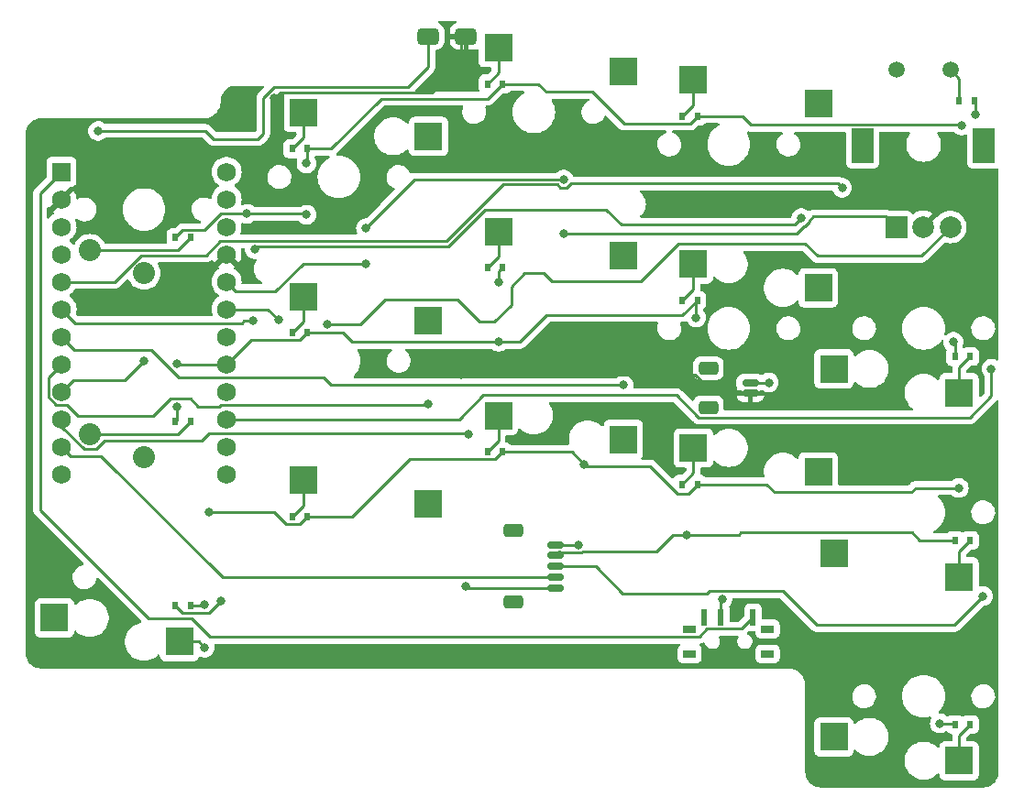
<source format=gbr>
%TF.GenerationSoftware,KiCad,Pcbnew,(7.0.0-0)*%
%TF.CreationDate,2023-06-08T17:13:25+08:00*%
%TF.ProjectId,right,72696768-742e-46b6-9963-61645f706362,v1.0.0*%
%TF.SameCoordinates,Original*%
%TF.FileFunction,Copper,L2,Bot*%
%TF.FilePolarity,Positive*%
%FSLAX46Y46*%
G04 Gerber Fmt 4.6, Leading zero omitted, Abs format (unit mm)*
G04 Created by KiCad (PCBNEW (7.0.0-0)) date 2023-06-08 17:13:25*
%MOMM*%
%LPD*%
G01*
G04 APERTURE LIST*
G04 Aperture macros list*
%AMRoundRect*
0 Rectangle with rounded corners*
0 $1 Rounding radius*
0 $2 $3 $4 $5 $6 $7 $8 $9 X,Y pos of 4 corners*
0 Add a 4 corners polygon primitive as box body*
4,1,4,$2,$3,$4,$5,$6,$7,$8,$9,$2,$3,0*
0 Add four circle primitives for the rounded corners*
1,1,$1+$1,$2,$3*
1,1,$1+$1,$4,$5*
1,1,$1+$1,$6,$7*
1,1,$1+$1,$8,$9*
0 Add four rect primitives between the rounded corners*
20,1,$1+$1,$2,$3,$4,$5,0*
20,1,$1+$1,$4,$5,$6,$7,0*
20,1,$1+$1,$6,$7,$8,$9,0*
20,1,$1+$1,$8,$9,$2,$3,0*%
G04 Aperture macros list end*
%TA.AperFunction,ComponentPad*%
%ADD10C,2.032000*%
%TD*%
%TA.AperFunction,SMDPad,CuDef*%
%ADD11R,0.600000X0.700000*%
%TD*%
%TA.AperFunction,ComponentPad*%
%ADD12R,2.000000X2.000000*%
%TD*%
%TA.AperFunction,ComponentPad*%
%ADD13C,2.000000*%
%TD*%
%TA.AperFunction,ComponentPad*%
%ADD14C,1.500000*%
%TD*%
%TA.AperFunction,ComponentPad*%
%ADD15R,2.000000X3.200000*%
%TD*%
%TA.AperFunction,SMDPad,CuDef*%
%ADD16R,0.600000X1.524000*%
%TD*%
%TA.AperFunction,SMDPad,CuDef*%
%ADD17R,1.200000X0.700000*%
%TD*%
%TA.AperFunction,SMDPad,CuDef*%
%ADD18RoundRect,0.381000X0.619000X0.381000X-0.619000X0.381000X-0.619000X-0.381000X0.619000X-0.381000X0*%
%TD*%
%TA.AperFunction,SMDPad,CuDef*%
%ADD19RoundRect,0.378000X0.622000X0.378000X-0.622000X0.378000X-0.622000X-0.378000X0.622000X-0.378000X0*%
%TD*%
%TA.AperFunction,ComponentPad*%
%ADD20R,1.752600X1.752600*%
%TD*%
%TA.AperFunction,ComponentPad*%
%ADD21C,1.752600*%
%TD*%
%TA.AperFunction,SMDPad,CuDef*%
%ADD22RoundRect,0.150000X0.625000X-0.150000X0.625000X0.150000X-0.625000X0.150000X-0.625000X-0.150000X0*%
%TD*%
%TA.AperFunction,SMDPad,CuDef*%
%ADD23RoundRect,0.250000X0.650000X-0.350000X0.650000X0.350000X-0.650000X0.350000X-0.650000X-0.350000X0*%
%TD*%
%TA.AperFunction,SMDPad,CuDef*%
%ADD24R,2.600000X2.600000*%
%TD*%
%TA.AperFunction,ComponentPad*%
%ADD25C,0.600000*%
%TD*%
%TA.AperFunction,ViaPad*%
%ADD26C,0.800000*%
%TD*%
%TA.AperFunction,Conductor*%
%ADD27C,0.250000*%
%TD*%
G04 APERTURE END LIST*
D10*
%TO.P,S1,1*%
%TO.N,C4_R0D*%
X-5000000Y30200000D03*
%TO.P,S1,2*%
%TO.N,C4*%
X0Y28100000D03*
%TD*%
D11*
%TO.P,D1,1*%
%TO.N,R0*%
X2899999Y31399999D03*
%TO.P,D1,2*%
%TO.N,C4_R0D*%
X4299999Y31399999D03*
%TD*%
D10*
%TO.P,S2,1*%
%TO.N,C4_R1D*%
X-5000000Y13200000D03*
%TO.P,S2,2*%
%TO.N,C4*%
X0Y11100000D03*
%TD*%
D11*
%TO.P,D2,1*%
%TO.N,R1*%
X2899999Y14399999D03*
%TO.P,D2,2*%
%TO.N,C4_R1D*%
X4299999Y14399999D03*
%TD*%
D12*
%TO.P,ROT1,A*%
%TO.N,P2*%
X69459999Y32379999D03*
D13*
%TO.P,ROT1,C*%
%TO.N,GND*%
X71960000Y32380000D03*
%TO.P,ROT1,B*%
%TO.N,P3*%
X74460000Y32380000D03*
D14*
%TO.P,ROT1,1*%
%TO.N,C0*%
X69460000Y46880000D03*
%TO.P,ROT1,2*%
%TO.N,C0R3D*%
X74460000Y46880000D03*
D15*
%TO.P,ROT1,*%
%TO.N,*%
X66359999Y39879999D03*
X77559999Y39879999D03*
%TD*%
D11*
%TO.P,D3,1*%
%TO.N,R3*%
X76699999Y43999999D03*
%TO.P,D3,2*%
%TO.N,C0R3D*%
X75299999Y43999999D03*
%TD*%
D16*
%TO.P,SS1,1*%
%TO.N,RAW*%
X56249999Y-3679999D03*
%TO.P,SS1,2*%
%TO.N,BSLI*%
X53249999Y-3679999D03*
%TO.P,SS1,3*%
%TO.N,three*%
X51749999Y-3679999D03*
D17*
%TO.P,SS1,4*%
%TO.N,N/C*%
X57599999Y-7079999D03*
X57599999Y-4779999D03*
X50399999Y-7079999D03*
X50399999Y-4779999D03*
%TD*%
D18*
%TO.P,SB1,1*%
%TO.N,GND*%
X29750000Y50000000D03*
D19*
%TO.P,SB1,2*%
%TO.N,RST*%
X26250000Y50000000D03*
%TD*%
D20*
%TO.P,MCU1,1*%
%TO.N,RAW*%
X-7619999Y37469999D03*
D21*
%TO.P,MCU1,2*%
%TO.N,GND*%
X-7620000Y34930000D03*
%TO.P,MCU1,3*%
%TO.N,RST*%
X-7620000Y32390000D03*
%TO.P,MCU1,4*%
%TO.N,VCC*%
X-7620000Y29850000D03*
%TO.P,MCU1,5*%
%TO.N,C0*%
X-7620000Y27310000D03*
%TO.P,MCU1,6*%
%TO.N,C1*%
X-7620000Y24770000D03*
%TO.P,MCU1,7*%
%TO.N,C2*%
X-7620000Y22230000D03*
%TO.P,MCU1,8*%
%TO.N,C3*%
X-7620000Y19690000D03*
%TO.P,MCU1,9*%
%TO.N,C4*%
X-7620000Y17150000D03*
%TO.P,MCU1,10*%
%TO.N,C5*%
X-7620000Y14610000D03*
%TO.P,MCU1,11*%
%TO.N,C6*%
X-7620000Y12070000D03*
%TO.P,MCU1,12*%
%TO.N,P10*%
X-7620000Y9530000D03*
%TO.P,MCU1,13*%
%TO.N,P1*%
X7620000Y37470000D03*
%TO.P,MCU1,14*%
%TO.N,P0*%
X7620000Y34930000D03*
%TO.P,MCU1,15*%
%TO.N,GND*%
X7620000Y32390000D03*
%TO.P,MCU1,16*%
X7620000Y29850000D03*
%TO.P,MCU1,17*%
%TO.N,P2*%
X7620000Y27310000D03*
%TO.P,MCU1,18*%
%TO.N,P3*%
X7620000Y24770000D03*
%TO.P,MCU1,19*%
%TO.N,R0*%
X7620000Y22230000D03*
%TO.P,MCU1,20*%
%TO.N,R1*%
X7620000Y19690000D03*
%TO.P,MCU1,21*%
%TO.N,R2*%
X7620000Y17150000D03*
%TO.P,MCU1,22*%
%TO.N,R3*%
X7620000Y14610000D03*
%TO.P,MCU1,23*%
%TO.N,P8*%
X7620000Y12070000D03*
%TO.P,MCU1,24*%
%TO.N,P9*%
X7620000Y9530000D03*
%TD*%
D22*
%TO.P,JB1,2*%
%TO.N,BSLI*%
X56000000Y18000000D03*
%TO.P,JB1,1*%
%TO.N,GND*%
X56000000Y17000000D03*
D23*
%TO.P,JB1,MP*%
%TO.N,N/C*%
X52125000Y19300000D03*
X52125000Y15700000D03*
%TD*%
D22*
%TO.P,JC1,5*%
%TO.N,R2*%
X38000000Y3000000D03*
%TO.P,JC1,4*%
%TO.N,R1*%
X38000000Y2000000D03*
%TO.P,JC1,3*%
%TO.N,R0*%
X38000000Y1000000D03*
%TO.P,JC1,2*%
%TO.N,C6*%
X38000000Y0D03*
%TO.P,JC1,1*%
%TO.N,C5*%
X38000000Y-1000000D03*
D23*
%TO.P,JC1,MP*%
%TO.N,N/C*%
X34125000Y-2300000D03*
X34125000Y4300000D03*
%TD*%
D24*
%TO.P,S3,1*%
%TO.N,C0_R0D*%
X75274999Y17049999D03*
%TO.P,S3,2*%
%TO.N,C0*%
X63724999Y19249999D03*
D25*
%TO.P,S3,3*%
%TO.N,C0_R0D*%
X75275000Y17050000D03*
%TO.P,S3,4*%
%TO.N,C0*%
X63725000Y19250000D03*
%TD*%
D11*
%TO.P,D4,1*%
%TO.N,R0*%
X74899999Y20399999D03*
%TO.P,D4,2*%
%TO.N,C0_R0D*%
X76299999Y20399999D03*
%TD*%
D24*
%TO.P,S4,1*%
%TO.N,C0_R1D*%
X75274999Y49999D03*
%TO.P,S4,2*%
%TO.N,C0*%
X63724999Y2249999D03*
D25*
%TO.P,S4,3*%
%TO.N,C0_R1D*%
X75275000Y50000D03*
%TO.P,S4,4*%
%TO.N,C0*%
X63725000Y2250000D03*
%TD*%
D11*
%TO.P,D5,1*%
%TO.N,R1*%
X74899999Y3399999D03*
%TO.P,D5,2*%
%TO.N,C0_R1D*%
X76299999Y3399999D03*
%TD*%
D24*
%TO.P,S5,1*%
%TO.N,C0_R2D*%
X75274999Y-16949999D03*
%TO.P,S5,2*%
%TO.N,C0*%
X63724999Y-14749999D03*
D25*
%TO.P,S5,3*%
%TO.N,C0_R2D*%
X75275000Y-16950000D03*
%TO.P,S5,4*%
%TO.N,C0*%
X63725000Y-14750000D03*
%TD*%
D11*
%TO.P,D6,1*%
%TO.N,R2*%
X74899999Y-13599999D03*
%TO.P,D6,2*%
%TO.N,C0_R2D*%
X76299999Y-13599999D03*
%TD*%
D24*
%TO.P,S6,1*%
%TO.N,C1_R0D*%
X50724999Y45949999D03*
%TO.P,S6,2*%
%TO.N,C1*%
X62274999Y43749999D03*
D25*
%TO.P,S6,3*%
%TO.N,C1_R0D*%
X50725000Y45950000D03*
%TO.P,S6,4*%
%TO.N,C1*%
X62275000Y43750000D03*
%TD*%
D11*
%TO.P,D7,1*%
%TO.N,R0*%
X51099999Y42599999D03*
%TO.P,D7,2*%
%TO.N,C1_R0D*%
X49699999Y42599999D03*
%TD*%
D24*
%TO.P,S7,1*%
%TO.N,C1_R1D*%
X50724999Y28949999D03*
%TO.P,S7,2*%
%TO.N,C1*%
X62274999Y26749999D03*
D25*
%TO.P,S7,3*%
%TO.N,C1_R1D*%
X50725000Y28950000D03*
%TO.P,S7,4*%
%TO.N,C1*%
X62275000Y26750000D03*
%TD*%
D11*
%TO.P,D8,1*%
%TO.N,R1*%
X51099999Y25599999D03*
%TO.P,D8,2*%
%TO.N,C1_R1D*%
X49699999Y25599999D03*
%TD*%
D24*
%TO.P,S8,1*%
%TO.N,C1_R2D*%
X50724999Y11949999D03*
%TO.P,S8,2*%
%TO.N,C1*%
X62274999Y9749999D03*
D25*
%TO.P,S8,3*%
%TO.N,C1_R2D*%
X50725000Y11950000D03*
%TO.P,S8,4*%
%TO.N,C1*%
X62275000Y9750000D03*
%TD*%
D11*
%TO.P,D9,1*%
%TO.N,R2*%
X51099999Y8599999D03*
%TO.P,D9,2*%
%TO.N,C1_R2D*%
X49699999Y8599999D03*
%TD*%
D24*
%TO.P,S9,1*%
%TO.N,C2_R0D*%
X32724999Y48949999D03*
%TO.P,S9,2*%
%TO.N,C2*%
X44274999Y46749999D03*
D25*
%TO.P,S9,3*%
%TO.N,C2_R0D*%
X32725000Y48950000D03*
%TO.P,S9,4*%
%TO.N,C2*%
X44275000Y46750000D03*
%TD*%
D11*
%TO.P,D10,1*%
%TO.N,R0*%
X33099999Y45599999D03*
%TO.P,D10,2*%
%TO.N,C2_R0D*%
X31699999Y45599999D03*
%TD*%
D24*
%TO.P,S10,1*%
%TO.N,C2_R1D*%
X32724999Y31949999D03*
%TO.P,S10,2*%
%TO.N,C2*%
X44274999Y29749999D03*
D25*
%TO.P,S10,3*%
%TO.N,C2_R1D*%
X32725000Y31950000D03*
%TO.P,S10,4*%
%TO.N,C2*%
X44275000Y29750000D03*
%TD*%
D11*
%TO.P,D11,1*%
%TO.N,R1*%
X33099999Y28599999D03*
%TO.P,D11,2*%
%TO.N,C2_R1D*%
X31699999Y28599999D03*
%TD*%
D24*
%TO.P,S11,1*%
%TO.N,C2_R2D*%
X32724999Y14949999D03*
%TO.P,S11,2*%
%TO.N,C2*%
X44274999Y12749999D03*
D25*
%TO.P,S11,3*%
%TO.N,C2_R2D*%
X32725000Y14950000D03*
%TO.P,S11,4*%
%TO.N,C2*%
X44275000Y12750000D03*
%TD*%
D11*
%TO.P,D12,1*%
%TO.N,R2*%
X33099999Y11599999D03*
%TO.P,D12,2*%
%TO.N,C2_R2D*%
X31699999Y11599999D03*
%TD*%
D24*
%TO.P,S12,1*%
%TO.N,C3_R0D*%
X14724999Y42949999D03*
%TO.P,S12,2*%
%TO.N,C3*%
X26274999Y40749999D03*
D25*
%TO.P,S12,3*%
%TO.N,C3_R0D*%
X14725000Y42950000D03*
%TO.P,S12,4*%
%TO.N,C3*%
X26275000Y40750000D03*
%TD*%
D11*
%TO.P,D13,1*%
%TO.N,R0*%
X15099999Y39599999D03*
%TO.P,D13,2*%
%TO.N,C3_R0D*%
X13699999Y39599999D03*
%TD*%
D24*
%TO.P,S13,1*%
%TO.N,C3_R1D*%
X14724999Y25949999D03*
%TO.P,S13,2*%
%TO.N,C3*%
X26274999Y23749999D03*
D25*
%TO.P,S13,3*%
%TO.N,C3_R1D*%
X14725000Y25950000D03*
%TO.P,S13,4*%
%TO.N,C3*%
X26275000Y23750000D03*
%TD*%
D11*
%TO.P,D14,1*%
%TO.N,R1*%
X15099999Y22599999D03*
%TO.P,D14,2*%
%TO.N,C3_R1D*%
X13699999Y22599999D03*
%TD*%
D24*
%TO.P,S14,1*%
%TO.N,C3_R2D*%
X14724999Y8949999D03*
%TO.P,S14,2*%
%TO.N,C3*%
X26274999Y6749999D03*
D25*
%TO.P,S14,3*%
%TO.N,C3_R2D*%
X14725000Y8950000D03*
%TO.P,S14,4*%
%TO.N,C3*%
X26275000Y6750000D03*
%TD*%
D11*
%TO.P,D15,1*%
%TO.N,R2*%
X15099999Y5599999D03*
%TO.P,D15,2*%
%TO.N,C3_R2D*%
X13699999Y5599999D03*
%TD*%
D24*
%TO.P,S15,1*%
%TO.N,C4_R2D*%
X3274999Y-5949999D03*
%TO.P,S15,2*%
%TO.N,C4*%
X-8274999Y-3749999D03*
D25*
%TO.P,S15,3*%
%TO.N,C4_R2D*%
X3275000Y-5950000D03*
%TO.P,S15,4*%
%TO.N,C4*%
X-8275000Y-3750000D03*
%TD*%
D11*
%TO.P,D16,1*%
%TO.N,R2*%
X2899999Y-2599999D03*
%TO.P,D16,2*%
%TO.N,C4_R2D*%
X4299999Y-2599999D03*
%TD*%
D26*
%TO.N,C4*%
X0Y20000000D03*
%TO.N,R0*%
X75500000Y41750000D03*
X15000000Y38250000D03*
X15000000Y33500000D03*
X77500000Y-1750000D03*
X9500000Y33591300D03*
X74750000Y21750000D03*
%TO.N,R1*%
X3000000Y15750000D03*
X32750000Y27250000D03*
X32750000Y21750000D03*
X3000000Y19750000D03*
X51000000Y24000000D03*
X50100000Y3900000D03*
%TO.N,C0*%
X64475000Y36000000D03*
%TO.N,P2*%
X20500000Y32250000D03*
X38750000Y31750000D03*
X38750000Y36750000D03*
X20500000Y29000000D03*
%TO.N,P3*%
X16900000Y23400000D03*
X12400000Y23800000D03*
%TO.N,GND*%
X12025000Y44275000D03*
X69750000Y17750000D03*
X29250000Y47500000D03*
X29250000Y18750000D03*
X4200000Y34900000D03*
%TO.N,R3*%
X76750000Y42750000D03*
X78262299Y19262299D03*
%TO.N,BSLI*%
X57700000Y18000000D03*
X53400000Y-1999500D03*
%TO.N,RST*%
X-4250000Y41250000D03*
%TO.N,C1*%
X10087957Y23686671D03*
X60700000Y33200000D03*
X10224500Y30326800D03*
%TO.N,C2*%
X44275000Y17750000D03*
%TO.N,C3*%
X26275000Y16000000D03*
%TO.N,C5*%
X29700000Y-800000D03*
X30000000Y13250000D03*
%TO.N,R2*%
X75250000Y8250000D03*
X40649175Y10449175D03*
X7100000Y-2200000D03*
X6000000Y6000000D03*
X73500000Y-13500000D03*
X40100000Y3000000D03*
%TO.N,C4_R2D*%
X5600000Y-6500000D03*
X5600000Y-2500000D03*
%TD*%
D27*
%TO.N,C4*%
X0Y20000000D02*
X-1774100Y18225900D01*
X-1774100Y18225900D02*
X-6544100Y18225900D01*
X-6544100Y18225900D02*
X-7620000Y17150000D01*
%TO.N,C4_R0D*%
X3100000Y30200000D02*
X-5000000Y30200000D01*
X4300000Y31400000D02*
X3100000Y30200000D01*
%TO.N,R0*%
X14908700Y33591300D02*
X9500000Y33591300D01*
X52199695Y-1275000D02*
X51974695Y-1500000D01*
X3575000Y32075000D02*
X2900000Y31400000D01*
X15100000Y39600000D02*
X15100000Y38350000D01*
X62100000Y-4400000D02*
X58975000Y-1275000D01*
X74850000Y-4400000D02*
X62100000Y-4400000D01*
X58975000Y-1275000D02*
X52199695Y-1275000D01*
X33100000Y45600000D02*
X31725900Y44225900D01*
X36400000Y45600000D02*
X33100000Y45600000D01*
X44325000Y41925000D02*
X41375000Y44875000D01*
X56054999Y41805000D02*
X55259999Y42600000D01*
X15000000Y33500000D02*
X14908700Y33591300D01*
X37125000Y44875000D02*
X36400000Y45600000D01*
X77500000Y-1750000D02*
X74850000Y-4400000D01*
X44200000Y-1500000D02*
X41700000Y1000000D01*
X75445000Y41805000D02*
X56054999Y41805000D01*
X50425000Y41925000D02*
X44325000Y41925000D01*
X17301650Y39600000D02*
X15100000Y39600000D01*
X7122405Y33591300D02*
X5606105Y32075000D01*
X21927550Y44225900D02*
X17301650Y39600000D01*
X55259999Y42600000D02*
X51100000Y42600000D01*
X41700000Y1000000D02*
X38000000Y1000000D01*
X74900000Y20400000D02*
X74900000Y21600000D01*
X51974695Y-1500000D02*
X44200000Y-1500000D01*
X41375000Y44875000D02*
X37125000Y44875000D01*
X31725900Y44225900D02*
X21927550Y44225900D01*
X5606105Y32075000D02*
X3575000Y32075000D01*
X74900000Y21600000D02*
X74750000Y21750000D01*
X15100000Y38350000D02*
X15000000Y38250000D01*
X75500000Y41750000D02*
X75445000Y41805000D01*
X9500000Y33591300D02*
X7122405Y33591300D01*
X51100000Y42600000D02*
X50425000Y41925000D01*
%TO.N,C4_R1D*%
X4300000Y14400000D02*
X3100000Y13200000D01*
X3100000Y13200000D02*
X-5000000Y13200000D01*
%TO.N,R1*%
X3000000Y14500000D02*
X2900000Y14400000D01*
X38375000Y2375000D02*
X38000000Y2000000D01*
X71645001Y3400000D02*
X74900000Y3400000D01*
X9855000Y21925000D02*
X7620000Y19690000D01*
X50110500Y3910500D02*
X54910500Y3910500D01*
X50100000Y3900000D02*
X48850000Y3900000D01*
X3000000Y15750000D02*
X3000000Y14500000D01*
X70920001Y4125000D02*
X71645001Y3400000D01*
X51000000Y25500000D02*
X51100000Y25600000D01*
X32750000Y21750000D02*
X19204999Y21750000D01*
X3060000Y19690000D02*
X3000000Y19750000D01*
X50100000Y3900000D02*
X50110500Y3910500D01*
X15100000Y22600000D02*
X14425000Y21925000D01*
X47350000Y2400000D02*
X40525305Y2400000D01*
X19204999Y21750000D02*
X18354999Y22600000D01*
X7620000Y19690000D02*
X3060000Y19690000D01*
X37180899Y24225900D02*
X34704999Y21750000D01*
X40525305Y2400000D02*
X40400305Y2275000D01*
X49725900Y24225900D02*
X37180899Y24225900D01*
X51000000Y24000000D02*
X51000000Y25500000D01*
X32750000Y27250000D02*
X32750000Y28250000D01*
X55125000Y4125000D02*
X70920001Y4125000D01*
X32750000Y28250000D02*
X33100000Y28600000D01*
X40400305Y2275000D02*
X38475000Y2275000D01*
X38475000Y2275000D02*
X38375000Y2375000D01*
X18354999Y22600000D02*
X15100000Y22600000D01*
X34704999Y21750000D02*
X32750000Y21750000D01*
X54910500Y3910500D02*
X55125000Y4125000D01*
X14425000Y21925000D02*
X9855000Y21925000D01*
X51100000Y25600000D02*
X49725900Y24225900D01*
X48850000Y3900000D02*
X47350000Y2400000D01*
%TO.N,C0*%
X38449695Y36025000D02*
X39050305Y36025000D01*
X38174695Y36300000D02*
X38449695Y36025000D01*
X-2686461Y27310000D02*
X-246461Y29750000D01*
X39425305Y36400000D02*
X64075000Y36400000D01*
X5750000Y29750000D02*
X7051300Y31051300D01*
X-246461Y29750000D02*
X5750000Y29750000D01*
X64075000Y36400000D02*
X64475000Y36000000D01*
X39050305Y36025000D02*
X39425305Y36400000D01*
X33172095Y36300000D02*
X38174695Y36300000D01*
X-7620000Y27310000D02*
X-2686461Y27310000D01*
X7051300Y31051300D02*
X27923395Y31051300D01*
X27923395Y31051300D02*
X33172095Y36300000D01*
%TO.N,C0R3D*%
X75300000Y46040000D02*
X74460000Y46880000D01*
X75300000Y44000000D02*
X75300000Y46040000D01*
%TO.N,P2*%
X60250000Y31750000D02*
X38750000Y31750000D01*
X14700000Y29000000D02*
X20500000Y29000000D01*
X60975000Y32475000D02*
X60250000Y31750000D01*
X12133700Y26433700D02*
X14700000Y29000000D01*
X61425000Y32925000D02*
X61425000Y32899695D01*
X68515000Y33325000D02*
X61825000Y33325000D01*
X61000305Y32475000D02*
X60975000Y32475000D01*
X24983684Y36750000D02*
X20500000Y32266316D01*
X7620000Y27310000D02*
X8496300Y26433700D01*
X61825000Y33325000D02*
X61425000Y32925000D01*
X8496300Y26433700D02*
X12133700Y26433700D01*
X61425000Y32899695D02*
X61000305Y32475000D01*
X69460000Y32380000D02*
X68515000Y33325000D01*
X38750000Y36750000D02*
X24983684Y36750000D01*
%TO.N,P3*%
X36865499Y28089500D02*
X37629999Y27325000D01*
X37629999Y27325000D02*
X45850000Y27325000D01*
X32366698Y23590699D02*
X33910500Y25134501D01*
X62200000Y29700000D02*
X71780000Y29700000D01*
X7620000Y24770000D02*
X11430000Y24770000D01*
X22223350Y25625000D02*
X28975000Y25625000D01*
X61075000Y30825000D02*
X62200000Y29700000D01*
X35134501Y28089500D02*
X36865499Y28089500D01*
X33910500Y26865499D02*
X35134501Y28089500D01*
X45850000Y27325000D02*
X49350000Y30825000D01*
X33910500Y25134501D02*
X33910500Y26865499D01*
X28975000Y25625000D02*
X31009301Y23590699D01*
X71780000Y29700000D02*
X74460000Y32380000D01*
X19998350Y23400000D02*
X22223350Y25625000D01*
X16900000Y23400000D02*
X19998350Y23400000D01*
X49350000Y30825000D02*
X61075000Y30825000D01*
X11430000Y24770000D02*
X12400000Y23800000D01*
X31009301Y23590699D02*
X32366698Y23590699D01*
%TO.N,GND*%
X29250000Y47500000D02*
X29250000Y49500000D01*
X3010500Y36089500D02*
X-6460500Y36089500D01*
X12575000Y44825000D02*
X26575000Y44825000D01*
X-6460500Y36089500D02*
X-7620000Y34930000D01*
X62350000Y17375000D02*
X69375000Y17375000D01*
X12025000Y44275000D02*
X12575000Y44825000D01*
X52611827Y17000000D02*
X56000000Y17000000D01*
X29250000Y49500000D02*
X29750000Y50000000D01*
X56000000Y17000000D02*
X61975000Y17000000D01*
X29250000Y18750000D02*
X50861827Y18750000D01*
X69375000Y17375000D02*
X69750000Y17750000D01*
X61975000Y17000000D02*
X62350000Y17375000D01*
X26575000Y44825000D02*
X29250000Y47500000D01*
X50861827Y18750000D02*
X52611827Y17000000D01*
X4200000Y34900000D02*
X3010500Y36089500D01*
%TO.N,R3*%
X76250000Y14775000D02*
X78262299Y16787299D01*
X76750000Y43950000D02*
X76700000Y44000000D01*
X51236827Y14775000D02*
X76250000Y14775000D01*
X7620000Y14610000D02*
X29135000Y14610000D01*
X31350000Y16825000D02*
X49186827Y16825000D01*
X78262299Y16787299D02*
X78262299Y19262299D01*
X76750000Y42750000D02*
X76750000Y43950000D01*
X49186827Y16825000D02*
X51236827Y14775000D01*
X29135000Y14610000D02*
X31350000Y16825000D01*
%TO.N,RAW*%
X-9600000Y6200000D02*
X-9600000Y35490000D01*
X51280000Y-5500000D02*
X6075000Y-5500000D01*
X52013000Y-4767000D02*
X51280000Y-5500000D01*
X56250000Y-3680000D02*
X55163000Y-4767000D01*
X55163000Y-4767000D02*
X52013000Y-4767000D01*
X6075000Y-5500000D02*
X4375000Y-3800000D01*
X400000Y-3800000D02*
X-9600000Y6200000D01*
X-9600000Y35490000D02*
X-7620000Y37470000D01*
X4375000Y-3800000D02*
X400000Y-3800000D01*
%TO.N,BSLI*%
X53250000Y-2149500D02*
X53250000Y-3425000D01*
X56000000Y18000000D02*
X57700000Y18000000D01*
X53400000Y-1999500D02*
X53250000Y-2149500D01*
%TO.N,RST*%
X11000000Y41000000D02*
X11000000Y44275305D01*
X6414035Y40500000D02*
X10500000Y40500000D01*
X-4250000Y41250000D02*
X5664035Y41250000D01*
X10500000Y40500000D02*
X11000000Y41000000D01*
X12024695Y45300000D02*
X24400000Y45300000D01*
X24400000Y45300000D02*
X26250000Y47150000D01*
X11000000Y44275305D02*
X12024695Y45300000D01*
X5664035Y41250000D02*
X6414035Y40500000D01*
X26250000Y47150000D02*
X26250000Y50000000D01*
%TO.N,C1*%
X-7620000Y24770000D02*
X-6350000Y23500000D01*
X9211671Y23686671D02*
X10087957Y23686671D01*
X42700000Y34000000D02*
X31525000Y34000000D01*
X60100000Y32600000D02*
X44100000Y32600000D01*
X44100000Y32600000D02*
X42700000Y34000000D01*
X28126300Y30601300D02*
X10499000Y30601300D01*
X9025000Y23500000D02*
X9211671Y23686671D01*
X60700000Y33200000D02*
X60100000Y32600000D01*
X10499000Y30601300D02*
X10224500Y30326800D01*
X31525000Y34000000D02*
X28126300Y30601300D01*
X-6350000Y23500000D02*
X9025000Y23500000D01*
%TO.N,C2*%
X17295001Y17750000D02*
X44275000Y17750000D01*
X-6418700Y21028700D02*
X695995Y21028700D01*
X16556301Y18488700D02*
X17295001Y17750000D01*
X-7620000Y22230000D02*
X-6418700Y21028700D01*
X3235995Y18488700D02*
X16556301Y18488700D01*
X695995Y21028700D02*
X3235995Y18488700D01*
%TO.N,C3*%
X4274100Y16492216D02*
X4992216Y15774100D01*
X6947805Y15774100D02*
X7122405Y15948700D01*
X26223700Y15948700D02*
X26275000Y16000000D01*
X-8821300Y16652405D02*
X-8117595Y15948700D01*
X-7122405Y15948700D02*
X-6084205Y14910500D01*
X4992216Y15774100D02*
X6947805Y15774100D01*
X2447215Y16492216D02*
X4274100Y16492216D01*
X-8117595Y15948700D02*
X-7122405Y15948700D01*
X7122405Y15948700D02*
X26223700Y15948700D01*
X-7620000Y19690000D02*
X-8821300Y18488700D01*
X865499Y14910500D02*
X2447215Y16492216D01*
X-8821300Y18488700D02*
X-8821300Y16652405D01*
X-6084205Y14910500D02*
X865499Y14910500D01*
%TO.N,C5*%
X-7620000Y13923539D02*
X-5555461Y11859000D01*
X-7620000Y14610000D02*
X-7620000Y13923539D01*
X5346566Y12644539D02*
X6027027Y13325000D01*
X-5555461Y11859000D02*
X-4444539Y11859000D01*
X-4444539Y11859000D02*
X-3659000Y12644539D01*
X29900000Y-1000000D02*
X29700000Y-800000D01*
X38000000Y-1000000D02*
X29900000Y-1000000D01*
X-3659000Y12644539D02*
X5346566Y12644539D01*
X29925000Y13325000D02*
X30000000Y13250000D01*
X6027027Y13325000D02*
X29925000Y13325000D01*
%TO.N,C6*%
X38000000Y0D02*
X7233684Y0D01*
X-3960016Y11193700D02*
X-6743700Y11193700D01*
X7233684Y0D02*
X-3960016Y11193700D01*
X-6743700Y11193700D02*
X-7620000Y12070000D01*
%TO.N,R2*%
X6025000Y-3275000D02*
X3575000Y-3275000D01*
X3575000Y-3275000D02*
X2900000Y-2600000D01*
X49250000Y7750000D02*
X50250000Y7750000D01*
X46750000Y10250000D02*
X49250000Y7750000D01*
X7100000Y-2200000D02*
X6025000Y-3275000D01*
X50250000Y7750000D02*
X51100000Y8600000D01*
X70875000Y7875000D02*
X71250000Y8250000D01*
X12000000Y6000000D02*
X13075000Y4925000D01*
X71250000Y8250000D02*
X75250000Y8250000D01*
X38000000Y3000000D02*
X40100000Y3000000D01*
X24523350Y10925000D02*
X32425000Y10925000D01*
X40848350Y10250000D02*
X46750000Y10250000D01*
X39498350Y11600000D02*
X40649175Y10449175D01*
X58223350Y7875000D02*
X70875000Y7875000D01*
X32425000Y10925000D02*
X33100000Y11600000D01*
X15100000Y5600000D02*
X19198350Y5600000D01*
X33100000Y11600000D02*
X39498350Y11600000D01*
X6000000Y6000000D02*
X12000000Y6000000D01*
X51100000Y8600000D02*
X57498350Y8600000D01*
X19198350Y5600000D02*
X24523350Y10925000D01*
X13075000Y4925000D02*
X14425000Y4925000D01*
X14425000Y4925000D02*
X15100000Y5600000D01*
X57498350Y8600000D02*
X58223350Y7875000D01*
X73500000Y-13500000D02*
X74800000Y-13500000D01*
X74800000Y-13500000D02*
X74900000Y-13600000D01*
X40649175Y10449175D02*
X40848350Y10250000D01*
%TO.N,C0_R0D*%
X75275000Y19375000D02*
X76300000Y20400000D01*
X75275000Y17050000D02*
X75275000Y19375000D01*
%TO.N,C0_R1D*%
X75275000Y2375000D02*
X76300000Y3400000D01*
X75275000Y50000D02*
X75275000Y2375000D01*
%TO.N,C0_R2D*%
X75275000Y-16950000D02*
X75275000Y-14625000D01*
X75275000Y-14625000D02*
X76300000Y-13600000D01*
%TO.N,C1_R0D*%
X50725000Y43625000D02*
X49700000Y42600000D01*
X50725000Y45950000D02*
X50725000Y43625000D01*
%TO.N,C1_R1D*%
X50725000Y28950000D02*
X50725000Y26625000D01*
X50725000Y26625000D02*
X49700000Y25600000D01*
%TO.N,C1_R2D*%
X50725000Y9625000D02*
X49700000Y8600000D01*
X50725000Y11950000D02*
X50725000Y9625000D01*
%TO.N,C2_R0D*%
X32725000Y46625000D02*
X31700000Y45600000D01*
X32725000Y48950000D02*
X32725000Y46625000D01*
%TO.N,C2_R1D*%
X32725000Y31950000D02*
X32725000Y29625000D01*
X32725000Y29625000D02*
X31700000Y28600000D01*
%TO.N,C2_R2D*%
X32725000Y12625000D02*
X31700000Y11600000D01*
X32725000Y14950000D02*
X32725000Y12625000D01*
%TO.N,C3_R0D*%
X14725000Y40625000D02*
X13700000Y39600000D01*
X14725000Y42950000D02*
X14725000Y40625000D01*
%TO.N,C3_R1D*%
X14725000Y23625000D02*
X13700000Y22600000D01*
X14725000Y25950000D02*
X14725000Y23625000D01*
%TO.N,C3_R2D*%
X14725000Y6625000D02*
X13700000Y5600000D01*
X14725000Y8950000D02*
X14725000Y6625000D01*
%TO.N,C4_R2D*%
X5500000Y-2600000D02*
X5600000Y-2500000D01*
X4300000Y-2600000D02*
X5500000Y-2600000D01*
X5600000Y-6500000D02*
X5050000Y-5950000D01*
X5050000Y-5950000D02*
X3275000Y-5950000D01*
%TD*%
%TA.AperFunction,Conductor*%
%TO.N,GND*%
G36*
X11010224Y45410985D02*
G01*
X11054247Y45373385D01*
X11076402Y45319898D01*
X11071860Y45262182D01*
X11041610Y45212819D01*
X10607793Y44779002D01*
X10599446Y44771407D01*
X10592982Y44767305D01*
X10583949Y44757686D01*
X10546340Y44717636D01*
X10543629Y44714839D01*
X10523865Y44695075D01*
X10521474Y44691994D01*
X10521473Y44691992D01*
X10521317Y44691791D01*
X10513746Y44682929D01*
X10488754Y44656314D01*
X10488749Y44656308D01*
X10483414Y44650626D01*
X10479658Y44643793D01*
X10479653Y44643787D01*
X10473576Y44632734D01*
X10462899Y44616479D01*
X10455170Y44606514D01*
X10450386Y44600346D01*
X10447287Y44593184D01*
X10432789Y44559681D01*
X10427649Y44549189D01*
X10419044Y44533536D01*
X10406305Y44510365D01*
X10404365Y44502809D01*
X10401228Y44490591D01*
X10394926Y44472186D01*
X10389918Y44460614D01*
X10389915Y44460606D01*
X10386819Y44453450D01*
X10385598Y44445745D01*
X10385598Y44445743D01*
X10379887Y44409686D01*
X10377521Y44398260D01*
X10366500Y44355335D01*
X10366500Y44347533D01*
X10366500Y44334920D01*
X10364973Y44315522D01*
X10361780Y44295362D01*
X10362514Y44287596D01*
X10362514Y44287593D01*
X10365950Y44251247D01*
X10366500Y44239578D01*
X10366500Y41313767D01*
X10357061Y41266314D01*
X10330180Y41226085D01*
X10273912Y41169818D01*
X10233684Y41142939D01*
X10186232Y41133500D01*
X6727802Y41133500D01*
X6680349Y41142939D01*
X6640121Y41169819D01*
X6522426Y41287514D01*
X6167721Y41642217D01*
X6160137Y41650552D01*
X6156035Y41657018D01*
X6106331Y41703691D01*
X6103630Y41706308D01*
X6083805Y41726135D01*
X6080548Y41728660D01*
X6071659Y41736251D01*
X6039356Y41766586D01*
X6021460Y41776423D01*
X6005212Y41787096D01*
X5989076Y41799614D01*
X5948399Y41817215D01*
X5937919Y41822350D01*
X5905934Y41839935D01*
X5899095Y41843695D01*
X5879308Y41848774D01*
X5860920Y41855070D01*
X5842180Y41863181D01*
X5798411Y41870112D01*
X5786977Y41872481D01*
X5744065Y41883500D01*
X5736264Y41883500D01*
X5723650Y41883500D01*
X5704252Y41885027D01*
X5704007Y41885065D01*
X5684092Y41888220D01*
X5646275Y41884645D01*
X5639977Y41884050D01*
X5628308Y41883500D01*
X-3542691Y41883500D01*
X-3593126Y41894220D01*
X-3629021Y41920299D01*
X-3629571Y41919690D01*
X-3634400Y41924039D01*
X-3638747Y41928866D01*
X-3643997Y41932680D01*
X-3644000Y41932683D01*
X-3787993Y42037300D01*
X-3793248Y42041118D01*
X-3847699Y42065361D01*
X-3961773Y42116150D01*
X-3961774Y42116150D01*
X-3967712Y42118794D01*
X-3974070Y42120145D01*
X-3974072Y42120146D01*
X-4021857Y42130303D01*
X-4154513Y42158500D01*
X-4345487Y42158500D01*
X-4532288Y42118794D01*
X-4706752Y42041118D01*
X-4861253Y41928866D01*
X-4989040Y41786944D01*
X-5084527Y41621556D01*
X-5143542Y41439928D01*
X-5163504Y41250000D01*
X-5143542Y41060072D01*
X-5084527Y40878444D01*
X-4989040Y40713056D01*
X-4861253Y40571134D01*
X-4856003Y40567319D01*
X-4855999Y40567316D01*
X-4712006Y40462699D01*
X-4706752Y40458882D01*
X-4700821Y40456241D01*
X-4700817Y40456239D01*
X-4538226Y40383849D01*
X-4538219Y40383846D01*
X-4532288Y40381206D01*
X-4525935Y40379855D01*
X-4525927Y40379853D01*
X-4351849Y40342852D01*
X-4351846Y40342851D01*
X-4345487Y40341500D01*
X-4161016Y40341500D01*
X-4154513Y40341500D01*
X-4148154Y40342851D01*
X-4148150Y40342852D01*
X-3974072Y40379853D01*
X-3974061Y40379856D01*
X-3967712Y40381206D01*
X-3961782Y40383845D01*
X-3961773Y40383849D01*
X-3799182Y40456239D01*
X-3799174Y40456243D01*
X-3793248Y40458882D01*
X-3787999Y40462695D01*
X-3787993Y40462699D01*
X-3644000Y40567316D01*
X-3643991Y40567323D01*
X-3638747Y40571134D01*
X-3634402Y40575958D01*
X-3629571Y40580310D01*
X-3629021Y40579700D01*
X-3593126Y40605780D01*
X-3542691Y40616500D01*
X5350269Y40616500D01*
X5397722Y40607061D01*
X5437950Y40580181D01*
X5910331Y40107798D01*
X5917933Y40099443D01*
X5922035Y40092982D01*
X5927714Y40087648D01*
X5927720Y40087642D01*
X5971720Y40046323D01*
X5974512Y40043618D01*
X5994265Y40023866D01*
X5997330Y40021487D01*
X5997338Y40021481D01*
X5997543Y40021323D01*
X6006403Y40013754D01*
X6026026Y39995328D01*
X6038714Y39983414D01*
X6045542Y39979659D01*
X6045552Y39979653D01*
X6056605Y39973577D01*
X6072859Y39962901D01*
X6082827Y39955169D01*
X6082834Y39955164D01*
X6088994Y39950387D01*
X6096148Y39947290D01*
X6096155Y39947287D01*
X6129654Y39932790D01*
X6140138Y39927654D01*
X6172139Y39910062D01*
X6172145Y39910059D01*
X6178975Y39906305D01*
X6198754Y39901226D01*
X6217150Y39894927D01*
X6228726Y39889917D01*
X6228739Y39889913D01*
X6235890Y39886819D01*
X6243586Y39885599D01*
X6243593Y39885598D01*
X6279646Y39879888D01*
X6291080Y39877520D01*
X6326452Y39868438D01*
X6326461Y39868436D01*
X6334005Y39866500D01*
X6354420Y39866500D01*
X6373818Y39864973D01*
X6386268Y39863001D01*
X6386269Y39863000D01*
X6393978Y39861780D01*
X6401743Y39862514D01*
X6401746Y39862514D01*
X6438093Y39865950D01*
X6449762Y39866500D01*
X10421154Y39866500D01*
X10432437Y39865968D01*
X10439909Y39864298D01*
X10447705Y39864543D01*
X10447707Y39864543D01*
X10508017Y39866439D01*
X10511913Y39866500D01*
X10535961Y39866500D01*
X10539856Y39866500D01*
X10543721Y39866988D01*
X10543732Y39866989D01*
X10543970Y39867019D01*
X10555596Y39867934D01*
X10592096Y39869081D01*
X10592103Y39869082D01*
X10599889Y39869327D01*
X10607370Y39871500D01*
X10607380Y39871502D01*
X10619495Y39875022D01*
X10638542Y39878967D01*
X10651058Y39880548D01*
X10651060Y39880548D01*
X10658797Y39881526D01*
X10666045Y39884395D01*
X10666054Y39884398D01*
X10700001Y39897838D01*
X10711048Y39901621D01*
X10727169Y39906305D01*
X10753593Y39913982D01*
X10760310Y39917954D01*
X10771168Y39924375D01*
X10788631Y39932930D01*
X10800364Y39937576D01*
X10800365Y39937576D01*
X10807617Y39940448D01*
X10843462Y39966491D01*
X10853227Y39972905D01*
X10884644Y39991485D01*
X10891362Y39995458D01*
X10905793Y40009889D01*
X10920588Y40022525D01*
X10930791Y40029938D01*
X10930796Y40029943D01*
X10937107Y40034528D01*
X10965350Y40068668D01*
X10973212Y40077308D01*
X11392205Y40496300D01*
X11400555Y40503898D01*
X11407018Y40508000D01*
X11412355Y40513684D01*
X11412358Y40513686D01*
X11453643Y40557651D01*
X11456354Y40560449D01*
X11473378Y40577473D01*
X11476135Y40580230D01*
X11478674Y40583503D01*
X11486259Y40592383D01*
X11511246Y40618992D01*
X11511246Y40618993D01*
X11516586Y40624679D01*
X11526418Y40642565D01*
X11537102Y40658829D01*
X11544831Y40668792D01*
X11544833Y40668795D01*
X11549614Y40674959D01*
X11567207Y40715616D01*
X11572348Y40726111D01*
X11576145Y40733017D01*
X11593695Y40764940D01*
X11598772Y40784716D01*
X11605075Y40803123D01*
X11610081Y40814691D01*
X11610081Y40814692D01*
X11613181Y40821855D01*
X11620113Y40865623D01*
X11622477Y40877041D01*
X11633500Y40919970D01*
X11633500Y40940385D01*
X11635027Y40959783D01*
X11635489Y40962699D01*
X11638220Y40979943D01*
X11634050Y41024058D01*
X11633500Y41035727D01*
X11633500Y43961539D01*
X11642939Y44008992D01*
X11669819Y44049220D01*
X12250780Y44630181D01*
X12291008Y44657061D01*
X12338461Y44666500D01*
X12859546Y44666500D01*
X12920903Y44650256D01*
X12966185Y44605779D01*
X12983526Y44544722D01*
X12971817Y44497059D01*
X12974111Y44496204D01*
X12925719Y44366463D01*
X12925717Y44366458D01*
X12923011Y44359201D01*
X12922182Y44351497D01*
X12922182Y44351494D01*
X12916853Y44301924D01*
X12916500Y44298638D01*
X12916500Y41601362D01*
X12916852Y41598082D01*
X12916853Y41598075D01*
X12922182Y41548505D01*
X12922182Y41548500D01*
X12923011Y41540799D01*
X12925717Y41533543D01*
X12925719Y41533536D01*
X12971011Y41412105D01*
X12971013Y41412099D01*
X12974111Y41403796D01*
X12979423Y41396698D01*
X12979426Y41396695D01*
X13056426Y41293835D01*
X13056429Y41293831D01*
X13061739Y41286739D01*
X13068831Y41281429D01*
X13068835Y41281426D01*
X13171695Y41204426D01*
X13171698Y41204423D01*
X13178796Y41199111D01*
X13187099Y41196013D01*
X13187105Y41196011D01*
X13308536Y41150719D01*
X13308543Y41150717D01*
X13315799Y41148011D01*
X13323500Y41147182D01*
X13323505Y41147182D01*
X13373075Y41141853D01*
X13373082Y41141852D01*
X13376362Y41141500D01*
X13967500Y41141500D01*
X14029500Y41124887D01*
X14074887Y41079500D01*
X14091500Y41017500D01*
X14091500Y40938766D01*
X14082061Y40891313D01*
X14055181Y40851085D01*
X13698914Y40494819D01*
X13658686Y40467939D01*
X13611233Y40458500D01*
X13351362Y40458500D01*
X13290799Y40451989D01*
X13153796Y40400889D01*
X13036739Y40313261D01*
X13031426Y40306164D01*
X12954426Y40203304D01*
X12949111Y40196204D01*
X12946012Y40187896D01*
X12946011Y40187894D01*
X12900719Y40066463D01*
X12900717Y40066458D01*
X12898011Y40059201D01*
X12897182Y40051497D01*
X12897182Y40051494D01*
X12892168Y40004854D01*
X12891500Y39998638D01*
X12891500Y39201362D01*
X12891852Y39198082D01*
X12891853Y39198075D01*
X12897182Y39148505D01*
X12897182Y39148500D01*
X12898011Y39140799D01*
X12900717Y39133543D01*
X12900719Y39133536D01*
X12946011Y39012105D01*
X12946013Y39012099D01*
X12949111Y39003796D01*
X12954423Y38996698D01*
X12954426Y38996695D01*
X13031426Y38893835D01*
X13031429Y38893831D01*
X13036739Y38886739D01*
X13043831Y38881429D01*
X13043835Y38881426D01*
X13146695Y38804426D01*
X13146698Y38804423D01*
X13153796Y38799111D01*
X13162099Y38796013D01*
X13162105Y38796011D01*
X13283536Y38750719D01*
X13283543Y38750717D01*
X13290799Y38748011D01*
X13298500Y38747182D01*
X13298505Y38747182D01*
X13348075Y38741853D01*
X13348082Y38741852D01*
X13351362Y38741500D01*
X13354672Y38741500D01*
X14033774Y38741500D01*
X14090069Y38727985D01*
X14134092Y38690385D01*
X14156247Y38636897D01*
X14151705Y38579183D01*
X14106458Y38439928D01*
X14105779Y38433475D01*
X14105778Y38433467D01*
X14093768Y38319189D01*
X14086496Y38250000D01*
X14087175Y38243540D01*
X14105778Y38066532D01*
X14105780Y38066522D01*
X14106458Y38060072D01*
X14108463Y38053901D01*
X14108465Y38053892D01*
X14163465Y37884622D01*
X14163467Y37884616D01*
X14165473Y37878444D01*
X14168718Y37872822D01*
X14168721Y37872817D01*
X14257711Y37718682D01*
X14257714Y37718676D01*
X14260960Y37713056D01*
X14265306Y37708228D01*
X14265307Y37708228D01*
X14384400Y37575961D01*
X14384403Y37575957D01*
X14388747Y37571134D01*
X14393991Y37567323D01*
X14394000Y37567316D01*
X14537993Y37462699D01*
X14537999Y37462695D01*
X14543248Y37458882D01*
X14549174Y37456243D01*
X14549182Y37456239D01*
X14711773Y37383849D01*
X14711782Y37383845D01*
X14717712Y37381206D01*
X14724061Y37379856D01*
X14724072Y37379853D01*
X14898150Y37342852D01*
X14898154Y37342851D01*
X14904513Y37341500D01*
X15088984Y37341500D01*
X15095487Y37341500D01*
X15101846Y37342851D01*
X15101849Y37342852D01*
X15275927Y37379853D01*
X15275935Y37379855D01*
X15282288Y37381206D01*
X15288219Y37383846D01*
X15288226Y37383849D01*
X15450817Y37456239D01*
X15450821Y37456241D01*
X15456752Y37458882D01*
X15462006Y37462699D01*
X15605999Y37567316D01*
X15606003Y37567319D01*
X15611253Y37571134D01*
X15739040Y37713056D01*
X15834527Y37878444D01*
X15893542Y38060072D01*
X15900541Y38126659D01*
X15908928Y38206460D01*
X15913504Y38250000D01*
X15893542Y38439928D01*
X15834527Y38621556D01*
X15757952Y38754186D01*
X15742466Y38799512D01*
X15745314Y38847327D01*
X15766073Y38890495D01*
X15785772Y38916810D01*
X15829534Y38953384D01*
X15885039Y38966500D01*
X17015385Y38966500D01*
X17077895Y38949591D01*
X17123358Y38903475D01*
X17139372Y38840729D01*
X17121572Y38778467D01*
X17074812Y38733668D01*
X17031306Y38709912D01*
X16934927Y38657285D01*
X16709912Y38488841D01*
X16511159Y38290088D01*
X16342715Y38065073D01*
X16340589Y38061179D01*
X16340588Y38061178D01*
X16210131Y37822264D01*
X16210128Y37822257D01*
X16208008Y37818375D01*
X16206462Y37814232D01*
X16206460Y37814226D01*
X16147873Y37657147D01*
X16109781Y37555018D01*
X16108840Y37550692D01*
X16050975Y37284696D01*
X16050973Y37284687D01*
X16050033Y37280363D01*
X16049717Y37275949D01*
X16049716Y37275940D01*
X16032662Y37037485D01*
X16029981Y37000000D01*
X16030297Y36995582D01*
X16049716Y36724059D01*
X16049717Y36724048D01*
X16050033Y36719637D01*
X16050973Y36715314D01*
X16050975Y36715303D01*
X16108216Y36452175D01*
X16109781Y36444982D01*
X16111323Y36440845D01*
X16111326Y36440838D01*
X16206460Y36185773D01*
X16206464Y36185762D01*
X16208008Y36181625D01*
X16210125Y36177747D01*
X16210131Y36177735D01*
X16340588Y35938821D01*
X16340592Y35938813D01*
X16342715Y35934927D01*
X16345372Y35931377D01*
X16345375Y35931373D01*
X16508500Y35713463D01*
X16508505Y35713456D01*
X16511159Y35709912D01*
X16514289Y35706781D01*
X16514296Y35706774D01*
X16706774Y35514296D01*
X16706781Y35514289D01*
X16709912Y35511159D01*
X16713456Y35508505D01*
X16713463Y35508500D01*
X16931373Y35345375D01*
X16931377Y35345372D01*
X16934927Y35342715D01*
X16938813Y35340592D01*
X16938821Y35340588D01*
X17177735Y35210131D01*
X17177747Y35210125D01*
X17181625Y35208008D01*
X17185762Y35206464D01*
X17185773Y35206460D01*
X17440838Y35111326D01*
X17440845Y35111323D01*
X17444982Y35109781D01*
X17449305Y35108840D01*
X17449307Y35108840D01*
X17715303Y35050975D01*
X17715314Y35050973D01*
X17719637Y35050033D01*
X17724048Y35049717D01*
X17724059Y35049716D01*
X17927614Y35035158D01*
X17927617Y35035157D01*
X17929825Y35035000D01*
X18067960Y35035000D01*
X18070175Y35035000D01*
X18072383Y35035157D01*
X18072385Y35035158D01*
X18275940Y35049716D01*
X18275949Y35049717D01*
X18280363Y35050033D01*
X18284687Y35050973D01*
X18284696Y35050975D01*
X18550692Y35108840D01*
X18555018Y35109781D01*
X18559157Y35111325D01*
X18559161Y35111326D01*
X18814226Y35206460D01*
X18814232Y35206462D01*
X18818375Y35208008D01*
X18822257Y35210128D01*
X18822264Y35210131D01*
X19061178Y35340588D01*
X19061179Y35340589D01*
X19065073Y35342715D01*
X19290088Y35511159D01*
X19488841Y35709912D01*
X19657285Y35934927D01*
X19791992Y36181625D01*
X19890219Y36444982D01*
X19949967Y36719637D01*
X19970019Y37000000D01*
X19949967Y37280363D01*
X19890219Y37555018D01*
X19791992Y37818375D01*
X19657285Y38065073D01*
X19488841Y38290088D01*
X19290088Y38488841D01*
X19065073Y38657285D01*
X18818375Y38791992D01*
X18555018Y38890219D01*
X18280363Y38949967D01*
X18070175Y38965000D01*
X17929825Y38965000D01*
X17866883Y38960498D01*
X17810294Y38969743D01*
X17763912Y39003460D01*
X17737659Y39054439D01*
X17737149Y39111779D01*
X17762491Y39163217D01*
X17766995Y39168662D01*
X17774862Y39177308D01*
X19216372Y40618818D01*
X21249500Y40618818D01*
X21250189Y40614246D01*
X21250190Y40614234D01*
X21287912Y40363971D01*
X21287914Y40363961D01*
X21288604Y40359385D01*
X21289968Y40354959D01*
X21289971Y40354951D01*
X21364569Y40113108D01*
X21364574Y40113093D01*
X21365937Y40108677D01*
X21367944Y40104508D01*
X21367949Y40104497D01*
X21477756Y39876481D01*
X21477759Y39876474D01*
X21479772Y39872296D01*
X21482385Y39868463D01*
X21482387Y39868460D01*
X21580838Y39724059D01*
X21627567Y39655521D01*
X21630713Y39652129D01*
X21630719Y39652123D01*
X21773656Y39498074D01*
X21806019Y39463195D01*
X21809641Y39460306D01*
X21809646Y39460302D01*
X22007516Y39302506D01*
X22007519Y39302503D01*
X22011143Y39299614D01*
X22015159Y39297295D01*
X22015161Y39297294D01*
X22234335Y39170753D01*
X22234346Y39170747D01*
X22238357Y39168432D01*
X22242670Y39166739D01*
X22242681Y39166734D01*
X22478261Y39074276D01*
X22478268Y39074273D01*
X22482584Y39072580D01*
X22487102Y39071548D01*
X22487108Y39071547D01*
X22733850Y39015229D01*
X22733858Y39015227D01*
X22738370Y39014198D01*
X22742989Y39013851D01*
X22742995Y39013851D01*
X22932191Y38999673D01*
X22932203Y38999672D01*
X22934506Y38999500D01*
X23063177Y38999500D01*
X23065494Y38999500D01*
X23067797Y38999672D01*
X23067808Y38999673D01*
X23257004Y39013851D01*
X23257008Y39013851D01*
X23261630Y39014198D01*
X23266143Y39015228D01*
X23266149Y39015229D01*
X23512891Y39071547D01*
X23512893Y39071547D01*
X23517416Y39072580D01*
X23521734Y39074275D01*
X23521738Y39074276D01*
X23757318Y39166734D01*
X23757324Y39166737D01*
X23761643Y39168432D01*
X23765658Y39170750D01*
X23765664Y39170753D01*
X23894216Y39244973D01*
X23988857Y39299614D01*
X24193981Y39463195D01*
X24251601Y39525295D01*
X24300671Y39557686D01*
X24359145Y39563832D01*
X24413876Y39542351D01*
X24452561Y39498074D01*
X24466500Y39440954D01*
X24466500Y39401362D01*
X24466852Y39398082D01*
X24466853Y39398075D01*
X24472182Y39348505D01*
X24472182Y39348500D01*
X24473011Y39340799D01*
X24475717Y39333543D01*
X24475719Y39333536D01*
X24521011Y39212105D01*
X24521013Y39212099D01*
X24524111Y39203796D01*
X24529423Y39196698D01*
X24529426Y39196695D01*
X24606426Y39093835D01*
X24606429Y39093831D01*
X24611739Y39086739D01*
X24618831Y39081429D01*
X24618835Y39081426D01*
X24721695Y39004426D01*
X24721698Y39004423D01*
X24728796Y38999111D01*
X24737099Y38996013D01*
X24737105Y38996011D01*
X24858536Y38950719D01*
X24858543Y38950717D01*
X24865799Y38948011D01*
X24873500Y38947182D01*
X24873505Y38947182D01*
X24923075Y38941853D01*
X24923082Y38941852D01*
X24926362Y38941500D01*
X27620328Y38941500D01*
X27623638Y38941500D01*
X27626918Y38941852D01*
X27626924Y38941853D01*
X27676494Y38947182D01*
X27676497Y38947182D01*
X27684201Y38948011D01*
X27691458Y38950717D01*
X27691463Y38950719D01*
X27812894Y38996011D01*
X27812896Y38996012D01*
X27821204Y38999111D01*
X27892705Y39052636D01*
X27931164Y39081426D01*
X27938261Y39086739D01*
X28025889Y39203796D01*
X28076989Y39340799D01*
X28083500Y39401362D01*
X28083500Y42098638D01*
X28076989Y42159201D01*
X28025889Y42296204D01*
X27938261Y42413261D01*
X27821204Y42500889D01*
X27684201Y42551989D01*
X27623638Y42558500D01*
X24926362Y42558500D01*
X24865799Y42551989D01*
X24728796Y42500889D01*
X24611739Y42413261D01*
X24606426Y42406164D01*
X24567194Y42353756D01*
X24524111Y42296204D01*
X24521012Y42287896D01*
X24521011Y42287894D01*
X24475719Y42166463D01*
X24475717Y42166458D01*
X24473011Y42159201D01*
X24472182Y42151497D01*
X24472182Y42151494D01*
X24466853Y42101924D01*
X24466500Y42098638D01*
X24466500Y42095328D01*
X24466500Y42059046D01*
X24452561Y42001926D01*
X24413876Y41957649D01*
X24359145Y41936168D01*
X24300671Y41942314D01*
X24251601Y41974705D01*
X24247358Y41979278D01*
X24193981Y42036805D01*
X23988857Y42200386D01*
X23761643Y42331568D01*
X23517416Y42427420D01*
X23261630Y42485802D01*
X23065494Y42500500D01*
X22934506Y42500500D01*
X22738370Y42485802D01*
X22482584Y42427420D01*
X22238357Y42331568D01*
X22011143Y42200386D01*
X21806019Y42036805D01*
X21627567Y41844479D01*
X21479772Y41627704D01*
X21477756Y41623519D01*
X21477756Y41623518D01*
X21369107Y41397905D01*
X21365937Y41391323D01*
X21364573Y41386901D01*
X21364569Y41386891D01*
X21289971Y41145048D01*
X21288604Y41140615D01*
X21287913Y41136035D01*
X21287912Y41136028D01*
X21250190Y40885765D01*
X21250189Y40885754D01*
X21249500Y40881182D01*
X21249500Y40618818D01*
X19216372Y40618818D01*
X22153635Y43556081D01*
X22193863Y43582961D01*
X22241316Y43592400D01*
X29365397Y43592400D01*
X29422217Y43578616D01*
X29466405Y43540327D01*
X29488135Y43486047D01*
X29482577Y43427846D01*
X29444758Y43318573D01*
X29426710Y43266427D01*
X29424778Y43260846D01*
X29423938Y43255007D01*
X29423937Y43255001D01*
X29395682Y43058484D01*
X29395681Y43058478D01*
X29394843Y43052645D01*
X29395123Y43046760D01*
X29395123Y43046753D01*
X29403617Y42868460D01*
X29404852Y42842541D01*
X29406243Y42836803D01*
X29406244Y42836803D01*
X29450222Y42655521D01*
X29454442Y42638129D01*
X29456893Y42632760D01*
X29456897Y42632751D01*
X29539363Y42452175D01*
X29539367Y42452166D01*
X29541821Y42446795D01*
X29545247Y42441983D01*
X29545251Y42441977D01*
X29660400Y42280273D01*
X29660404Y42280267D01*
X29663831Y42275456D01*
X29668104Y42271381D01*
X29668109Y42271376D01*
X29797484Y42148018D01*
X29816063Y42130303D01*
X29821026Y42127113D01*
X29821028Y42127112D01*
X29988043Y42019778D01*
X29988048Y42019775D01*
X29993014Y42016584D01*
X29998498Y42014388D01*
X29998501Y42014387D01*
X30182799Y41940604D01*
X30182803Y41940602D01*
X30188288Y41938407D01*
X30194088Y41937289D01*
X30194092Y41937288D01*
X30389031Y41899717D01*
X30389035Y41899716D01*
X30394829Y41898600D01*
X30549514Y41898600D01*
X30552468Y41898600D01*
X30555397Y41898879D01*
X30555403Y41898880D01*
X30703508Y41913022D01*
X30703512Y41913022D01*
X30709389Y41913584D01*
X30715058Y41915248D01*
X30715060Y41915249D01*
X30905545Y41971180D01*
X30905548Y41971181D01*
X30911211Y41972844D01*
X30930556Y41982817D01*
X31092920Y42066522D01*
X31092923Y42066524D01*
X31098170Y42069229D01*
X31211688Y42158500D01*
X31258864Y42195599D01*
X31258866Y42195601D01*
X31263510Y42199253D01*
X31303405Y42245294D01*
X31397388Y42353756D01*
X31397388Y42353757D01*
X31401255Y42358219D01*
X31506426Y42540381D01*
X31575222Y42739154D01*
X31605157Y42947355D01*
X31595148Y43157459D01*
X31545558Y43361871D01*
X31520431Y43416890D01*
X31509542Y43477246D01*
X31528911Y43535439D01*
X31573799Y43577232D01*
X31633226Y43592400D01*
X31647054Y43592400D01*
X31658337Y43591868D01*
X31665809Y43590198D01*
X31673605Y43590443D01*
X31673607Y43590443D01*
X31733917Y43592339D01*
X31737813Y43592400D01*
X31761861Y43592400D01*
X31765756Y43592400D01*
X31769621Y43592888D01*
X31769632Y43592889D01*
X31769870Y43592919D01*
X31781496Y43593834D01*
X31817996Y43594981D01*
X31818003Y43594982D01*
X31825789Y43595227D01*
X31833270Y43597400D01*
X31833280Y43597402D01*
X31845395Y43600922D01*
X31864442Y43604867D01*
X31876958Y43606448D01*
X31876960Y43606448D01*
X31884697Y43607426D01*
X31891945Y43610295D01*
X31891954Y43610298D01*
X31925901Y43623738D01*
X31936948Y43627521D01*
X31949598Y43631196D01*
X31979493Y43639882D01*
X31986210Y43643854D01*
X31997068Y43650275D01*
X32014531Y43658830D01*
X32026264Y43663476D01*
X32026265Y43663476D01*
X32033517Y43666348D01*
X32069362Y43692391D01*
X32079127Y43698805D01*
X32110544Y43717385D01*
X32117262Y43721358D01*
X32131693Y43735789D01*
X32146488Y43748425D01*
X32156691Y43755838D01*
X32156696Y43755843D01*
X32163007Y43760428D01*
X32191250Y43794568D01*
X32199112Y43803208D01*
X33101086Y44705181D01*
X33141314Y44732061D01*
X33188767Y44741500D01*
X33445328Y44741500D01*
X33448638Y44741500D01*
X33451918Y44741852D01*
X33451924Y44741853D01*
X33501494Y44747182D01*
X33501497Y44747182D01*
X33509201Y44748011D01*
X33516458Y44750717D01*
X33516463Y44750719D01*
X33637894Y44796011D01*
X33637896Y44796012D01*
X33646204Y44799111D01*
X33763261Y44886739D01*
X33785773Y44916812D01*
X33829535Y44953384D01*
X33885039Y44966500D01*
X35015385Y44966500D01*
X35077895Y44949591D01*
X35123358Y44903475D01*
X35139372Y44840729D01*
X35121572Y44778467D01*
X35074812Y44733668D01*
X35038337Y44713751D01*
X34934927Y44657285D01*
X34709912Y44488841D01*
X34511159Y44290088D01*
X34342715Y44065073D01*
X34340589Y44061179D01*
X34340588Y44061178D01*
X34210131Y43822264D01*
X34210128Y43822257D01*
X34208008Y43818375D01*
X34206462Y43814232D01*
X34206460Y43814226D01*
X34118066Y43577232D01*
X34109781Y43555018D01*
X34108840Y43550692D01*
X34050975Y43284696D01*
X34050973Y43284687D01*
X34050033Y43280363D01*
X34049717Y43275949D01*
X34049716Y43275940D01*
X34033746Y43052645D01*
X34029981Y43000000D01*
X34030297Y42995582D01*
X34049716Y42724059D01*
X34049717Y42724048D01*
X34050033Y42719637D01*
X34050973Y42715314D01*
X34050975Y42715303D01*
X34102045Y42480542D01*
X34109781Y42444982D01*
X34111323Y42440845D01*
X34111326Y42440838D01*
X34206460Y42185773D01*
X34206464Y42185762D01*
X34208008Y42181625D01*
X34210125Y42177747D01*
X34210131Y42177735D01*
X34340588Y41938821D01*
X34340592Y41938813D01*
X34342715Y41934927D01*
X34345372Y41931377D01*
X34345375Y41931373D01*
X34508500Y41713463D01*
X34508505Y41713456D01*
X34511159Y41709912D01*
X34514289Y41706781D01*
X34514296Y41706774D01*
X34706774Y41514296D01*
X34706781Y41514289D01*
X34709912Y41511159D01*
X34713456Y41508505D01*
X34713463Y41508500D01*
X34931373Y41345375D01*
X34931377Y41345372D01*
X34934927Y41342715D01*
X34938813Y41340592D01*
X34938821Y41340588D01*
X35177735Y41210131D01*
X35177747Y41210125D01*
X35181625Y41208008D01*
X35185762Y41206464D01*
X35185773Y41206460D01*
X35440838Y41111326D01*
X35440845Y41111323D01*
X35444982Y41109781D01*
X35449305Y41108840D01*
X35449307Y41108840D01*
X35715303Y41050975D01*
X35715314Y41050973D01*
X35719637Y41050033D01*
X35724048Y41049717D01*
X35724059Y41049716D01*
X35927614Y41035158D01*
X35927617Y41035157D01*
X35929825Y41035000D01*
X36067960Y41035000D01*
X36070175Y41035000D01*
X36072383Y41035157D01*
X36072385Y41035158D01*
X36275940Y41049716D01*
X36275949Y41049717D01*
X36280363Y41050033D01*
X36284687Y41050973D01*
X36284696Y41050975D01*
X36522291Y41102661D01*
X36555018Y41109781D01*
X36559157Y41111325D01*
X36559161Y41111326D01*
X36814226Y41206460D01*
X36814232Y41206462D01*
X36818375Y41208008D01*
X36822257Y41210128D01*
X36822264Y41210131D01*
X37061178Y41340588D01*
X37061179Y41340589D01*
X37065073Y41342715D01*
X37290088Y41511159D01*
X37488841Y41709912D01*
X37657285Y41934927D01*
X37775539Y42151494D01*
X37789868Y42177735D01*
X37789868Y42177736D01*
X37791992Y42181625D01*
X37890219Y42444982D01*
X37949967Y42719637D01*
X37970019Y43000000D01*
X37949967Y43280363D01*
X37890219Y43555018D01*
X37791992Y43818375D01*
X37661106Y44058073D01*
X37645959Y44119713D01*
X37663297Y44180773D01*
X37708579Y44225254D01*
X37769939Y44241500D01*
X40993424Y44241500D01*
X41056443Y44224292D01*
X41101972Y44177444D01*
X41117373Y44113959D01*
X41098373Y44051457D01*
X41050245Y44007285D01*
X40901830Y43930771D01*
X40736490Y43800747D01*
X40732621Y43796282D01*
X40605051Y43649058D01*
X40598745Y43641781D01*
X40493574Y43459619D01*
X40491641Y43454035D01*
X40491639Y43454030D01*
X40426709Y43266427D01*
X40426708Y43266423D01*
X40424778Y43260846D01*
X40423938Y43255007D01*
X40423937Y43255001D01*
X40395682Y43058484D01*
X40395681Y43058478D01*
X40394843Y43052645D01*
X40395123Y43046760D01*
X40395123Y43046753D01*
X40403617Y42868460D01*
X40404852Y42842541D01*
X40406243Y42836803D01*
X40406244Y42836803D01*
X40450222Y42655521D01*
X40454442Y42638129D01*
X40456893Y42632760D01*
X40456897Y42632751D01*
X40539363Y42452175D01*
X40539367Y42452166D01*
X40541821Y42446795D01*
X40545247Y42441983D01*
X40545251Y42441977D01*
X40660400Y42280273D01*
X40660404Y42280267D01*
X40663831Y42275456D01*
X40668104Y42271381D01*
X40668109Y42271376D01*
X40797484Y42148018D01*
X40816063Y42130303D01*
X40821026Y42127113D01*
X40821028Y42127112D01*
X40988043Y42019778D01*
X40988048Y42019775D01*
X40993014Y42016584D01*
X40998498Y42014388D01*
X40998501Y42014387D01*
X41182799Y41940604D01*
X41182803Y41940602D01*
X41188288Y41938407D01*
X41194088Y41937289D01*
X41194092Y41937288D01*
X41389031Y41899717D01*
X41389035Y41899716D01*
X41394829Y41898600D01*
X41549514Y41898600D01*
X41552468Y41898600D01*
X41555397Y41898879D01*
X41555403Y41898880D01*
X41703508Y41913022D01*
X41703512Y41913022D01*
X41709389Y41913584D01*
X41715058Y41915248D01*
X41715060Y41915249D01*
X41905545Y41971180D01*
X41905548Y41971181D01*
X41911211Y41972844D01*
X41930556Y41982817D01*
X42092920Y42066522D01*
X42092923Y42066524D01*
X42098170Y42069229D01*
X42211688Y42158500D01*
X42258864Y42195599D01*
X42258866Y42195601D01*
X42263510Y42199253D01*
X42303405Y42245294D01*
X42397388Y42353756D01*
X42397388Y42353757D01*
X42401255Y42358219D01*
X42506426Y42540381D01*
X42520645Y42581466D01*
X42554961Y42633155D01*
X42610025Y42661751D01*
X42672050Y42660090D01*
X42725505Y42628588D01*
X43821300Y41532793D01*
X43828898Y41524444D01*
X43833000Y41517982D01*
X43838686Y41512641D01*
X43838689Y41512639D01*
X43882668Y41471339D01*
X43885460Y41468634D01*
X43905230Y41448865D01*
X43908302Y41446481D01*
X43908306Y41446478D01*
X43908508Y41446322D01*
X43917370Y41438752D01*
X43941083Y41416485D01*
X43949679Y41408414D01*
X43956507Y41404659D01*
X43956510Y41404658D01*
X43967567Y41398579D01*
X43983819Y41387903D01*
X43993791Y41380168D01*
X43993802Y41380160D01*
X43999959Y41375386D01*
X44007110Y41372291D01*
X44007116Y41372288D01*
X44040628Y41357786D01*
X44051115Y41352648D01*
X44083098Y41335065D01*
X44083106Y41335061D01*
X44089940Y41331305D01*
X44097491Y41329366D01*
X44097499Y41329363D01*
X44109722Y41326225D01*
X44128119Y41319926D01*
X44146855Y41311819D01*
X44154553Y41310599D01*
X44154559Y41310598D01*
X44190611Y41304888D01*
X44202045Y41302520D01*
X44237417Y41293438D01*
X44237426Y41293436D01*
X44244970Y41291500D01*
X44265385Y41291500D01*
X44284783Y41289973D01*
X44297233Y41288001D01*
X44297234Y41288000D01*
X44304943Y41286780D01*
X44312708Y41287514D01*
X44312711Y41287514D01*
X44349058Y41290950D01*
X44360727Y41291500D01*
X48126624Y41291500D01*
X48183444Y41277716D01*
X48227631Y41239427D01*
X48249362Y41185147D01*
X48243804Y41126943D01*
X48212194Y41077757D01*
X48161559Y41048523D01*
X48088789Y41027156D01*
X47901830Y40930771D01*
X47790031Y40842852D01*
X47748413Y40810123D01*
X47736490Y40800747D01*
X47732621Y40796282D01*
X47605051Y40649058D01*
X47598745Y40641781D01*
X47493574Y40459619D01*
X47491641Y40454035D01*
X47491639Y40454030D01*
X47426709Y40266427D01*
X47426707Y40266421D01*
X47424778Y40260846D01*
X47423938Y40255007D01*
X47423937Y40255001D01*
X47395682Y40058484D01*
X47395681Y40058478D01*
X47394843Y40052645D01*
X47395123Y40046760D01*
X47395123Y40046753D01*
X47403935Y39861780D01*
X47404852Y39842541D01*
X47406243Y39836803D01*
X47406244Y39836803D01*
X47450222Y39655521D01*
X47454442Y39638129D01*
X47456893Y39632760D01*
X47456897Y39632751D01*
X47539363Y39452175D01*
X47539367Y39452166D01*
X47541821Y39446795D01*
X47545247Y39441983D01*
X47545251Y39441977D01*
X47660400Y39280273D01*
X47660404Y39280267D01*
X47663831Y39275456D01*
X47668104Y39271381D01*
X47668109Y39271376D01*
X47796973Y39148505D01*
X47816063Y39130303D01*
X47821026Y39127113D01*
X47821028Y39127112D01*
X47988043Y39019778D01*
X47988048Y39019775D01*
X47993014Y39016584D01*
X47998498Y39014388D01*
X47998501Y39014387D01*
X48182799Y38940604D01*
X48182803Y38940602D01*
X48188288Y38938407D01*
X48194088Y38937289D01*
X48194092Y38937288D01*
X48389031Y38899717D01*
X48389035Y38899716D01*
X48394829Y38898600D01*
X48549514Y38898600D01*
X48552468Y38898600D01*
X48555397Y38898879D01*
X48555403Y38898880D01*
X48703508Y38913022D01*
X48703512Y38913022D01*
X48709389Y38913584D01*
X48715058Y38915248D01*
X48715060Y38915249D01*
X48905545Y38971180D01*
X48905548Y38971181D01*
X48911211Y38972844D01*
X48928052Y38981526D01*
X49092920Y39066522D01*
X49092923Y39066524D01*
X49098170Y39069229D01*
X49217686Y39163217D01*
X49258864Y39195599D01*
X49258866Y39195601D01*
X49263510Y39199253D01*
X49348463Y39297294D01*
X49397388Y39353756D01*
X49397388Y39353757D01*
X49401255Y39358219D01*
X49506426Y39540381D01*
X49575222Y39739154D01*
X49605157Y39947355D01*
X49595148Y40157459D01*
X49545558Y40361871D01*
X49458179Y40553205D01*
X49336169Y40724544D01*
X49183937Y40869697D01*
X49006986Y40983416D01*
X48834716Y41052383D01*
X48781184Y41093663D01*
X48757259Y41156889D01*
X48770053Y41223268D01*
X48815763Y41273073D01*
X48880804Y41291500D01*
X50346154Y41291500D01*
X50357437Y41290968D01*
X50364909Y41289298D01*
X50372705Y41289543D01*
X50372707Y41289543D01*
X50433017Y41291439D01*
X50436913Y41291500D01*
X50460961Y41291500D01*
X50464856Y41291500D01*
X50468721Y41291988D01*
X50468732Y41291989D01*
X50468970Y41292019D01*
X50480596Y41292934D01*
X50517096Y41294081D01*
X50517103Y41294082D01*
X50524889Y41294327D01*
X50532370Y41296500D01*
X50532380Y41296502D01*
X50544495Y41300022D01*
X50563542Y41303967D01*
X50576058Y41305548D01*
X50576060Y41305548D01*
X50583797Y41306526D01*
X50591045Y41309395D01*
X50591054Y41309398D01*
X50625001Y41322838D01*
X50636048Y41326621D01*
X50652169Y41331305D01*
X50678593Y41338982D01*
X50685310Y41342954D01*
X50696168Y41349375D01*
X50713631Y41357930D01*
X50725364Y41362576D01*
X50725365Y41362576D01*
X50732617Y41365448D01*
X50752877Y41380168D01*
X50768462Y41391491D01*
X50778227Y41397905D01*
X50809644Y41416485D01*
X50816362Y41420458D01*
X50830793Y41434889D01*
X50845588Y41447525D01*
X50855791Y41454938D01*
X50855796Y41454943D01*
X50862107Y41459528D01*
X50890350Y41493668D01*
X50898212Y41502308D01*
X51101085Y41705181D01*
X51141313Y41732061D01*
X51188766Y41741500D01*
X51445328Y41741500D01*
X51448638Y41741500D01*
X51451918Y41741852D01*
X51451924Y41741853D01*
X51501494Y41747182D01*
X51501497Y41747182D01*
X51509201Y41748011D01*
X51516458Y41750717D01*
X51516463Y41750719D01*
X51637894Y41796011D01*
X51637896Y41796012D01*
X51646204Y41799111D01*
X51763261Y41886739D01*
X51785773Y41916812D01*
X51829535Y41953384D01*
X51885039Y41966500D01*
X53015385Y41966500D01*
X53077895Y41949591D01*
X53123358Y41903475D01*
X53139372Y41840729D01*
X53121572Y41778467D01*
X53074812Y41733668D01*
X53031306Y41709912D01*
X52934927Y41657285D01*
X52709912Y41488841D01*
X52511159Y41290088D01*
X52342715Y41065073D01*
X52340589Y41061179D01*
X52340588Y41061178D01*
X52210131Y40822264D01*
X52210128Y40822257D01*
X52208008Y40818375D01*
X52206462Y40814232D01*
X52206460Y40814226D01*
X52111326Y40559161D01*
X52109781Y40555018D01*
X52108840Y40550692D01*
X52050975Y40284696D01*
X52050973Y40284687D01*
X52050033Y40280363D01*
X52049717Y40275949D01*
X52049716Y40275940D01*
X52031182Y40016793D01*
X52029981Y40000000D01*
X52030297Y39995582D01*
X52049716Y39724059D01*
X52049717Y39724048D01*
X52050033Y39719637D01*
X52050973Y39715314D01*
X52050975Y39715303D01*
X52098231Y39498074D01*
X52109781Y39444982D01*
X52111323Y39440845D01*
X52111326Y39440838D01*
X52206460Y39185773D01*
X52206464Y39185762D01*
X52208008Y39181625D01*
X52210125Y39177747D01*
X52210131Y39177735D01*
X52340588Y38938821D01*
X52340592Y38938813D01*
X52342715Y38934927D01*
X52345372Y38931377D01*
X52345375Y38931373D01*
X52508500Y38713463D01*
X52508505Y38713456D01*
X52511159Y38709912D01*
X52514289Y38706781D01*
X52514296Y38706774D01*
X52706774Y38514296D01*
X52706781Y38514289D01*
X52709912Y38511159D01*
X52713456Y38508505D01*
X52713463Y38508500D01*
X52931373Y38345375D01*
X52931377Y38345372D01*
X52934927Y38342715D01*
X52938813Y38340592D01*
X52938821Y38340588D01*
X53177735Y38210131D01*
X53177747Y38210125D01*
X53181625Y38208008D01*
X53185762Y38206464D01*
X53185773Y38206460D01*
X53440838Y38111326D01*
X53440845Y38111323D01*
X53444982Y38109781D01*
X53449305Y38108840D01*
X53449307Y38108840D01*
X53715303Y38050975D01*
X53715314Y38050973D01*
X53719637Y38050033D01*
X53724048Y38049717D01*
X53724059Y38049716D01*
X53927614Y38035158D01*
X53927617Y38035157D01*
X53929825Y38035000D01*
X54067960Y38035000D01*
X54070175Y38035000D01*
X54072383Y38035157D01*
X54072385Y38035158D01*
X54275940Y38049716D01*
X54275949Y38049717D01*
X54280363Y38050033D01*
X54284687Y38050973D01*
X54284696Y38050975D01*
X54550692Y38108840D01*
X54555018Y38109781D01*
X54559157Y38111325D01*
X54559161Y38111326D01*
X54814226Y38206460D01*
X54814232Y38206462D01*
X54818375Y38208008D01*
X54822257Y38210128D01*
X54822264Y38210131D01*
X55061178Y38340588D01*
X55061179Y38340589D01*
X55065073Y38342715D01*
X55290088Y38511159D01*
X55488841Y38709912D01*
X55657285Y38934927D01*
X55763968Y39130303D01*
X55789868Y39177735D01*
X55789868Y39177736D01*
X55791992Y39181625D01*
X55890219Y39444982D01*
X55949967Y39719637D01*
X55970019Y40000000D01*
X55949967Y40280363D01*
X55890219Y40555018D01*
X55791992Y40818375D01*
X55674142Y41034201D01*
X55658982Y41092346D01*
X55672940Y41150795D01*
X55712741Y41195817D01*
X55769036Y41216839D01*
X55819637Y41210115D01*
X55819943Y41211304D01*
X55839721Y41206225D01*
X55858118Y41199926D01*
X55876854Y41191819D01*
X55884552Y41190599D01*
X55884558Y41190598D01*
X55920610Y41184888D01*
X55932044Y41182520D01*
X55967416Y41173438D01*
X55967425Y41173436D01*
X55974969Y41171500D01*
X55995384Y41171500D01*
X56014782Y41169973D01*
X56027232Y41168001D01*
X56027233Y41168000D01*
X56034942Y41166780D01*
X56042707Y41167514D01*
X56042710Y41167514D01*
X56079057Y41170950D01*
X56090726Y41171500D01*
X58857644Y41171500D01*
X58920663Y41154292D01*
X58966192Y41107445D01*
X58981593Y41043960D01*
X58962594Y40981458D01*
X58914465Y40937285D01*
X58901830Y40930771D01*
X58790031Y40842852D01*
X58748413Y40810123D01*
X58736490Y40800747D01*
X58732621Y40796282D01*
X58605051Y40649058D01*
X58598745Y40641781D01*
X58493574Y40459619D01*
X58491641Y40454035D01*
X58491639Y40454030D01*
X58426709Y40266427D01*
X58426707Y40266421D01*
X58424778Y40260846D01*
X58423938Y40255007D01*
X58423937Y40255001D01*
X58395682Y40058484D01*
X58395681Y40058478D01*
X58394843Y40052645D01*
X58395123Y40046760D01*
X58395123Y40046753D01*
X58403935Y39861780D01*
X58404852Y39842541D01*
X58406243Y39836803D01*
X58406244Y39836803D01*
X58450222Y39655521D01*
X58454442Y39638129D01*
X58456893Y39632760D01*
X58456897Y39632751D01*
X58539363Y39452175D01*
X58539367Y39452166D01*
X58541821Y39446795D01*
X58545247Y39441983D01*
X58545251Y39441977D01*
X58660400Y39280273D01*
X58660404Y39280267D01*
X58663831Y39275456D01*
X58668104Y39271381D01*
X58668109Y39271376D01*
X58796973Y39148505D01*
X58816063Y39130303D01*
X58821026Y39127113D01*
X58821028Y39127112D01*
X58988043Y39019778D01*
X58988048Y39019775D01*
X58993014Y39016584D01*
X58998498Y39014388D01*
X58998501Y39014387D01*
X59182799Y38940604D01*
X59182803Y38940602D01*
X59188288Y38938407D01*
X59194088Y38937289D01*
X59194092Y38937288D01*
X59389031Y38899717D01*
X59389035Y38899716D01*
X59394829Y38898600D01*
X59549514Y38898600D01*
X59552468Y38898600D01*
X59555397Y38898879D01*
X59555403Y38898880D01*
X59703508Y38913022D01*
X59703512Y38913022D01*
X59709389Y38913584D01*
X59715058Y38915248D01*
X59715060Y38915249D01*
X59905545Y38971180D01*
X59905548Y38971181D01*
X59911211Y38972844D01*
X59928052Y38981526D01*
X60092920Y39066522D01*
X60092923Y39066524D01*
X60098170Y39069229D01*
X60217686Y39163217D01*
X60258864Y39195599D01*
X60258866Y39195601D01*
X60263510Y39199253D01*
X60348463Y39297294D01*
X60397388Y39353756D01*
X60397388Y39353757D01*
X60401255Y39358219D01*
X60506426Y39540381D01*
X60575222Y39739154D01*
X60605157Y39947355D01*
X60595148Y40157459D01*
X60545558Y40361871D01*
X60458179Y40553205D01*
X60336169Y40724544D01*
X60183937Y40869697D01*
X60069587Y40943184D01*
X60026957Y40989633D01*
X60012678Y41051041D01*
X60030440Y41111533D01*
X60075652Y41155472D01*
X60136627Y41171500D01*
X64727500Y41171500D01*
X64789500Y41154887D01*
X64834887Y41109500D01*
X64851500Y41047500D01*
X64851500Y38231362D01*
X64851852Y38228082D01*
X64851853Y38228075D01*
X64857182Y38178505D01*
X64857182Y38178500D01*
X64858011Y38170799D01*
X64860717Y38163543D01*
X64860719Y38163536D01*
X64906011Y38042105D01*
X64906013Y38042099D01*
X64909111Y38033796D01*
X64914423Y38026698D01*
X64914426Y38026695D01*
X64991426Y37923835D01*
X64991429Y37923831D01*
X64996739Y37916739D01*
X65003831Y37911429D01*
X65003835Y37911426D01*
X65106695Y37834426D01*
X65106698Y37834423D01*
X65113796Y37829111D01*
X65122099Y37826013D01*
X65122105Y37826011D01*
X65243536Y37780719D01*
X65243543Y37780717D01*
X65250799Y37778011D01*
X65258500Y37777182D01*
X65258505Y37777182D01*
X65308075Y37771853D01*
X65308082Y37771852D01*
X65311362Y37771500D01*
X67405328Y37771500D01*
X67408638Y37771500D01*
X67411918Y37771852D01*
X67411924Y37771853D01*
X67461494Y37777182D01*
X67461497Y37777182D01*
X67469201Y37778011D01*
X67476458Y37780717D01*
X67476463Y37780719D01*
X67597894Y37826011D01*
X67597896Y37826012D01*
X67606204Y37829111D01*
X67654978Y37865623D01*
X67716164Y37911426D01*
X67723261Y37916739D01*
X67810889Y38033796D01*
X67861989Y38170799D01*
X67868500Y38231362D01*
X67868500Y41047500D01*
X67885113Y41109500D01*
X67930500Y41154887D01*
X67992500Y41171500D01*
X70626782Y41171500D01*
X70693635Y41151935D01*
X70739392Y41099413D01*
X70749613Y41030510D01*
X70721072Y40966968D01*
X70704327Y40947363D01*
X70704324Y40947358D01*
X70701164Y40943659D01*
X70698622Y40939511D01*
X70698617Y40939504D01*
X70587454Y40758102D01*
X70569534Y40728859D01*
X70473127Y40496111D01*
X70471991Y40491382D01*
X70471989Y40491374D01*
X70436333Y40342852D01*
X70414317Y40251148D01*
X70413935Y40246295D01*
X70397268Y40034528D01*
X70394551Y40000000D01*
X70394933Y39995146D01*
X70405371Y39862514D01*
X70414317Y39748852D01*
X70415451Y39744124D01*
X70415453Y39744118D01*
X70471989Y39508625D01*
X70471992Y39508613D01*
X70473127Y39503889D01*
X70474989Y39499392D01*
X70474991Y39499388D01*
X70540680Y39340799D01*
X70569534Y39271141D01*
X70572078Y39266988D01*
X70572082Y39266982D01*
X70698617Y39060495D01*
X70698626Y39060482D01*
X70701164Y39056341D01*
X70704319Y39052646D01*
X70704327Y39052636D01*
X70861615Y38868476D01*
X70861621Y38868469D01*
X70864776Y38864776D01*
X70868469Y38861621D01*
X70868476Y38861615D01*
X71052636Y38704327D01*
X71052646Y38704319D01*
X71056341Y38701164D01*
X71060482Y38698626D01*
X71060495Y38698617D01*
X71266982Y38572082D01*
X71266988Y38572078D01*
X71271141Y38569534D01*
X71275640Y38567670D01*
X71275645Y38567668D01*
X71499388Y38474991D01*
X71499392Y38474989D01*
X71503889Y38473127D01*
X71508613Y38471992D01*
X71508625Y38471989D01*
X71744118Y38415453D01*
X71744124Y38415451D01*
X71748852Y38414317D01*
X71753702Y38413935D01*
X71753704Y38413935D01*
X71934683Y38399691D01*
X71934699Y38399690D01*
X71937118Y38399500D01*
X72060437Y38399500D01*
X72062882Y38399500D01*
X72065301Y38399690D01*
X72065316Y38399691D01*
X72246295Y38413935D01*
X72251148Y38414317D01*
X72255877Y38415452D01*
X72255881Y38415453D01*
X72491374Y38471989D01*
X72491382Y38471991D01*
X72496111Y38473127D01*
X72728859Y38569534D01*
X72733017Y38572082D01*
X72939504Y38698617D01*
X72939511Y38698622D01*
X72943659Y38701164D01*
X72947358Y38704324D01*
X72947363Y38704327D01*
X73131523Y38861615D01*
X73135224Y38864776D01*
X73199987Y38940604D01*
X73295672Y39052636D01*
X73295674Y39052638D01*
X73298836Y39056341D01*
X73308155Y39071547D01*
X73389734Y39204672D01*
X73430466Y39271141D01*
X73526873Y39503889D01*
X73585683Y39748852D01*
X73605449Y40000000D01*
X73585683Y40251148D01*
X73526873Y40496111D01*
X73430466Y40728859D01*
X73298836Y40943659D01*
X73278927Y40966968D01*
X73250387Y41030510D01*
X73260608Y41099413D01*
X73306365Y41151935D01*
X73373218Y41171500D01*
X74743169Y41171500D01*
X74793604Y41160780D01*
X74835319Y41130472D01*
X74884400Y41075961D01*
X74884403Y41075957D01*
X74888747Y41071134D01*
X74893991Y41067323D01*
X74894000Y41067316D01*
X75037993Y40962699D01*
X75037999Y40962695D01*
X75043248Y40958882D01*
X75049174Y40956243D01*
X75049182Y40956239D01*
X75211773Y40883849D01*
X75211782Y40883845D01*
X75217712Y40881206D01*
X75224061Y40879856D01*
X75224072Y40879853D01*
X75398150Y40842852D01*
X75398154Y40842851D01*
X75404513Y40841500D01*
X75588984Y40841500D01*
X75595487Y40841500D01*
X75601846Y40842851D01*
X75601849Y40842852D01*
X75775927Y40879853D01*
X75775935Y40879855D01*
X75782288Y40881206D01*
X75833646Y40904072D01*
X75877065Y40923403D01*
X75937229Y40933741D01*
X75995035Y40914118D01*
X76036473Y40869291D01*
X76051500Y40810123D01*
X76051500Y38231362D01*
X76051852Y38228082D01*
X76051853Y38228075D01*
X76057182Y38178505D01*
X76057182Y38178500D01*
X76058011Y38170799D01*
X76060717Y38163543D01*
X76060719Y38163536D01*
X76106011Y38042105D01*
X76106013Y38042099D01*
X76109111Y38033796D01*
X76114423Y38026698D01*
X76114426Y38026695D01*
X76191426Y37923835D01*
X76191429Y37923831D01*
X76196739Y37916739D01*
X76203831Y37911429D01*
X76203835Y37911426D01*
X76306695Y37834426D01*
X76306698Y37834423D01*
X76313796Y37829111D01*
X76322099Y37826013D01*
X76322105Y37826011D01*
X76443536Y37780719D01*
X76443543Y37780717D01*
X76450799Y37778011D01*
X76458500Y37777182D01*
X76458505Y37777182D01*
X76508075Y37771853D01*
X76508082Y37771852D01*
X76511362Y37771500D01*
X78605328Y37771500D01*
X78608638Y37771500D01*
X78611918Y37771852D01*
X78611924Y37771853D01*
X78661494Y37777182D01*
X78661497Y37777182D01*
X78669201Y37778011D01*
X78676461Y37780718D01*
X78676470Y37780721D01*
X78757166Y37810820D01*
X78815953Y37817672D01*
X78871220Y37796495D01*
X78910375Y37752114D01*
X78924500Y37694639D01*
X78924500Y20147514D01*
X78906228Y20082725D01*
X78856796Y20037030D01*
X78790774Y20023896D01*
X78727618Y20047194D01*
X78724313Y20049594D01*
X78724312Y20049594D01*
X78719051Y20053417D01*
X78544587Y20131093D01*
X78357786Y20170799D01*
X78166812Y20170799D01*
X78049536Y20145871D01*
X77986371Y20132445D01*
X77986369Y20132444D01*
X77980011Y20131093D01*
X77805547Y20053417D01*
X77800292Y20049599D01*
X77656299Y19944982D01*
X77656296Y19944979D01*
X77651046Y19941165D01*
X77523259Y19799243D01*
X77520011Y19793617D01*
X77520010Y19793616D01*
X77431675Y19640615D01*
X77427772Y19633855D01*
X77425765Y19627678D01*
X77425764Y19627676D01*
X77370764Y19458406D01*
X77370762Y19458399D01*
X77368757Y19452227D01*
X77368078Y19445774D01*
X77368077Y19445766D01*
X77354577Y19317316D01*
X77348795Y19262299D01*
X77349474Y19255839D01*
X77368077Y19078831D01*
X77368079Y19078821D01*
X77368757Y19072371D01*
X77370762Y19066200D01*
X77370764Y19066191D01*
X77425764Y18896921D01*
X77425766Y18896915D01*
X77427772Y18890743D01*
X77431017Y18885121D01*
X77431020Y18885116D01*
X77520010Y18730981D01*
X77520013Y18730975D01*
X77523259Y18725355D01*
X77527605Y18720527D01*
X77527606Y18720527D01*
X77596949Y18643514D01*
X77620563Y18604980D01*
X77628799Y18560542D01*
X77628799Y17101065D01*
X77619360Y17053612D01*
X77592480Y17013384D01*
X77295181Y16716085D01*
X77245818Y16685835D01*
X77188102Y16681293D01*
X77134615Y16703448D01*
X77097015Y16747471D01*
X77083500Y16803766D01*
X77083500Y18395328D01*
X77083500Y18398638D01*
X77076989Y18459201D01*
X77025889Y18596204D01*
X76938261Y18713261D01*
X76821204Y18800889D01*
X76684201Y18851989D01*
X76623638Y18858500D01*
X76620328Y18858500D01*
X76032500Y18858500D01*
X75970500Y18875113D01*
X75925113Y18920500D01*
X75908500Y18982500D01*
X75908500Y19061234D01*
X75917939Y19108687D01*
X75944819Y19148915D01*
X76301086Y19505181D01*
X76341314Y19532061D01*
X76388767Y19541500D01*
X76645328Y19541500D01*
X76648638Y19541500D01*
X76651918Y19541852D01*
X76651924Y19541853D01*
X76701494Y19547182D01*
X76701497Y19547182D01*
X76709201Y19548011D01*
X76716458Y19550717D01*
X76716463Y19550719D01*
X76837894Y19596011D01*
X76837896Y19596012D01*
X76846204Y19599111D01*
X76853304Y19604426D01*
X76956164Y19681426D01*
X76963261Y19686739D01*
X77050889Y19803796D01*
X77101989Y19940799D01*
X77108500Y20001362D01*
X77108500Y20798638D01*
X77101989Y20859201D01*
X77050889Y20996204D01*
X76963261Y21113261D01*
X76846204Y21200889D01*
X76709201Y21251989D01*
X76648638Y21258500D01*
X75951362Y21258500D01*
X75890799Y21251989D01*
X75753796Y21200889D01*
X75746698Y21195576D01*
X75743329Y21193736D01*
X75681541Y21178590D01*
X75620374Y21196078D01*
X75575928Y21241595D01*
X75559903Y21303162D01*
X75576516Y21364568D01*
X75584527Y21378444D01*
X75643542Y21560072D01*
X75644444Y21568649D01*
X75662825Y21743540D01*
X75663504Y21750000D01*
X75643542Y21939928D01*
X75584527Y22121556D01*
X75489040Y22286944D01*
X75361253Y22428866D01*
X75206752Y22541118D01*
X75032288Y22618794D01*
X74845487Y22658500D01*
X74654513Y22658500D01*
X74510874Y22627968D01*
X74474072Y22620146D01*
X74474070Y22620145D01*
X74467712Y22618794D01*
X74461774Y22616150D01*
X74461773Y22616150D01*
X74332614Y22558645D01*
X74293248Y22541118D01*
X74287993Y22537300D01*
X74144000Y22432683D01*
X74143997Y22432680D01*
X74138747Y22428866D01*
X74119054Y22406995D01*
X74065113Y22372000D01*
X74000894Y22368726D01*
X73943671Y22398054D01*
X73908829Y22452098D01*
X73905739Y22516325D01*
X73932236Y22638129D01*
X73949967Y22719637D01*
X73970019Y23000000D01*
X73966254Y23052645D01*
X76394843Y23052645D01*
X76395123Y23046760D01*
X76395123Y23046753D01*
X76403935Y22861780D01*
X76404852Y22842541D01*
X76406243Y22836803D01*
X76406244Y22836803D01*
X76450222Y22655521D01*
X76454442Y22638129D01*
X76456893Y22632760D01*
X76456897Y22632751D01*
X76539363Y22452175D01*
X76539367Y22452166D01*
X76541821Y22446795D01*
X76545247Y22441983D01*
X76545251Y22441977D01*
X76660400Y22280273D01*
X76660404Y22280267D01*
X76663831Y22275456D01*
X76668104Y22271381D01*
X76668109Y22271376D01*
X76789793Y22155351D01*
X76816063Y22130303D01*
X76821026Y22127113D01*
X76821028Y22127112D01*
X76988043Y22019778D01*
X76988048Y22019775D01*
X76993014Y22016584D01*
X76998498Y22014388D01*
X76998501Y22014387D01*
X77182799Y21940604D01*
X77182803Y21940602D01*
X77188288Y21938407D01*
X77194088Y21937289D01*
X77194092Y21937288D01*
X77389031Y21899717D01*
X77389035Y21899716D01*
X77394829Y21898600D01*
X77549514Y21898600D01*
X77552468Y21898600D01*
X77555397Y21898879D01*
X77555403Y21898880D01*
X77703508Y21913022D01*
X77703512Y21913022D01*
X77709389Y21913584D01*
X77715058Y21915248D01*
X77715060Y21915249D01*
X77905545Y21971180D01*
X77905548Y21971181D01*
X77911211Y21972844D01*
X77976314Y22006407D01*
X78092920Y22066522D01*
X78092923Y22066524D01*
X78098170Y22069229D01*
X78207684Y22155351D01*
X78258864Y22195599D01*
X78258866Y22195601D01*
X78263510Y22199253D01*
X78401255Y22358219D01*
X78506426Y22540381D01*
X78575222Y22739154D01*
X78605157Y22947355D01*
X78595148Y23157459D01*
X78545558Y23361871D01*
X78458179Y23553205D01*
X78336169Y23724544D01*
X78183937Y23869697D01*
X78006986Y23983416D01*
X77811712Y24061593D01*
X77605171Y24101400D01*
X77447532Y24101400D01*
X77290611Y24086416D01*
X77088789Y24027156D01*
X76901830Y23930771D01*
X76736490Y23800747D01*
X76732621Y23796282D01*
X76605051Y23649058D01*
X76598745Y23641781D01*
X76547808Y23553555D01*
X76498807Y23468682D01*
X76493574Y23459619D01*
X76491641Y23454035D01*
X76491639Y23454030D01*
X76426709Y23266427D01*
X76426708Y23266423D01*
X76424778Y23260846D01*
X76423938Y23255007D01*
X76423937Y23255001D01*
X76395682Y23058484D01*
X76395681Y23058478D01*
X76394843Y23052645D01*
X73966254Y23052645D01*
X73949967Y23280363D01*
X73890219Y23555018D01*
X73791992Y23818375D01*
X73657285Y24065073D01*
X73488841Y24290088D01*
X73290088Y24488841D01*
X73065073Y24657285D01*
X72818375Y24791992D01*
X72555018Y24890219D01*
X72280363Y24949967D01*
X72070175Y24965000D01*
X71929825Y24965000D01*
X71719637Y24949967D01*
X71444982Y24890219D01*
X71181625Y24791992D01*
X71177736Y24789868D01*
X71177735Y24789868D01*
X71131978Y24764883D01*
X70934927Y24657285D01*
X70709912Y24488841D01*
X70511159Y24290088D01*
X70342715Y24065073D01*
X70340589Y24061179D01*
X70340588Y24061178D01*
X70210131Y23822264D01*
X70210128Y23822257D01*
X70208008Y23818375D01*
X70206462Y23814232D01*
X70206460Y23814226D01*
X70118066Y23577232D01*
X70109781Y23555018D01*
X70108840Y23550692D01*
X70050975Y23284696D01*
X70050973Y23284687D01*
X70050033Y23280363D01*
X70049717Y23275949D01*
X70049716Y23275940D01*
X70033815Y23053602D01*
X70029981Y23000000D01*
X70030297Y22995582D01*
X70049716Y22724059D01*
X70049717Y22724048D01*
X70050033Y22719637D01*
X70050973Y22715314D01*
X70050975Y22715303D01*
X70107905Y22453604D01*
X70109781Y22444982D01*
X70111323Y22440845D01*
X70111326Y22440838D01*
X70206460Y22185773D01*
X70206464Y22185762D01*
X70208008Y22181625D01*
X70210125Y22177747D01*
X70210131Y22177735D01*
X70340588Y21938821D01*
X70340592Y21938813D01*
X70342715Y21934927D01*
X70345372Y21931377D01*
X70345375Y21931373D01*
X70508500Y21713463D01*
X70508505Y21713456D01*
X70511159Y21709912D01*
X70514289Y21706781D01*
X70514296Y21706774D01*
X70706774Y21514296D01*
X70706781Y21514289D01*
X70709912Y21511159D01*
X70713456Y21508505D01*
X70713463Y21508500D01*
X70931373Y21345375D01*
X70931377Y21345372D01*
X70934927Y21342715D01*
X70938813Y21340592D01*
X70938821Y21340588D01*
X71177735Y21210131D01*
X71177747Y21210125D01*
X71181625Y21208008D01*
X71185762Y21206464D01*
X71185773Y21206460D01*
X71440838Y21111326D01*
X71440845Y21111323D01*
X71444982Y21109781D01*
X71449305Y21108840D01*
X71449307Y21108840D01*
X71715303Y21050975D01*
X71715314Y21050973D01*
X71719637Y21050033D01*
X71724048Y21049717D01*
X71724059Y21049716D01*
X71927614Y21035158D01*
X71927617Y21035157D01*
X71929825Y21035000D01*
X72067960Y21035000D01*
X72070175Y21035000D01*
X72072383Y21035157D01*
X72072385Y21035158D01*
X72275940Y21049716D01*
X72275949Y21049717D01*
X72280363Y21050033D01*
X72284687Y21050973D01*
X72284696Y21050975D01*
X72550692Y21108840D01*
X72555018Y21109781D01*
X72559157Y21111325D01*
X72559161Y21111326D01*
X72814226Y21206460D01*
X72814232Y21206462D01*
X72818375Y21208008D01*
X72822257Y21210128D01*
X72822264Y21210131D01*
X73061178Y21340588D01*
X73061179Y21340589D01*
X73065073Y21342715D01*
X73290088Y21511159D01*
X73488841Y21709912D01*
X73618763Y21883468D01*
X73668892Y21923006D01*
X73732047Y21932363D01*
X73791486Y21909059D01*
X73831453Y21859271D01*
X73841351Y21796198D01*
X73839488Y21778467D01*
X73836496Y21750000D01*
X73837175Y21743540D01*
X73855778Y21566532D01*
X73855780Y21566522D01*
X73856458Y21560072D01*
X73858463Y21553901D01*
X73858465Y21553892D01*
X73913465Y21384622D01*
X73913467Y21384616D01*
X73915473Y21378444D01*
X73918718Y21372822D01*
X73918721Y21372817D01*
X74007711Y21218682D01*
X74007714Y21218676D01*
X74010960Y21213056D01*
X74015301Y21208234D01*
X74015306Y21208228D01*
X74115533Y21096914D01*
X74145197Y21037120D01*
X74139564Y20970609D01*
X74100719Y20866463D01*
X74100717Y20866458D01*
X74098011Y20859201D01*
X74097182Y20851497D01*
X74097182Y20851494D01*
X74091853Y20801924D01*
X74091500Y20798638D01*
X74091500Y20001362D01*
X74091852Y19998082D01*
X74091853Y19998075D01*
X74097182Y19948505D01*
X74097182Y19948500D01*
X74098011Y19940799D01*
X74100717Y19933543D01*
X74100719Y19933536D01*
X74146011Y19812105D01*
X74146013Y19812099D01*
X74149111Y19803796D01*
X74154423Y19796698D01*
X74154426Y19796695D01*
X74231426Y19693835D01*
X74231429Y19693831D01*
X74236739Y19686739D01*
X74243831Y19681429D01*
X74243835Y19681426D01*
X74346695Y19604426D01*
X74346698Y19604423D01*
X74353796Y19599111D01*
X74362099Y19596013D01*
X74362105Y19596011D01*
X74483536Y19550719D01*
X74483543Y19550717D01*
X74490799Y19548011D01*
X74498498Y19547183D01*
X74498512Y19547180D01*
X74528548Y19543951D01*
X74590073Y19519573D01*
X74630298Y19467022D01*
X74636703Y19410605D01*
X74638246Y19410557D01*
X74638000Y19402765D01*
X74636780Y19395057D01*
X74637514Y19387291D01*
X74637514Y19387288D01*
X74640950Y19350942D01*
X74641500Y19339273D01*
X74641500Y18982500D01*
X74624887Y18920500D01*
X74579500Y18875113D01*
X74517500Y18858500D01*
X73926362Y18858500D01*
X73865799Y18851989D01*
X73728796Y18800889D01*
X73721696Y18795574D01*
X73714074Y18789868D01*
X73611739Y18713261D01*
X73606426Y18706164D01*
X73582377Y18674038D01*
X73524111Y18596204D01*
X73521012Y18587896D01*
X73521011Y18587894D01*
X73475719Y18466463D01*
X73475717Y18466458D01*
X73473011Y18459201D01*
X73472182Y18451497D01*
X73472182Y18451494D01*
X73467303Y18406108D01*
X73466500Y18398638D01*
X73466500Y18395328D01*
X73466500Y18359046D01*
X73452561Y18301926D01*
X73413876Y18257649D01*
X73359145Y18236168D01*
X73300671Y18242314D01*
X73251601Y18274705D01*
X73245466Y18281317D01*
X73193981Y18336805D01*
X72988857Y18500386D01*
X72761643Y18631568D01*
X72517416Y18727420D01*
X72261630Y18785802D01*
X72065494Y18800500D01*
X71934506Y18800500D01*
X71738370Y18785802D01*
X71482584Y18727420D01*
X71238357Y18631568D01*
X71234336Y18629246D01*
X71234335Y18629246D01*
X71216232Y18618794D01*
X71011143Y18500386D01*
X70806019Y18336805D01*
X70627567Y18144479D01*
X70479772Y17927704D01*
X70477756Y17923519D01*
X70477756Y17923518D01*
X70371944Y17703796D01*
X70365937Y17691323D01*
X70364573Y17686901D01*
X70364569Y17686891D01*
X70289971Y17445048D01*
X70288604Y17440615D01*
X70287913Y17436035D01*
X70287912Y17436028D01*
X70250190Y17185765D01*
X70250189Y17185754D01*
X70249500Y17181182D01*
X70249500Y16918818D01*
X70250189Y16914246D01*
X70250190Y16914234D01*
X70287912Y16663971D01*
X70287914Y16663961D01*
X70288604Y16659385D01*
X70289968Y16654959D01*
X70289971Y16654951D01*
X70364569Y16413108D01*
X70364574Y16413093D01*
X70365937Y16408677D01*
X70367944Y16404508D01*
X70367949Y16404497D01*
X70477756Y16176481D01*
X70477759Y16176474D01*
X70479772Y16172296D01*
X70482385Y16168463D01*
X70482387Y16168460D01*
X70613911Y15975550D01*
X70627567Y15955521D01*
X70630713Y15952129D01*
X70630719Y15952123D01*
X70802863Y15766596D01*
X70806019Y15763195D01*
X70809641Y15760306D01*
X70809646Y15760302D01*
X70879404Y15704672D01*
X70968606Y15633536D01*
X70973734Y15629447D01*
X71010442Y15581235D01*
X71019922Y15521385D01*
X70999908Y15464189D01*
X70955181Y15423306D01*
X70896421Y15408500D01*
X53657500Y15408500D01*
X53595500Y15425113D01*
X53550113Y15470500D01*
X53533500Y15532500D01*
X53533499Y16097395D01*
X53533499Y16100544D01*
X53522887Y16204426D01*
X53467115Y16372738D01*
X53374030Y16523652D01*
X53248652Y16649030D01*
X53102427Y16739223D01*
X54730307Y16739223D01*
X54771541Y16597294D01*
X54777689Y16583087D01*
X54853344Y16455161D01*
X54862835Y16442925D01*
X54967925Y16337835D01*
X54980161Y16328344D01*
X55108087Y16252689D01*
X55122294Y16246541D01*
X55266420Y16204668D01*
X55278826Y16202402D01*
X55306923Y16200191D01*
X55311803Y16200000D01*
X55733674Y16200000D01*
X55746549Y16203450D01*
X55750000Y16216326D01*
X56250000Y16216326D01*
X56253450Y16203450D01*
X56266326Y16200000D01*
X56688197Y16200000D01*
X56693076Y16200191D01*
X56721173Y16202402D01*
X56733579Y16204668D01*
X56877705Y16246541D01*
X56891912Y16252689D01*
X57019838Y16328344D01*
X57032074Y16337835D01*
X57137164Y16442925D01*
X57146655Y16455161D01*
X57222310Y16583087D01*
X57228458Y16597294D01*
X57269692Y16739223D01*
X57268286Y16746293D01*
X57255144Y16750000D01*
X56266326Y16750000D01*
X56253450Y16746549D01*
X56250000Y16733674D01*
X56250000Y16216326D01*
X55750000Y16216326D01*
X55750000Y16733674D01*
X55746549Y16746549D01*
X55733674Y16750000D01*
X54744856Y16750000D01*
X54731713Y16746293D01*
X54730307Y16739223D01*
X53102427Y16739223D01*
X53097738Y16742115D01*
X52929426Y16797887D01*
X52825545Y16808500D01*
X51424456Y16808499D01*
X51320574Y16797887D01*
X51152262Y16742115D01*
X51146114Y16738323D01*
X51146112Y16738322D01*
X51110061Y16716085D01*
X51001348Y16649030D01*
X50875970Y16523652D01*
X50782885Y16372738D01*
X50780612Y16365881D01*
X50779526Y16363550D01*
X50742632Y16317577D01*
X50688677Y16293834D01*
X50629856Y16297689D01*
X50579463Y16328267D01*
X49690513Y17217217D01*
X49682929Y17225552D01*
X49678827Y17232018D01*
X49629122Y17278691D01*
X49626421Y17281309D01*
X49606597Y17301135D01*
X49603340Y17303660D01*
X49594451Y17311251D01*
X49562148Y17341586D01*
X49544252Y17351423D01*
X49528004Y17362096D01*
X49511868Y17374614D01*
X49471191Y17392215D01*
X49460711Y17397350D01*
X49450976Y17402702D01*
X49421887Y17418695D01*
X49402100Y17423774D01*
X49383712Y17430070D01*
X49364972Y17438181D01*
X49321203Y17445112D01*
X49309769Y17447481D01*
X49266857Y17458500D01*
X49259056Y17458500D01*
X49246442Y17458500D01*
X49227044Y17460027D01*
X49226799Y17460065D01*
X49206884Y17463220D01*
X49169067Y17459645D01*
X49162769Y17459050D01*
X49151100Y17458500D01*
X45295582Y17458500D01*
X45229872Y17477342D01*
X45184131Y17528142D01*
X45172261Y17595459D01*
X45188504Y17750000D01*
X45184983Y17783498D01*
X54716500Y17783498D01*
X54716690Y17781079D01*
X54716691Y17781063D01*
X54718940Y17752485D01*
X54718941Y17752476D01*
X54719438Y17746169D01*
X54721204Y17740088D01*
X54721205Y17740086D01*
X54755274Y17622817D01*
X54765855Y17586399D01*
X54769826Y17579683D01*
X54769828Y17579680D01*
X54784559Y17554772D01*
X54801827Y17491651D01*
X54784559Y17428530D01*
X54777691Y17416918D01*
X54771540Y17402702D01*
X54730307Y17260776D01*
X54731713Y17253706D01*
X54744856Y17250000D01*
X55067049Y17250000D01*
X55111387Y17240816D01*
X55111399Y17240855D01*
X55111884Y17240713D01*
X55111897Y17240710D01*
X55118888Y17238679D01*
X55118891Y17238678D01*
X55265086Y17196205D01*
X55265088Y17196204D01*
X55271169Y17194438D01*
X55277476Y17193941D01*
X55277485Y17193940D01*
X55306063Y17191691D01*
X55306079Y17191690D01*
X55308498Y17191500D01*
X56689057Y17191500D01*
X56691502Y17191500D01*
X56693921Y17191690D01*
X56693936Y17191691D01*
X56722514Y17193940D01*
X56722521Y17193941D01*
X56728831Y17194438D01*
X56807200Y17217206D01*
X56881108Y17238678D01*
X56888105Y17240711D01*
X56888115Y17240713D01*
X56888601Y17240855D01*
X56888612Y17240816D01*
X56932951Y17250000D01*
X57146364Y17250000D01*
X57184682Y17243931D01*
X57219246Y17226320D01*
X57243248Y17208882D01*
X57249175Y17206242D01*
X57249184Y17206238D01*
X57411773Y17133849D01*
X57411782Y17133845D01*
X57417712Y17131206D01*
X57424061Y17129856D01*
X57424072Y17129853D01*
X57598150Y17092852D01*
X57598154Y17092851D01*
X57604513Y17091500D01*
X57788984Y17091500D01*
X57795487Y17091500D01*
X57801846Y17092851D01*
X57801849Y17092852D01*
X57975927Y17129853D01*
X57975935Y17129855D01*
X57982288Y17131206D01*
X57988219Y17133846D01*
X57988226Y17133849D01*
X58150817Y17206239D01*
X58150821Y17206241D01*
X58156752Y17208882D01*
X58170509Y17218877D01*
X58305999Y17317316D01*
X58306003Y17317319D01*
X58311253Y17321134D01*
X58439040Y17463056D01*
X58534527Y17628444D01*
X58593542Y17810072D01*
X58596772Y17840799D01*
X58603137Y17901362D01*
X61916500Y17901362D01*
X61916852Y17898082D01*
X61916853Y17898075D01*
X61922182Y17848505D01*
X61922182Y17848500D01*
X61923011Y17840799D01*
X61925717Y17833543D01*
X61925719Y17833536D01*
X61971011Y17712105D01*
X61971013Y17712099D01*
X61974111Y17703796D01*
X61979423Y17696698D01*
X61979426Y17696695D01*
X62056426Y17593835D01*
X62056429Y17593831D01*
X62061739Y17586739D01*
X62068831Y17581429D01*
X62068835Y17581426D01*
X62171695Y17504426D01*
X62171698Y17504423D01*
X62178796Y17499111D01*
X62187099Y17496013D01*
X62187105Y17496011D01*
X62308536Y17450719D01*
X62308543Y17450717D01*
X62315799Y17448011D01*
X62323500Y17447182D01*
X62323505Y17447182D01*
X62373075Y17441853D01*
X62373082Y17441852D01*
X62376362Y17441500D01*
X65070328Y17441500D01*
X65073638Y17441500D01*
X65076918Y17441852D01*
X65076924Y17441853D01*
X65126494Y17447182D01*
X65126497Y17447182D01*
X65134201Y17448011D01*
X65141458Y17450717D01*
X65141463Y17450719D01*
X65262894Y17496011D01*
X65262896Y17496012D01*
X65271204Y17499111D01*
X65309985Y17528142D01*
X65381164Y17581426D01*
X65388261Y17586739D01*
X65475889Y17703796D01*
X65526989Y17840799D01*
X65533500Y17901362D01*
X65533500Y17940954D01*
X65547439Y17998074D01*
X65586124Y18042351D01*
X65640855Y18063832D01*
X65699329Y18057686D01*
X65748399Y18025295D01*
X65802863Y17966595D01*
X65802872Y17966586D01*
X65806019Y17963195D01*
X65809641Y17960306D01*
X65809646Y17960302D01*
X66007516Y17802506D01*
X66007519Y17802503D01*
X66011143Y17799614D01*
X66015159Y17797295D01*
X66015161Y17797294D01*
X66234335Y17670753D01*
X66234346Y17670747D01*
X66238357Y17668432D01*
X66242670Y17666739D01*
X66242681Y17666734D01*
X66478261Y17574276D01*
X66478268Y17574273D01*
X66482584Y17572580D01*
X66487102Y17571548D01*
X66487108Y17571547D01*
X66733850Y17515229D01*
X66733858Y17515227D01*
X66738370Y17514198D01*
X66742989Y17513851D01*
X66742995Y17513851D01*
X66932191Y17499673D01*
X66932203Y17499672D01*
X66934506Y17499500D01*
X67063177Y17499500D01*
X67065494Y17499500D01*
X67067797Y17499672D01*
X67067808Y17499673D01*
X67257004Y17513851D01*
X67257008Y17513851D01*
X67261630Y17514198D01*
X67266143Y17515228D01*
X67266149Y17515229D01*
X67512891Y17571547D01*
X67512893Y17571547D01*
X67517416Y17572580D01*
X67521734Y17574275D01*
X67521738Y17574276D01*
X67757318Y17666734D01*
X67757324Y17666737D01*
X67761643Y17668432D01*
X67765658Y17670750D01*
X67765664Y17670753D01*
X67914112Y17756460D01*
X67988857Y17799614D01*
X68193981Y17963195D01*
X68372433Y18155521D01*
X68520228Y18372296D01*
X68634063Y18608677D01*
X68641648Y18633265D01*
X68693789Y18802305D01*
X68711396Y18859385D01*
X68750500Y19118818D01*
X68750500Y19381182D01*
X68711396Y19640615D01*
X68634063Y19891323D01*
X68520228Y20127704D01*
X68372433Y20344479D01*
X68193981Y20536805D01*
X67988857Y20700386D01*
X67761643Y20831568D01*
X67517416Y20927420D01*
X67261630Y20985802D01*
X67065494Y21000500D01*
X66934506Y21000500D01*
X66738370Y20985802D01*
X66482584Y20927420D01*
X66238357Y20831568D01*
X66011143Y20700386D01*
X65806019Y20536805D01*
X65802865Y20533406D01*
X65802863Y20533404D01*
X65748399Y20474705D01*
X65699329Y20442314D01*
X65640855Y20436168D01*
X65586124Y20457649D01*
X65547439Y20501926D01*
X65533500Y20559046D01*
X65533500Y20595328D01*
X65533500Y20598638D01*
X65526989Y20659201D01*
X65475889Y20796204D01*
X65388261Y20913261D01*
X65271204Y21000889D01*
X65134201Y21051989D01*
X65073638Y21058500D01*
X62376362Y21058500D01*
X62315799Y21051989D01*
X62178796Y21000889D01*
X62061739Y20913261D01*
X62056426Y20906164D01*
X62014476Y20850125D01*
X61974111Y20796204D01*
X61971012Y20787896D01*
X61971011Y20787894D01*
X61925719Y20666463D01*
X61925717Y20666458D01*
X61923011Y20659201D01*
X61922182Y20651497D01*
X61922182Y20651494D01*
X61916853Y20601924D01*
X61916500Y20598638D01*
X61916500Y17901362D01*
X58603137Y17901362D01*
X58612825Y17993540D01*
X58613504Y18000000D01*
X58593542Y18189928D01*
X58534527Y18371556D01*
X58439040Y18536944D01*
X58311253Y18678866D01*
X58156752Y18791118D01*
X57982288Y18868794D01*
X57795487Y18908500D01*
X57604513Y18908500D01*
X57494501Y18885116D01*
X57424072Y18870146D01*
X57424070Y18870145D01*
X57417712Y18868794D01*
X57411774Y18866150D01*
X57411773Y18866150D01*
X57265194Y18800889D01*
X57243248Y18791118D01*
X57237993Y18787300D01*
X57125744Y18705746D01*
X57082436Y18685643D01*
X57034743Y18683394D01*
X56989739Y18699331D01*
X56888601Y18759145D01*
X56728831Y18805562D01*
X56691502Y18808500D01*
X55308498Y18808500D01*
X55271169Y18805562D01*
X55111399Y18759145D01*
X54968193Y18674453D01*
X54850547Y18556807D01*
X54846574Y18550089D01*
X54774883Y18428866D01*
X54765855Y18413601D01*
X54763678Y18406108D01*
X54761508Y18398638D01*
X54719438Y18253831D01*
X54718941Y18247521D01*
X54718940Y18247514D01*
X54716691Y18218936D01*
X54716690Y18218921D01*
X54716500Y18216502D01*
X54716500Y17783498D01*
X45184983Y17783498D01*
X45168542Y17939928D01*
X45109527Y18121556D01*
X45014040Y18286944D01*
X44886253Y18428866D01*
X44731752Y18541118D01*
X44557288Y18618794D01*
X44370487Y18658500D01*
X44179513Y18658500D01*
X44052809Y18631568D01*
X43999072Y18620146D01*
X43999070Y18620145D01*
X43992712Y18618794D01*
X43986774Y18616150D01*
X43986773Y18616150D01*
X43939676Y18595181D01*
X43818248Y18541118D01*
X43812993Y18537300D01*
X43669000Y18432683D01*
X43668997Y18432680D01*
X43663747Y18428866D01*
X43659400Y18424039D01*
X43654571Y18419690D01*
X43654021Y18420299D01*
X43618126Y18394220D01*
X43567691Y18383500D01*
X19461791Y18383500D01*
X19405496Y18397015D01*
X19361473Y18434615D01*
X19339318Y18488102D01*
X19343860Y18545818D01*
X19374110Y18595181D01*
X19485703Y18706774D01*
X19488841Y18709912D01*
X19657285Y18934927D01*
X19791992Y19181625D01*
X19890219Y19444982D01*
X19949967Y19719637D01*
X19970019Y20000000D01*
X19949967Y20280363D01*
X19890219Y20555018D01*
X19791992Y20818375D01*
X19729361Y20933073D01*
X19714214Y20994713D01*
X19731552Y21055773D01*
X19776834Y21100254D01*
X19838194Y21116500D01*
X22779729Y21116500D01*
X22838637Y21101614D01*
X22883402Y21060529D01*
X22903274Y21003111D01*
X22893484Y20943145D01*
X22856380Y20895029D01*
X22772730Y20829246D01*
X22736490Y20800747D01*
X22732621Y20796282D01*
X22612060Y20657147D01*
X22598745Y20641781D01*
X22493574Y20459619D01*
X22491641Y20454035D01*
X22491639Y20454030D01*
X22426709Y20266427D01*
X22426707Y20266421D01*
X22424778Y20260846D01*
X22423938Y20255007D01*
X22423937Y20255001D01*
X22395682Y20058484D01*
X22395681Y20058478D01*
X22394843Y20052645D01*
X22395123Y20046760D01*
X22395123Y20046753D01*
X22401223Y19918712D01*
X22404852Y19842541D01*
X22406243Y19836803D01*
X22406244Y19836803D01*
X22446517Y19670793D01*
X22454442Y19638129D01*
X22456893Y19632760D01*
X22456897Y19632751D01*
X22539363Y19452175D01*
X22539367Y19452166D01*
X22541821Y19446795D01*
X22545247Y19441983D01*
X22545251Y19441977D01*
X22660400Y19280273D01*
X22660404Y19280267D01*
X22663831Y19275456D01*
X22668104Y19271381D01*
X22668109Y19271376D01*
X22811791Y19134376D01*
X22816063Y19130303D01*
X22821026Y19127113D01*
X22821028Y19127112D01*
X22988043Y19019778D01*
X22988048Y19019775D01*
X22993014Y19016584D01*
X22998498Y19014388D01*
X22998501Y19014387D01*
X23182799Y18940604D01*
X23182803Y18940602D01*
X23188288Y18938407D01*
X23194088Y18937289D01*
X23194092Y18937288D01*
X23389031Y18899717D01*
X23389035Y18899716D01*
X23394829Y18898600D01*
X23549514Y18898600D01*
X23552468Y18898600D01*
X23555397Y18898879D01*
X23555403Y18898880D01*
X23594194Y18902584D01*
X50716500Y18902584D01*
X50716501Y18899456D01*
X50716818Y18896343D01*
X50716820Y18896323D01*
X50726424Y18802313D01*
X50726425Y18802307D01*
X50727113Y18795574D01*
X50729243Y18789144D01*
X50729244Y18789142D01*
X50780611Y18634122D01*
X50780613Y18634115D01*
X50782885Y18627262D01*
X50786672Y18621121D01*
X50786677Y18621112D01*
X50872177Y18482497D01*
X50875970Y18476348D01*
X50881077Y18471240D01*
X50881081Y18471236D01*
X50996236Y18356081D01*
X50996240Y18356077D01*
X51001348Y18350970D01*
X51007495Y18347178D01*
X51007497Y18347177D01*
X51146112Y18261677D01*
X51146121Y18261672D01*
X51152262Y18257885D01*
X51159115Y18255613D01*
X51159122Y18255611D01*
X51314149Y18204241D01*
X51314157Y18204239D01*
X51320574Y18202113D01*
X51327302Y18201425D01*
X51327305Y18201425D01*
X51421325Y18191819D01*
X51421340Y18191818D01*
X51424455Y18191500D01*
X51427601Y18191500D01*
X51427602Y18191500D01*
X52822395Y18191500D01*
X52822414Y18191500D01*
X52825544Y18191501D01*
X52828657Y18191819D01*
X52828676Y18191820D01*
X52922686Y18201424D01*
X52922691Y18201425D01*
X52929426Y18202113D01*
X52941094Y18205979D01*
X53090877Y18255611D01*
X53090880Y18255612D01*
X53097738Y18257885D01*
X53103881Y18261674D01*
X53103887Y18261677D01*
X53196809Y18318992D01*
X53248652Y18350970D01*
X53374030Y18476348D01*
X53435137Y18575419D01*
X53463322Y18621112D01*
X53463323Y18621114D01*
X53467115Y18627262D01*
X53522887Y18795574D01*
X53533500Y18899455D01*
X53533499Y19700544D01*
X53522887Y19804426D01*
X53467115Y19972738D01*
X53374030Y20123652D01*
X53248652Y20249030D01*
X53097738Y20342115D01*
X52929426Y20397887D01*
X52825545Y20408500D01*
X51424456Y20408499D01*
X51320574Y20397887D01*
X51152262Y20342115D01*
X51146114Y20338323D01*
X51146112Y20338322D01*
X51139462Y20334220D01*
X51001348Y20249030D01*
X50875970Y20123652D01*
X50850726Y20082725D01*
X50786677Y19978887D01*
X50786674Y19978881D01*
X50782885Y19972738D01*
X50780612Y19965880D01*
X50780611Y19965877D01*
X50729241Y19810850D01*
X50729239Y19810844D01*
X50727113Y19804426D01*
X50726425Y19797696D01*
X50726425Y19797694D01*
X50716819Y19703674D01*
X50716818Y19703660D01*
X50716500Y19700545D01*
X50716500Y19697397D01*
X50716500Y18902604D01*
X50716500Y18902584D01*
X23594194Y18902584D01*
X23703508Y18913022D01*
X23703512Y18913022D01*
X23709389Y18913584D01*
X23715058Y18915248D01*
X23715060Y18915249D01*
X23905545Y18971180D01*
X23905548Y18971181D01*
X23911211Y18972844D01*
X23977421Y19006978D01*
X24092920Y19066522D01*
X24092923Y19066524D01*
X24098170Y19069229D01*
X24233280Y19175480D01*
X24258864Y19195599D01*
X24258866Y19195601D01*
X24263510Y19199253D01*
X24389909Y19345125D01*
X24397388Y19353756D01*
X24397388Y19353757D01*
X24401255Y19358219D01*
X24506426Y19540381D01*
X24575222Y19739154D01*
X24605157Y19947355D01*
X24595148Y20157459D01*
X24545558Y20361871D01*
X24458179Y20553205D01*
X24336169Y20724544D01*
X24183937Y20869697D01*
X24166029Y20881206D01*
X24155170Y20888185D01*
X24112540Y20934634D01*
X24098261Y20996041D01*
X24116023Y21056534D01*
X24161235Y21100473D01*
X24222210Y21116500D01*
X32042691Y21116500D01*
X32093126Y21105780D01*
X32129021Y21079700D01*
X32129571Y21080310D01*
X32134402Y21075958D01*
X32138747Y21071134D01*
X32143991Y21067323D01*
X32144000Y21067316D01*
X32287993Y20962699D01*
X32287999Y20962695D01*
X32293248Y20958882D01*
X32299174Y20956243D01*
X32299182Y20956239D01*
X32461773Y20883849D01*
X32461782Y20883845D01*
X32467712Y20881206D01*
X32474061Y20879856D01*
X32474072Y20879853D01*
X32648150Y20842852D01*
X32648154Y20842851D01*
X32654513Y20841500D01*
X32838984Y20841500D01*
X32845487Y20841500D01*
X32851846Y20842851D01*
X32851849Y20842852D01*
X33025927Y20879853D01*
X33025935Y20879855D01*
X33032288Y20881206D01*
X33038219Y20883846D01*
X33038226Y20883849D01*
X33200817Y20956239D01*
X33200821Y20956241D01*
X33206752Y20958882D01*
X33222893Y20970609D01*
X33355999Y21067316D01*
X33356003Y21067319D01*
X33361253Y21071134D01*
X33365598Y21075960D01*
X33370429Y21080310D01*
X33370978Y21079700D01*
X33406874Y21105780D01*
X33457309Y21116500D01*
X34626153Y21116500D01*
X34637436Y21115968D01*
X34644908Y21114298D01*
X34652704Y21114543D01*
X34652706Y21114543D01*
X34713016Y21116439D01*
X34716912Y21116500D01*
X34740960Y21116500D01*
X34744855Y21116500D01*
X34748720Y21116988D01*
X34748731Y21116989D01*
X34748969Y21117019D01*
X34760595Y21117934D01*
X34797095Y21119081D01*
X34797102Y21119082D01*
X34804888Y21119327D01*
X34812369Y21121500D01*
X34812379Y21121502D01*
X34824494Y21125022D01*
X34843541Y21128967D01*
X34856057Y21130548D01*
X34856059Y21130548D01*
X34863796Y21131526D01*
X34871044Y21134395D01*
X34871053Y21134398D01*
X34905000Y21147838D01*
X34916047Y21151621D01*
X34934178Y21156889D01*
X34958592Y21163982D01*
X34965309Y21167954D01*
X34976167Y21174375D01*
X34993630Y21182930D01*
X35005363Y21187576D01*
X35005364Y21187576D01*
X35012616Y21190448D01*
X35031994Y21204527D01*
X35048461Y21216491D01*
X35058226Y21222905D01*
X35089643Y21241485D01*
X35096361Y21245458D01*
X35110792Y21259889D01*
X35125587Y21272525D01*
X35135790Y21279938D01*
X35135795Y21279943D01*
X35142106Y21284528D01*
X35170349Y21318668D01*
X35178211Y21327308D01*
X37406984Y23556081D01*
X37447212Y23582961D01*
X37494665Y23592400D01*
X47365397Y23592400D01*
X47422217Y23578616D01*
X47466405Y23540327D01*
X47488135Y23486047D01*
X47482577Y23427846D01*
X47443561Y23315115D01*
X47426710Y23266427D01*
X47424778Y23260846D01*
X47423938Y23255007D01*
X47423937Y23255001D01*
X47395682Y23058484D01*
X47395681Y23058478D01*
X47394843Y23052645D01*
X47395123Y23046760D01*
X47395123Y23046753D01*
X47403935Y22861780D01*
X47404852Y22842541D01*
X47406243Y22836803D01*
X47406244Y22836803D01*
X47450222Y22655521D01*
X47454442Y22638129D01*
X47456893Y22632760D01*
X47456897Y22632751D01*
X47539363Y22452175D01*
X47539367Y22452166D01*
X47541821Y22446795D01*
X47545247Y22441983D01*
X47545251Y22441977D01*
X47660400Y22280273D01*
X47660404Y22280267D01*
X47663831Y22275456D01*
X47668104Y22271381D01*
X47668109Y22271376D01*
X47789793Y22155351D01*
X47816063Y22130303D01*
X47821026Y22127113D01*
X47821028Y22127112D01*
X47988043Y22019778D01*
X47988048Y22019775D01*
X47993014Y22016584D01*
X47998498Y22014388D01*
X47998501Y22014387D01*
X48182799Y21940604D01*
X48182803Y21940602D01*
X48188288Y21938407D01*
X48194088Y21937289D01*
X48194092Y21937288D01*
X48389031Y21899717D01*
X48389035Y21899716D01*
X48394829Y21898600D01*
X48549514Y21898600D01*
X48552468Y21898600D01*
X48555397Y21898879D01*
X48555403Y21898880D01*
X48703508Y21913022D01*
X48703512Y21913022D01*
X48709389Y21913584D01*
X48715058Y21915248D01*
X48715060Y21915249D01*
X48905545Y21971180D01*
X48905548Y21971181D01*
X48911211Y21972844D01*
X48976314Y22006407D01*
X49092920Y22066522D01*
X49092923Y22066524D01*
X49098170Y22069229D01*
X49207684Y22155351D01*
X49258864Y22195599D01*
X49258866Y22195601D01*
X49263510Y22199253D01*
X49401255Y22358219D01*
X49506426Y22540381D01*
X49575222Y22739154D01*
X49605157Y22947355D01*
X49602649Y23000000D01*
X52029981Y23000000D01*
X52030297Y22995582D01*
X52049716Y22724059D01*
X52049717Y22724048D01*
X52050033Y22719637D01*
X52050973Y22715314D01*
X52050975Y22715303D01*
X52107905Y22453604D01*
X52109781Y22444982D01*
X52111323Y22440845D01*
X52111326Y22440838D01*
X52206460Y22185773D01*
X52206464Y22185762D01*
X52208008Y22181625D01*
X52210125Y22177747D01*
X52210131Y22177735D01*
X52340588Y21938821D01*
X52340592Y21938813D01*
X52342715Y21934927D01*
X52345372Y21931377D01*
X52345375Y21931373D01*
X52508500Y21713463D01*
X52508505Y21713456D01*
X52511159Y21709912D01*
X52514289Y21706781D01*
X52514296Y21706774D01*
X52706774Y21514296D01*
X52706781Y21514289D01*
X52709912Y21511159D01*
X52713456Y21508505D01*
X52713463Y21508500D01*
X52931373Y21345375D01*
X52931377Y21345372D01*
X52934927Y21342715D01*
X52938813Y21340592D01*
X52938821Y21340588D01*
X53177735Y21210131D01*
X53177747Y21210125D01*
X53181625Y21208008D01*
X53185762Y21206464D01*
X53185773Y21206460D01*
X53440838Y21111326D01*
X53440845Y21111323D01*
X53444982Y21109781D01*
X53449305Y21108840D01*
X53449307Y21108840D01*
X53715303Y21050975D01*
X53715314Y21050973D01*
X53719637Y21050033D01*
X53724048Y21049717D01*
X53724059Y21049716D01*
X53927614Y21035158D01*
X53927617Y21035157D01*
X53929825Y21035000D01*
X54067960Y21035000D01*
X54070175Y21035000D01*
X54072383Y21035157D01*
X54072385Y21035158D01*
X54275940Y21049716D01*
X54275949Y21049717D01*
X54280363Y21050033D01*
X54284687Y21050973D01*
X54284696Y21050975D01*
X54550692Y21108840D01*
X54555018Y21109781D01*
X54559157Y21111325D01*
X54559161Y21111326D01*
X54814226Y21206460D01*
X54814232Y21206462D01*
X54818375Y21208008D01*
X54822257Y21210128D01*
X54822264Y21210131D01*
X55061178Y21340588D01*
X55061179Y21340589D01*
X55065073Y21342715D01*
X55290088Y21511159D01*
X55488841Y21709912D01*
X55657285Y21934927D01*
X55791992Y22181625D01*
X55890219Y22444982D01*
X55949967Y22719637D01*
X55970019Y23000000D01*
X55966254Y23052645D01*
X58394843Y23052645D01*
X58395123Y23046760D01*
X58395123Y23046753D01*
X58403935Y22861780D01*
X58404852Y22842541D01*
X58406243Y22836803D01*
X58406244Y22836803D01*
X58450222Y22655521D01*
X58454442Y22638129D01*
X58456893Y22632760D01*
X58456897Y22632751D01*
X58539363Y22452175D01*
X58539367Y22452166D01*
X58541821Y22446795D01*
X58545247Y22441983D01*
X58545251Y22441977D01*
X58660400Y22280273D01*
X58660404Y22280267D01*
X58663831Y22275456D01*
X58668104Y22271381D01*
X58668109Y22271376D01*
X58789793Y22155351D01*
X58816063Y22130303D01*
X58821026Y22127113D01*
X58821028Y22127112D01*
X58988043Y22019778D01*
X58988048Y22019775D01*
X58993014Y22016584D01*
X58998498Y22014388D01*
X58998501Y22014387D01*
X59182799Y21940604D01*
X59182803Y21940602D01*
X59188288Y21938407D01*
X59194088Y21937289D01*
X59194092Y21937288D01*
X59389031Y21899717D01*
X59389035Y21899716D01*
X59394829Y21898600D01*
X59549514Y21898600D01*
X59552468Y21898600D01*
X59555397Y21898879D01*
X59555403Y21898880D01*
X59703508Y21913022D01*
X59703512Y21913022D01*
X59709389Y21913584D01*
X59715058Y21915248D01*
X59715060Y21915249D01*
X59905545Y21971180D01*
X59905548Y21971181D01*
X59911211Y21972844D01*
X59976314Y22006407D01*
X60092920Y22066522D01*
X60092923Y22066524D01*
X60098170Y22069229D01*
X60207684Y22155351D01*
X60258864Y22195599D01*
X60258866Y22195601D01*
X60263510Y22199253D01*
X60401255Y22358219D01*
X60506426Y22540381D01*
X60575222Y22739154D01*
X60605157Y22947355D01*
X60600141Y23052645D01*
X65394843Y23052645D01*
X65395123Y23046760D01*
X65395123Y23046753D01*
X65403935Y22861780D01*
X65404852Y22842541D01*
X65406243Y22836803D01*
X65406244Y22836803D01*
X65450222Y22655521D01*
X65454442Y22638129D01*
X65456893Y22632760D01*
X65456897Y22632751D01*
X65539363Y22452175D01*
X65539367Y22452166D01*
X65541821Y22446795D01*
X65545247Y22441983D01*
X65545251Y22441977D01*
X65660400Y22280273D01*
X65660404Y22280267D01*
X65663831Y22275456D01*
X65668104Y22271381D01*
X65668109Y22271376D01*
X65789793Y22155351D01*
X65816063Y22130303D01*
X65821026Y22127113D01*
X65821028Y22127112D01*
X65988043Y22019778D01*
X65988048Y22019775D01*
X65993014Y22016584D01*
X65998498Y22014388D01*
X65998501Y22014387D01*
X66182799Y21940604D01*
X66182803Y21940602D01*
X66188288Y21938407D01*
X66194088Y21937289D01*
X66194092Y21937288D01*
X66389031Y21899717D01*
X66389035Y21899716D01*
X66394829Y21898600D01*
X66549514Y21898600D01*
X66552468Y21898600D01*
X66555397Y21898879D01*
X66555403Y21898880D01*
X66703508Y21913022D01*
X66703512Y21913022D01*
X66709389Y21913584D01*
X66715058Y21915248D01*
X66715060Y21915249D01*
X66905545Y21971180D01*
X66905548Y21971181D01*
X66911211Y21972844D01*
X66976314Y22006407D01*
X67092920Y22066522D01*
X67092923Y22066524D01*
X67098170Y22069229D01*
X67207684Y22155351D01*
X67258864Y22195599D01*
X67258866Y22195601D01*
X67263510Y22199253D01*
X67401255Y22358219D01*
X67506426Y22540381D01*
X67575222Y22739154D01*
X67605157Y22947355D01*
X67595148Y23157459D01*
X67545558Y23361871D01*
X67458179Y23553205D01*
X67336169Y23724544D01*
X67183937Y23869697D01*
X67006986Y23983416D01*
X66811712Y24061593D01*
X66605171Y24101400D01*
X66447532Y24101400D01*
X66290611Y24086416D01*
X66088789Y24027156D01*
X65901830Y23930771D01*
X65736490Y23800747D01*
X65732621Y23796282D01*
X65605051Y23649058D01*
X65598745Y23641781D01*
X65547808Y23553555D01*
X65498807Y23468682D01*
X65493574Y23459619D01*
X65491641Y23454035D01*
X65491639Y23454030D01*
X65426709Y23266427D01*
X65426708Y23266423D01*
X65424778Y23260846D01*
X65423938Y23255007D01*
X65423937Y23255001D01*
X65395682Y23058484D01*
X65395681Y23058478D01*
X65394843Y23052645D01*
X60600141Y23052645D01*
X60595148Y23157459D01*
X60545558Y23361871D01*
X60458179Y23553205D01*
X60336169Y23724544D01*
X60183937Y23869697D01*
X60006986Y23983416D01*
X59811712Y24061593D01*
X59605171Y24101400D01*
X59447532Y24101400D01*
X59290611Y24086416D01*
X59088789Y24027156D01*
X58901830Y23930771D01*
X58736490Y23800747D01*
X58732621Y23796282D01*
X58605051Y23649058D01*
X58598745Y23641781D01*
X58547808Y23553555D01*
X58498807Y23468682D01*
X58493574Y23459619D01*
X58491641Y23454035D01*
X58491639Y23454030D01*
X58426709Y23266427D01*
X58426708Y23266423D01*
X58424778Y23260846D01*
X58423938Y23255007D01*
X58423937Y23255001D01*
X58395682Y23058484D01*
X58395681Y23058478D01*
X58394843Y23052645D01*
X55966254Y23052645D01*
X55949967Y23280363D01*
X55890219Y23555018D01*
X55791992Y23818375D01*
X55657285Y24065073D01*
X55488841Y24290088D01*
X55290088Y24488841D01*
X55065073Y24657285D01*
X54818375Y24791992D01*
X54555018Y24890219D01*
X54280363Y24949967D01*
X54070175Y24965000D01*
X53929825Y24965000D01*
X53719637Y24949967D01*
X53444982Y24890219D01*
X53181625Y24791992D01*
X53177736Y24789868D01*
X53177735Y24789868D01*
X53131978Y24764883D01*
X52934927Y24657285D01*
X52709912Y24488841D01*
X52511159Y24290088D01*
X52342715Y24065073D01*
X52340589Y24061179D01*
X52340588Y24061178D01*
X52210131Y23822264D01*
X52210128Y23822257D01*
X52208008Y23818375D01*
X52206462Y23814232D01*
X52206460Y23814226D01*
X52118066Y23577232D01*
X52109781Y23555018D01*
X52108840Y23550692D01*
X52050975Y23284696D01*
X52050973Y23284687D01*
X52050033Y23280363D01*
X52049717Y23275949D01*
X52049716Y23275940D01*
X52033815Y23053602D01*
X52029981Y23000000D01*
X49602649Y23000000D01*
X49595148Y23157459D01*
X49545558Y23361871D01*
X49520431Y23416890D01*
X49509542Y23477246D01*
X49528911Y23535439D01*
X49573799Y23577232D01*
X49633226Y23592400D01*
X49647054Y23592400D01*
X49658337Y23591868D01*
X49665809Y23590198D01*
X49673605Y23590443D01*
X49673607Y23590443D01*
X49733917Y23592339D01*
X49737813Y23592400D01*
X49761861Y23592400D01*
X49765756Y23592400D01*
X49769621Y23592888D01*
X49769632Y23592889D01*
X49769870Y23592919D01*
X49781496Y23593834D01*
X49817996Y23594981D01*
X49818003Y23594982D01*
X49825789Y23595227D01*
X49833270Y23597400D01*
X49833280Y23597402D01*
X49845395Y23600922D01*
X49864442Y23604867D01*
X49876958Y23606448D01*
X49876960Y23606448D01*
X49884697Y23607426D01*
X49891945Y23610295D01*
X49891954Y23610298D01*
X49925901Y23623738D01*
X49936948Y23627521D01*
X49961388Y23634622D01*
X49979493Y23639882D01*
X49986210Y23643854D01*
X49997068Y23650275D01*
X50014527Y23658828D01*
X50023582Y23662414D01*
X50081332Y23670535D01*
X50136408Y23651358D01*
X50176626Y23609126D01*
X50257711Y23468682D01*
X50257714Y23468676D01*
X50260960Y23463056D01*
X50265306Y23458228D01*
X50265307Y23458228D01*
X50384400Y23325961D01*
X50384403Y23325957D01*
X50388747Y23321134D01*
X50393991Y23317323D01*
X50394000Y23317316D01*
X50537993Y23212699D01*
X50537999Y23212695D01*
X50543248Y23208882D01*
X50549174Y23206243D01*
X50549182Y23206239D01*
X50711773Y23133849D01*
X50711782Y23133845D01*
X50717712Y23131206D01*
X50724061Y23129856D01*
X50724072Y23129853D01*
X50898150Y23092852D01*
X50898154Y23092851D01*
X50904513Y23091500D01*
X51088984Y23091500D01*
X51095487Y23091500D01*
X51101846Y23092851D01*
X51101849Y23092852D01*
X51275927Y23129853D01*
X51275935Y23129855D01*
X51282288Y23131206D01*
X51288219Y23133846D01*
X51288226Y23133849D01*
X51450817Y23206239D01*
X51450821Y23206241D01*
X51456752Y23208882D01*
X51490636Y23233500D01*
X51605999Y23317316D01*
X51606003Y23317319D01*
X51611253Y23321134D01*
X51739040Y23463056D01*
X51834527Y23628444D01*
X51893542Y23810072D01*
X51913504Y24000000D01*
X51893542Y24189928D01*
X51834527Y24371556D01*
X51739040Y24536944D01*
X51665349Y24618785D01*
X51641736Y24657319D01*
X51633500Y24701757D01*
X51633500Y24727531D01*
X51646616Y24783036D01*
X51683190Y24826798D01*
X51756162Y24881424D01*
X51756164Y24881426D01*
X51763261Y24886739D01*
X51850889Y25003796D01*
X51901989Y25140799D01*
X51908500Y25201362D01*
X51908500Y25998638D01*
X51901989Y26059201D01*
X51850889Y26196204D01*
X51763261Y26313261D01*
X51646204Y26400889D01*
X51509201Y26451989D01*
X51471455Y26456047D01*
X51409923Y26480427D01*
X51369698Y26532986D01*
X51363299Y26589394D01*
X51361754Y26589443D01*
X51361998Y26597232D01*
X51363220Y26604943D01*
X51361908Y26618818D01*
X57249500Y26618818D01*
X57250189Y26614246D01*
X57250190Y26614234D01*
X57287912Y26363971D01*
X57287914Y26363961D01*
X57288604Y26359385D01*
X57289968Y26354959D01*
X57289971Y26354951D01*
X57364569Y26113108D01*
X57364574Y26113093D01*
X57365937Y26108677D01*
X57367944Y26104508D01*
X57367949Y26104497D01*
X57477756Y25876481D01*
X57477759Y25876474D01*
X57479772Y25872296D01*
X57482385Y25868463D01*
X57482387Y25868460D01*
X57580838Y25724059D01*
X57627567Y25655521D01*
X57630713Y25652129D01*
X57630719Y25652123D01*
X57773656Y25498074D01*
X57806019Y25463195D01*
X57809641Y25460306D01*
X57809646Y25460302D01*
X58007516Y25302506D01*
X58007519Y25302503D01*
X58011143Y25299614D01*
X58015159Y25297295D01*
X58015161Y25297294D01*
X58234335Y25170753D01*
X58234346Y25170747D01*
X58238357Y25168432D01*
X58242670Y25166739D01*
X58242681Y25166734D01*
X58478261Y25074276D01*
X58478268Y25074273D01*
X58482584Y25072580D01*
X58487102Y25071548D01*
X58487108Y25071547D01*
X58733850Y25015229D01*
X58733858Y25015227D01*
X58738370Y25014198D01*
X58742989Y25013851D01*
X58742995Y25013851D01*
X58932191Y24999673D01*
X58932203Y24999672D01*
X58934506Y24999500D01*
X59063177Y24999500D01*
X59065494Y24999500D01*
X59067797Y24999672D01*
X59067808Y24999673D01*
X59257004Y25013851D01*
X59257008Y25013851D01*
X59261630Y25014198D01*
X59266143Y25015228D01*
X59266149Y25015229D01*
X59512891Y25071547D01*
X59512893Y25071547D01*
X59517416Y25072580D01*
X59521734Y25074275D01*
X59521738Y25074276D01*
X59757318Y25166734D01*
X59757324Y25166737D01*
X59761643Y25168432D01*
X59765658Y25170750D01*
X59765664Y25170753D01*
X59955357Y25280273D01*
X59988857Y25299614D01*
X60193981Y25463195D01*
X60251601Y25525295D01*
X60300671Y25557686D01*
X60359145Y25563832D01*
X60413876Y25542351D01*
X60452561Y25498074D01*
X60466500Y25440954D01*
X60466500Y25401362D01*
X60466852Y25398082D01*
X60466853Y25398075D01*
X60472182Y25348505D01*
X60472182Y25348500D01*
X60473011Y25340799D01*
X60475717Y25333543D01*
X60475719Y25333536D01*
X60521011Y25212105D01*
X60521013Y25212099D01*
X60524111Y25203796D01*
X60529423Y25196698D01*
X60529426Y25196695D01*
X60606426Y25093835D01*
X60606429Y25093831D01*
X60611739Y25086739D01*
X60618831Y25081429D01*
X60618835Y25081426D01*
X60721695Y25004426D01*
X60721698Y25004423D01*
X60728796Y24999111D01*
X60737099Y24996013D01*
X60737105Y24996011D01*
X60858536Y24950719D01*
X60858543Y24950717D01*
X60865799Y24948011D01*
X60873500Y24947182D01*
X60873505Y24947182D01*
X60923075Y24941853D01*
X60923082Y24941852D01*
X60926362Y24941500D01*
X63620328Y24941500D01*
X63623638Y24941500D01*
X63626918Y24941852D01*
X63626924Y24941853D01*
X63676494Y24947182D01*
X63676497Y24947182D01*
X63684201Y24948011D01*
X63691458Y24950717D01*
X63691463Y24950719D01*
X63812894Y24996011D01*
X63812896Y24996012D01*
X63821204Y24999111D01*
X63879602Y25042827D01*
X63931164Y25081426D01*
X63938261Y25086739D01*
X64025889Y25203796D01*
X64076989Y25340799D01*
X64083500Y25401362D01*
X64083500Y28098638D01*
X64076989Y28159201D01*
X64025889Y28296204D01*
X63938261Y28413261D01*
X63821204Y28500889D01*
X63684201Y28551989D01*
X63623638Y28558500D01*
X60926362Y28558500D01*
X60865799Y28551989D01*
X60728796Y28500889D01*
X60611739Y28413261D01*
X60524111Y28296204D01*
X60521012Y28287896D01*
X60521011Y28287894D01*
X60475719Y28166463D01*
X60475717Y28166458D01*
X60473011Y28159201D01*
X60472182Y28151497D01*
X60472182Y28151494D01*
X60469827Y28129584D01*
X60466500Y28098638D01*
X60466500Y28095328D01*
X60466500Y28059046D01*
X60452561Y28001926D01*
X60413876Y27957649D01*
X60359145Y27936168D01*
X60300671Y27942314D01*
X60251601Y27974705D01*
X60193981Y28036805D01*
X59988857Y28200386D01*
X59761643Y28331568D01*
X59517416Y28427420D01*
X59261630Y28485802D01*
X59065494Y28500500D01*
X58934506Y28500500D01*
X58738370Y28485802D01*
X58482584Y28427420D01*
X58238357Y28331568D01*
X58011143Y28200386D01*
X57806019Y28036805D01*
X57627567Y27844479D01*
X57479772Y27627704D01*
X57477756Y27623519D01*
X57477756Y27623518D01*
X57370302Y27400386D01*
X57365937Y27391323D01*
X57364573Y27386901D01*
X57364569Y27386891D01*
X57289971Y27145048D01*
X57288604Y27140615D01*
X57287913Y27136035D01*
X57287912Y27136028D01*
X57250190Y26885765D01*
X57250189Y26885754D01*
X57249500Y26881182D01*
X57249500Y26618818D01*
X51361908Y26618818D01*
X51359050Y26649058D01*
X51358500Y26660727D01*
X51358500Y27017500D01*
X51375113Y27079500D01*
X51420500Y27124887D01*
X51482500Y27141500D01*
X52070328Y27141500D01*
X52073638Y27141500D01*
X52076918Y27141852D01*
X52076924Y27141853D01*
X52126494Y27147182D01*
X52126497Y27147182D01*
X52134201Y27148011D01*
X52141458Y27150717D01*
X52141463Y27150719D01*
X52262894Y27196011D01*
X52262896Y27196012D01*
X52271204Y27199111D01*
X52321557Y27236805D01*
X52381164Y27281426D01*
X52388261Y27286739D01*
X52475889Y27403796D01*
X52526989Y27540799D01*
X52533500Y27601362D01*
X52533500Y27640954D01*
X52547439Y27698074D01*
X52586124Y27742351D01*
X52640855Y27763832D01*
X52699329Y27757686D01*
X52748399Y27725295D01*
X52802863Y27666595D01*
X52802872Y27666586D01*
X52806019Y27663195D01*
X52809641Y27660306D01*
X52809646Y27660302D01*
X53007516Y27502506D01*
X53007519Y27502503D01*
X53011143Y27499614D01*
X53015159Y27497295D01*
X53015161Y27497294D01*
X53234335Y27370753D01*
X53234346Y27370747D01*
X53238357Y27368432D01*
X53242670Y27366739D01*
X53242681Y27366734D01*
X53478261Y27274276D01*
X53478268Y27274273D01*
X53482584Y27272580D01*
X53487102Y27271548D01*
X53487108Y27271547D01*
X53733850Y27215229D01*
X53733858Y27215227D01*
X53738370Y27214198D01*
X53742989Y27213851D01*
X53742995Y27213851D01*
X53932191Y27199673D01*
X53932203Y27199672D01*
X53934506Y27199500D01*
X54063177Y27199500D01*
X54065494Y27199500D01*
X54067797Y27199672D01*
X54067808Y27199673D01*
X54257004Y27213851D01*
X54257008Y27213851D01*
X54261630Y27214198D01*
X54266143Y27215228D01*
X54266149Y27215229D01*
X54512891Y27271547D01*
X54512893Y27271547D01*
X54517416Y27272580D01*
X54521734Y27274275D01*
X54521738Y27274276D01*
X54757318Y27366734D01*
X54757324Y27366737D01*
X54761643Y27368432D01*
X54765658Y27370750D01*
X54765664Y27370753D01*
X54968557Y27487894D01*
X54988857Y27499614D01*
X55193981Y27663195D01*
X55372433Y27855521D01*
X55520228Y28072296D01*
X55634063Y28308677D01*
X55637906Y28321134D01*
X55680833Y28460302D01*
X55711396Y28559385D01*
X55750500Y28818818D01*
X55750500Y29081182D01*
X55711396Y29340615D01*
X55634063Y29591323D01*
X55520228Y29827704D01*
X55404362Y29997648D01*
X55383011Y30060547D01*
X55397186Y30125441D01*
X55442819Y30173709D01*
X55506816Y30191500D01*
X60761234Y30191500D01*
X60808687Y30182061D01*
X60848915Y30155181D01*
X61696296Y29307798D01*
X61703898Y29299443D01*
X61708000Y29292982D01*
X61713679Y29287648D01*
X61713685Y29287642D01*
X61757685Y29246323D01*
X61760477Y29243618D01*
X61780230Y29223866D01*
X61783295Y29221487D01*
X61783303Y29221481D01*
X61783508Y29221323D01*
X61792368Y29213754D01*
X61814102Y29193346D01*
X61824679Y29183414D01*
X61831507Y29179659D01*
X61831517Y29179653D01*
X61842570Y29173577D01*
X61858824Y29162901D01*
X61868792Y29155169D01*
X61868799Y29155164D01*
X61874959Y29150387D01*
X61882113Y29147290D01*
X61882120Y29147287D01*
X61915619Y29132790D01*
X61926103Y29127654D01*
X61958104Y29110062D01*
X61958110Y29110059D01*
X61964940Y29106305D01*
X61984719Y29101226D01*
X62003115Y29094927D01*
X62014691Y29089917D01*
X62014704Y29089913D01*
X62021855Y29086819D01*
X62029551Y29085599D01*
X62029558Y29085598D01*
X62065611Y29079888D01*
X62077045Y29077520D01*
X62112417Y29068438D01*
X62112426Y29068436D01*
X62119970Y29066500D01*
X62140385Y29066500D01*
X62159783Y29064973D01*
X62172233Y29063001D01*
X62172234Y29063000D01*
X62179943Y29061780D01*
X62187708Y29062514D01*
X62187711Y29062514D01*
X62224058Y29065950D01*
X62235727Y29066500D01*
X71701154Y29066500D01*
X71712437Y29065968D01*
X71719909Y29064298D01*
X71727705Y29064543D01*
X71727707Y29064543D01*
X71788017Y29066439D01*
X71791913Y29066500D01*
X71815961Y29066500D01*
X71819856Y29066500D01*
X71823721Y29066988D01*
X71823732Y29066989D01*
X71823970Y29067019D01*
X71835596Y29067934D01*
X71872096Y29069081D01*
X71872103Y29069082D01*
X71879889Y29069327D01*
X71887370Y29071500D01*
X71887380Y29071502D01*
X71899495Y29075022D01*
X71918542Y29078967D01*
X71931058Y29080548D01*
X71931060Y29080548D01*
X71938797Y29081526D01*
X71946045Y29084395D01*
X71946054Y29084398D01*
X71980001Y29097838D01*
X71991048Y29101621D01*
X72007169Y29106305D01*
X72033593Y29113982D01*
X72041541Y29118682D01*
X72051168Y29124375D01*
X72068631Y29132930D01*
X72080364Y29137576D01*
X72080365Y29137576D01*
X72087617Y29140448D01*
X72118521Y29162901D01*
X72123462Y29166491D01*
X72133227Y29172905D01*
X72164644Y29191485D01*
X72171362Y29195458D01*
X72185793Y29209889D01*
X72200588Y29222525D01*
X72210791Y29229938D01*
X72210796Y29229943D01*
X72217107Y29234528D01*
X72245350Y29268668D01*
X72253212Y29277308D01*
X73882332Y30906428D01*
X73936354Y30938091D01*
X73998960Y30939321D01*
X74218555Y30886601D01*
X74218561Y30886599D01*
X74223289Y30885465D01*
X74228139Y30885083D01*
X74228141Y30885083D01*
X74455146Y30867217D01*
X74460000Y30866835D01*
X74464854Y30867217D01*
X74691858Y30885083D01*
X74696711Y30885465D01*
X74701440Y30886600D01*
X74701444Y30886601D01*
X74922860Y30939758D01*
X74922865Y30939759D01*
X74927594Y30940895D01*
X74932087Y30942756D01*
X74932093Y30942758D01*
X75142460Y31029894D01*
X75142468Y31029898D01*
X75146963Y31031760D01*
X75249658Y31094692D01*
X75345261Y31153277D01*
X75345268Y31153282D01*
X75349416Y31155824D01*
X75353115Y31158984D01*
X75353120Y31158987D01*
X75526268Y31306870D01*
X75529969Y31310031D01*
X75607317Y31400594D01*
X75681012Y31486879D01*
X75681014Y31486881D01*
X75684176Y31490584D01*
X75689564Y31499375D01*
X75733123Y31570458D01*
X75808240Y31693037D01*
X75815585Y31710768D01*
X75897241Y31907906D01*
X75899105Y31912406D01*
X75954535Y32143289D01*
X75973165Y32380000D01*
X75954535Y32616711D01*
X75899105Y32847594D01*
X75808240Y33066963D01*
X75684176Y33269416D01*
X75529969Y33449969D01*
X75349416Y33604176D01*
X75146963Y33728240D01*
X74927594Y33819105D01*
X74696711Y33874535D01*
X74460000Y33893165D01*
X74223289Y33874535D01*
X73992406Y33819105D01*
X73987906Y33817241D01*
X73777539Y33730105D01*
X73777536Y33730103D01*
X73773037Y33728240D01*
X73642011Y33647947D01*
X73574738Y33606722D01*
X73574734Y33606719D01*
X73570584Y33604176D01*
X73566881Y33601014D01*
X73566879Y33601012D01*
X73507302Y33550128D01*
X73390031Y33449969D01*
X73386870Y33446268D01*
X73251746Y33288059D01*
X73215965Y33259263D01*
X73192094Y33251745D01*
X73173653Y33240100D01*
X72047681Y32114128D01*
X71992094Y32082034D01*
X71927906Y32082034D01*
X71872319Y32114128D01*
X71694128Y32292319D01*
X71662034Y32347906D01*
X71662034Y32412094D01*
X71694128Y32467681D01*
X72817589Y33591142D01*
X72824250Y33603250D01*
X72816146Y33614437D01*
X72787281Y33636903D01*
X72778723Y33642495D01*
X72569114Y33755929D01*
X72559760Y33760032D01*
X72334343Y33837417D01*
X72324431Y33839928D01*
X72089356Y33879155D01*
X72079161Y33880000D01*
X71840839Y33880000D01*
X71830643Y33879155D01*
X71595568Y33839928D01*
X71585656Y33837417D01*
X71360239Y33760032D01*
X71350885Y33755929D01*
X71141277Y33642495D01*
X71132722Y33636906D01*
X71087035Y33601346D01*
X71038917Y33578413D01*
X70985617Y33577799D01*
X70936984Y33599619D01*
X70912690Y33627552D01*
X70910889Y33626204D01*
X70823261Y33743261D01*
X70706204Y33830889D01*
X70569201Y33881989D01*
X70508638Y33888500D01*
X70505328Y33888500D01*
X68836822Y33888500D01*
X68777083Y33903839D01*
X68764024Y33911018D01*
X68750060Y33918695D01*
X68730273Y33923774D01*
X68711885Y33930070D01*
X68693145Y33938181D01*
X68649376Y33945112D01*
X68637942Y33947481D01*
X68595030Y33958500D01*
X68587229Y33958500D01*
X68574615Y33958500D01*
X68555217Y33960027D01*
X68554972Y33960065D01*
X68535057Y33963220D01*
X68497240Y33959645D01*
X68490942Y33959050D01*
X68479273Y33958500D01*
X61903835Y33958500D01*
X61892560Y33959031D01*
X61885091Y33960701D01*
X61817001Y33958561D01*
X61813106Y33958500D01*
X61785144Y33958500D01*
X61781283Y33958012D01*
X61781281Y33958012D01*
X61781043Y33957982D01*
X61769391Y33957064D01*
X61725110Y33955673D01*
X61717622Y33953497D01*
X61717619Y33953497D01*
X61710385Y33951394D01*
X61705513Y33949979D01*
X61686452Y33946031D01*
X61680719Y33945307D01*
X61673943Y33944452D01*
X61673940Y33944451D01*
X61666203Y33943474D01*
X61625007Y33927163D01*
X61613963Y33923381D01*
X61571406Y33911018D01*
X61564690Y33907046D01*
X61553833Y33900625D01*
X61536355Y33892063D01*
X61517383Y33884552D01*
X61511073Y33879967D01*
X61511072Y33879967D01*
X61481544Y33858513D01*
X61471783Y33852101D01*
X61470121Y33851118D01*
X61416502Y33834212D01*
X61360930Y33842721D01*
X61321146Y33870484D01*
X61320430Y33869689D01*
X61315600Y33874038D01*
X61311253Y33878866D01*
X61156752Y33991118D01*
X60982288Y34068794D01*
X60795487Y34108500D01*
X60604513Y34108500D01*
X60460874Y34077968D01*
X60424072Y34070146D01*
X60424070Y34070145D01*
X60417712Y34068794D01*
X60411774Y34066150D01*
X60411773Y34066150D01*
X60368207Y34046753D01*
X60243248Y33991118D01*
X60237993Y33987300D01*
X60094000Y33882683D01*
X60093997Y33882680D01*
X60088747Y33878866D01*
X59960960Y33736944D01*
X59957712Y33731318D01*
X59957711Y33731317D01*
X59882672Y33601346D01*
X59865473Y33571556D01*
X59863466Y33565379D01*
X59863465Y33565377D01*
X59808465Y33396107D01*
X59808463Y33396100D01*
X59806458Y33389928D01*
X59805779Y33383468D01*
X59801687Y33344537D01*
X59781166Y33288159D01*
X59736580Y33248014D01*
X59678366Y33233500D01*
X45939054Y33233500D01*
X45878939Y33249047D01*
X45833897Y33291788D01*
X45815224Y33351006D01*
X45827601Y33411853D01*
X45863591Y33453996D01*
X45862818Y33454919D01*
X45866965Y33458399D01*
X45871401Y33461505D01*
X46038495Y33628599D01*
X46108265Y33728240D01*
X46170933Y33817740D01*
X46174035Y33822170D01*
X46180859Y33836803D01*
X46229260Y33940601D01*
X46273903Y34036337D01*
X46335063Y34264592D01*
X46355659Y34500000D01*
X46335063Y34735408D01*
X46273903Y34963663D01*
X46174035Y35177829D01*
X46038495Y35371401D01*
X45871401Y35538495D01*
X45866963Y35541602D01*
X45862818Y35545081D01*
X45863591Y35546003D01*
X45827601Y35588147D01*
X45815224Y35648994D01*
X45833897Y35708212D01*
X45878939Y35750953D01*
X45939054Y35766500D01*
X63505525Y35766500D01*
X63555961Y35755780D01*
X63597675Y35725472D01*
X63623456Y35680817D01*
X63638464Y35634624D01*
X63638467Y35634615D01*
X63640473Y35628444D01*
X63643718Y35622822D01*
X63643721Y35622817D01*
X63732711Y35468682D01*
X63732714Y35468676D01*
X63735960Y35463056D01*
X63740306Y35458228D01*
X63740307Y35458228D01*
X63859400Y35325961D01*
X63859403Y35325957D01*
X63863747Y35321134D01*
X63868991Y35317323D01*
X63869000Y35317316D01*
X64012993Y35212699D01*
X64012999Y35212695D01*
X64018248Y35208882D01*
X64024174Y35206243D01*
X64024182Y35206239D01*
X64186773Y35133849D01*
X64186782Y35133845D01*
X64192712Y35131206D01*
X64199061Y35129856D01*
X64199072Y35129853D01*
X64373150Y35092852D01*
X64373154Y35092851D01*
X64379513Y35091500D01*
X64563984Y35091500D01*
X64570487Y35091500D01*
X64576846Y35092851D01*
X64576849Y35092852D01*
X64750927Y35129853D01*
X64750935Y35129855D01*
X64757288Y35131206D01*
X64763219Y35133846D01*
X64763226Y35133849D01*
X64925817Y35206239D01*
X64925821Y35206241D01*
X64931752Y35208882D01*
X64957510Y35227596D01*
X65080999Y35317316D01*
X65081003Y35317319D01*
X65086253Y35321134D01*
X65214040Y35463056D01*
X65309527Y35628444D01*
X65368542Y35810072D01*
X65372470Y35847440D01*
X65387825Y35993540D01*
X65388504Y36000000D01*
X65368542Y36189928D01*
X65309527Y36371556D01*
X65214040Y36536944D01*
X65086253Y36678866D01*
X64931752Y36791118D01*
X64757288Y36868794D01*
X64570487Y36908500D01*
X64563984Y36908500D01*
X64496866Y36908500D01*
X64437151Y36923825D01*
X64432440Y36926415D01*
X64416177Y36937096D01*
X64400041Y36949614D01*
X64359364Y36967215D01*
X64348884Y36972350D01*
X64316899Y36989935D01*
X64310060Y36993695D01*
X64290273Y36998774D01*
X64271885Y37005070D01*
X64253145Y37013181D01*
X64209376Y37020112D01*
X64197942Y37022481D01*
X64155030Y37033500D01*
X64147229Y37033500D01*
X64134615Y37033500D01*
X64115217Y37035027D01*
X64114972Y37035065D01*
X64095057Y37038220D01*
X64057240Y37034645D01*
X64050942Y37034050D01*
X64039273Y37033500D01*
X39703229Y37033500D01*
X39652788Y37044223D01*
X39611071Y37074536D01*
X39590569Y37110056D01*
X39589179Y37109438D01*
X39586535Y37115375D01*
X39584527Y37121556D01*
X39489040Y37286944D01*
X39361253Y37428866D01*
X39206752Y37541118D01*
X39032288Y37618794D01*
X38845487Y37658500D01*
X38654513Y37658500D01*
X38551793Y37636666D01*
X38474072Y37620146D01*
X38474070Y37620145D01*
X38467712Y37618794D01*
X38293248Y37541118D01*
X38287993Y37537300D01*
X38144000Y37432683D01*
X38143997Y37432680D01*
X38138747Y37428866D01*
X38134400Y37424039D01*
X38129571Y37419690D01*
X38129021Y37420299D01*
X38093126Y37394220D01*
X38042691Y37383500D01*
X25062532Y37383500D01*
X25051247Y37384031D01*
X25043776Y37385702D01*
X24975654Y37383561D01*
X24971759Y37383500D01*
X24943828Y37383500D01*
X24939742Y37382983D01*
X24928089Y37382065D01*
X24883795Y37380674D01*
X24864178Y37374974D01*
X24845145Y37371033D01*
X24824887Y37368474D01*
X24788013Y37353874D01*
X24783696Y37352165D01*
X24772642Y37348380D01*
X24730091Y37336018D01*
X24723375Y37332046D01*
X24712743Y37325759D01*
X24646553Y37308530D01*
X24581298Y37329015D01*
X24536832Y37380976D01*
X24458179Y37553205D01*
X24336169Y37724544D01*
X24183937Y37869697D01*
X24006986Y37983416D01*
X23811712Y38061593D01*
X23605171Y38101400D01*
X23447532Y38101400D01*
X23290611Y38086416D01*
X23088789Y38027156D01*
X22901830Y37930771D01*
X22736490Y37800747D01*
X22732621Y37796282D01*
X22612060Y37657147D01*
X22598745Y37641781D01*
X22493574Y37459619D01*
X22491641Y37454035D01*
X22491639Y37454030D01*
X22426709Y37266427D01*
X22426707Y37266421D01*
X22424778Y37260846D01*
X22423938Y37255007D01*
X22423937Y37255001D01*
X22395682Y37058484D01*
X22395681Y37058478D01*
X22394843Y37052645D01*
X22395123Y37046760D01*
X22395123Y37046753D01*
X22401710Y36908500D01*
X22404852Y36842541D01*
X22406243Y36836803D01*
X22406244Y36836803D01*
X22445730Y36674038D01*
X22454442Y36638129D01*
X22456893Y36632760D01*
X22456897Y36632751D01*
X22539363Y36452175D01*
X22539367Y36452166D01*
X22541821Y36446795D01*
X22545247Y36441983D01*
X22545251Y36441977D01*
X22660400Y36280273D01*
X22660404Y36280267D01*
X22663831Y36275456D01*
X22668104Y36271381D01*
X22668109Y36271376D01*
X22802945Y36142811D01*
X22816063Y36130303D01*
X22821026Y36127113D01*
X22821028Y36127112D01*
X22988043Y36019778D01*
X22988048Y36019775D01*
X22993014Y36016584D01*
X22998493Y36014390D01*
X22998498Y36014388D01*
X23076535Y35983146D01*
X23125595Y35947545D01*
X23151918Y35892942D01*
X23149214Y35832386D01*
X23118128Y35780348D01*
X21824040Y34486261D01*
X20532598Y33194819D01*
X20492370Y33167939D01*
X20444917Y33158500D01*
X20404513Y33158500D01*
X20271857Y33130303D01*
X20224072Y33120146D01*
X20224070Y33120145D01*
X20217712Y33118794D01*
X20211774Y33116150D01*
X20211773Y33116150D01*
X20091183Y33062460D01*
X20043248Y33041118D01*
X20037993Y33037300D01*
X19894000Y32932683D01*
X19893997Y32932680D01*
X19888747Y32928866D01*
X19760960Y32786944D01*
X19757712Y32781318D01*
X19757711Y32781317D01*
X19685964Y32657047D01*
X19665473Y32621556D01*
X19663466Y32615379D01*
X19663465Y32615377D01*
X19608465Y32446107D01*
X19608463Y32446100D01*
X19606458Y32439928D01*
X19605779Y32433475D01*
X19605778Y32433467D01*
X19589722Y32280690D01*
X19586496Y32250000D01*
X19587175Y32243540D01*
X19605778Y32066532D01*
X19605780Y32066522D01*
X19606458Y32060072D01*
X19608463Y32053901D01*
X19608465Y32053892D01*
X19663465Y31884622D01*
X19663467Y31884616D01*
X19665473Y31878444D01*
X19668720Y31872819D01*
X19668721Y31872818D01*
X19669888Y31870797D01*
X19670291Y31869291D01*
X19671365Y31866880D01*
X19670983Y31866709D01*
X19686499Y31808798D01*
X19669885Y31746799D01*
X19624498Y31701412D01*
X19562499Y31684800D01*
X9003350Y31684800D01*
X8944333Y31699745D01*
X8899541Y31740978D01*
X8879774Y31798560D01*
X8889794Y31858610D01*
X8924129Y31936888D01*
X8927448Y31946555D01*
X8980922Y32157717D01*
X8982606Y32167810D01*
X9000593Y32384883D01*
X9000593Y32395117D01*
X8982606Y32612185D01*
X8981815Y32616927D01*
X8988666Y32682572D01*
X9028227Y32735404D01*
X9089291Y32760453D01*
X9154557Y32750623D01*
X9211769Y32725151D01*
X9211777Y32725148D01*
X9217712Y32722506D01*
X9224061Y32721156D01*
X9224072Y32721153D01*
X9398150Y32684152D01*
X9398154Y32684151D01*
X9404513Y32682800D01*
X9588984Y32682800D01*
X9595487Y32682800D01*
X9601846Y32684151D01*
X9601849Y32684152D01*
X9775927Y32721153D01*
X9775935Y32721155D01*
X9782288Y32722506D01*
X9788219Y32725146D01*
X9788226Y32725149D01*
X9950817Y32797539D01*
X9950821Y32797541D01*
X9956752Y32800182D01*
X9985590Y32821134D01*
X10105999Y32908616D01*
X10106003Y32908619D01*
X10111253Y32912434D01*
X10115598Y32917260D01*
X10120429Y32921610D01*
X10120978Y32921000D01*
X10156874Y32947080D01*
X10207309Y32957800D01*
X14210485Y32957800D01*
X14260921Y32947080D01*
X14302633Y32916772D01*
X14317991Y32899717D01*
X14384400Y32825961D01*
X14384404Y32825957D01*
X14388747Y32821134D01*
X14393991Y32817323D01*
X14394000Y32817316D01*
X14537993Y32712699D01*
X14537999Y32712695D01*
X14543248Y32708882D01*
X14549174Y32706243D01*
X14549182Y32706239D01*
X14711773Y32633849D01*
X14711782Y32633845D01*
X14717712Y32631206D01*
X14724061Y32629856D01*
X14724072Y32629853D01*
X14898150Y32592852D01*
X14898154Y32592851D01*
X14904513Y32591500D01*
X15088984Y32591500D01*
X15095487Y32591500D01*
X15101846Y32592851D01*
X15101849Y32592852D01*
X15275927Y32629853D01*
X15275935Y32629855D01*
X15282288Y32631206D01*
X15288219Y32633846D01*
X15288226Y32633849D01*
X15450817Y32706239D01*
X15450821Y32706241D01*
X15456752Y32708882D01*
X15462006Y32712699D01*
X15605999Y32817316D01*
X15606003Y32817319D01*
X15611253Y32821134D01*
X15739040Y32963056D01*
X15834527Y33128444D01*
X15893542Y33310072D01*
X15913504Y33500000D01*
X15893542Y33689928D01*
X15834527Y33871556D01*
X15739040Y34036944D01*
X15611253Y34178866D01*
X15456752Y34291118D01*
X15282288Y34368794D01*
X15095487Y34408500D01*
X14904513Y34408500D01*
X14781808Y34382418D01*
X14724072Y34370146D01*
X14724070Y34370145D01*
X14717712Y34368794D01*
X14711774Y34366150D01*
X14711773Y34366150D01*
X14689268Y34356130D01*
X14543248Y34291118D01*
X14484561Y34248479D01*
X14449998Y34230869D01*
X14411680Y34224800D01*
X10207309Y34224800D01*
X10156874Y34235520D01*
X10120978Y34261599D01*
X10120429Y34260990D01*
X10115600Y34265337D01*
X10111253Y34270166D01*
X9956752Y34382418D01*
X9782288Y34460094D01*
X9595487Y34499800D01*
X9404513Y34499800D01*
X9304404Y34478521D01*
X9224072Y34461446D01*
X9224070Y34461445D01*
X9217712Y34460094D01*
X9126236Y34419366D01*
X9058433Y34409870D01*
X8995923Y34437804D01*
X8957767Y34494654D01*
X8955597Y34563087D01*
X8967499Y34610085D01*
X8990594Y34701288D01*
X9009546Y34930000D01*
X8990594Y35158712D01*
X8934257Y35381185D01*
X8842069Y35591351D01*
X8716547Y35783477D01*
X8561114Y35952322D01*
X8380010Y36093281D01*
X8375492Y36095725D01*
X8374779Y36096192D01*
X8333547Y36140983D01*
X8318602Y36200000D01*
X8333547Y36259017D01*
X8374779Y36303808D01*
X8375493Y36304274D01*
X8380010Y36306719D01*
X8561114Y36447678D01*
X8565254Y36452175D01*
X8713077Y36612753D01*
X8713079Y36612756D01*
X8716547Y36616523D01*
X8754124Y36674038D01*
X8839267Y36804360D01*
X8839267Y36804361D01*
X8842069Y36808649D01*
X8934257Y37018815D01*
X8942824Y37052645D01*
X11394843Y37052645D01*
X11395123Y37046760D01*
X11395123Y37046753D01*
X11401710Y36908500D01*
X11404852Y36842541D01*
X11406243Y36836803D01*
X11406244Y36836803D01*
X11445730Y36674038D01*
X11454442Y36638129D01*
X11456893Y36632760D01*
X11456897Y36632751D01*
X11539363Y36452175D01*
X11539367Y36452166D01*
X11541821Y36446795D01*
X11545247Y36441983D01*
X11545251Y36441977D01*
X11660400Y36280273D01*
X11660404Y36280267D01*
X11663831Y36275456D01*
X11668104Y36271381D01*
X11668109Y36271376D01*
X11802945Y36142811D01*
X11816063Y36130303D01*
X11821026Y36127113D01*
X11821028Y36127112D01*
X11988043Y36019778D01*
X11988048Y36019775D01*
X11993014Y36016584D01*
X11998498Y36014388D01*
X11998501Y36014387D01*
X12182799Y35940604D01*
X12182803Y35940602D01*
X12188288Y35938407D01*
X12194088Y35937289D01*
X12194092Y35937288D01*
X12389031Y35899717D01*
X12389035Y35899716D01*
X12394829Y35898600D01*
X12549514Y35898600D01*
X12552468Y35898600D01*
X12555397Y35898879D01*
X12555403Y35898880D01*
X12703508Y35913022D01*
X12703512Y35913022D01*
X12709389Y35913584D01*
X12715058Y35915248D01*
X12715060Y35915249D01*
X12905545Y35971180D01*
X12905548Y35971181D01*
X12911211Y35972844D01*
X12939457Y35987406D01*
X13092920Y36066522D01*
X13092923Y36066524D01*
X13098170Y36069229D01*
X13198496Y36148126D01*
X13258864Y36195599D01*
X13258866Y36195601D01*
X13263510Y36199253D01*
X13356630Y36306719D01*
X13397388Y36353756D01*
X13397388Y36353757D01*
X13401255Y36358219D01*
X13506426Y36540381D01*
X13575222Y36739154D01*
X13605157Y36947355D01*
X13595148Y37157459D01*
X13545558Y37361871D01*
X13458179Y37553205D01*
X13336169Y37724544D01*
X13183937Y37869697D01*
X13006986Y37983416D01*
X12811712Y38061593D01*
X12605171Y38101400D01*
X12447532Y38101400D01*
X12290611Y38086416D01*
X12088789Y38027156D01*
X11901830Y37930771D01*
X11736490Y37800747D01*
X11732621Y37796282D01*
X11612060Y37657147D01*
X11598745Y37641781D01*
X11493574Y37459619D01*
X11491641Y37454035D01*
X11491639Y37454030D01*
X11426709Y37266427D01*
X11426707Y37266421D01*
X11424778Y37260846D01*
X11423938Y37255007D01*
X11423937Y37255001D01*
X11395682Y37058484D01*
X11395681Y37058478D01*
X11394843Y37052645D01*
X8942824Y37052645D01*
X8990594Y37241288D01*
X9009546Y37470000D01*
X8990594Y37698712D01*
X8934257Y37921185D01*
X8842069Y38131351D01*
X8716547Y38323477D01*
X8561114Y38492322D01*
X8380010Y38633281D01*
X8178174Y38742509D01*
X7961113Y38817026D01*
X7734748Y38854800D01*
X7505252Y38854800D01*
X7278887Y38817026D01*
X7061826Y38742509D01*
X6859990Y38633281D01*
X6678886Y38492322D01*
X6675417Y38488554D01*
X6675414Y38488551D01*
X6526922Y38327246D01*
X6526918Y38327241D01*
X6523453Y38323477D01*
X6520654Y38319193D01*
X6520651Y38319189D01*
X6418958Y38163536D01*
X6397931Y38131351D01*
X6388057Y38108840D01*
X6308346Y37927119D01*
X6305743Y37921185D01*
X6304487Y37916228D01*
X6304486Y37916223D01*
X6250665Y37703687D01*
X6250663Y37703677D01*
X6249406Y37698712D01*
X6248982Y37693600D01*
X6248981Y37693592D01*
X6236903Y37547824D01*
X6230454Y37470000D01*
X6230878Y37464883D01*
X6248981Y37246407D01*
X6248982Y37246397D01*
X6249406Y37241288D01*
X6250662Y37236324D01*
X6250665Y37236312D01*
X6304486Y37023776D01*
X6304488Y37023767D01*
X6305743Y37018815D01*
X6307794Y37014137D01*
X6307798Y37014128D01*
X6383064Y36842541D01*
X6397931Y36808649D01*
X6400726Y36804370D01*
X6400732Y36804360D01*
X6520651Y36620810D01*
X6520658Y36620800D01*
X6523453Y36616523D01*
X6526913Y36612763D01*
X6526922Y36612753D01*
X6675414Y36451448D01*
X6675423Y36451439D01*
X6678886Y36447678D01*
X6682931Y36444529D01*
X6682934Y36444527D01*
X6855942Y36309869D01*
X6855947Y36309865D01*
X6859990Y36306719D01*
X6864491Y36304282D01*
X6865226Y36303803D01*
X6906453Y36259013D01*
X6921396Y36200000D01*
X6906453Y36140987D01*
X6865226Y36096197D01*
X6864492Y36095717D01*
X6859990Y36093281D01*
X6678886Y35952322D01*
X6675417Y35948554D01*
X6675414Y35948551D01*
X6526922Y35787246D01*
X6526918Y35787241D01*
X6523453Y35783477D01*
X6520654Y35779193D01*
X6520651Y35779189D01*
X6400732Y35595639D01*
X6397931Y35591351D01*
X6395873Y35586659D01*
X6308733Y35388001D01*
X6305743Y35381185D01*
X6304487Y35376228D01*
X6304486Y35376223D01*
X6250665Y35163687D01*
X6250663Y35163677D01*
X6249406Y35158712D01*
X6248982Y35153602D01*
X6248981Y35153593D01*
X6240396Y35049987D01*
X6219335Y34990467D01*
X6171697Y34949032D01*
X6109832Y34936425D01*
X6049782Y34955912D01*
X6006986Y34983416D01*
X5811712Y35061593D01*
X5605171Y35101400D01*
X5447532Y35101400D01*
X5290611Y35086416D01*
X5088789Y35027156D01*
X4901830Y34930771D01*
X4736490Y34800747D01*
X4732621Y34796282D01*
X4670460Y34724544D01*
X4598745Y34641781D01*
X4493574Y34459619D01*
X4491641Y34454035D01*
X4491639Y34454030D01*
X4426709Y34266427D01*
X4426707Y34266421D01*
X4424778Y34260846D01*
X4423938Y34255007D01*
X4423937Y34255001D01*
X4395682Y34058484D01*
X4395681Y34058478D01*
X4394843Y34052645D01*
X4395123Y34046760D01*
X4395123Y34046753D01*
X4404443Y33851118D01*
X4404852Y33842541D01*
X4406243Y33836803D01*
X4406244Y33836803D01*
X4449208Y33659700D01*
X4454442Y33638129D01*
X4456893Y33632760D01*
X4456897Y33632751D01*
X4539363Y33452175D01*
X4539367Y33452166D01*
X4541821Y33446795D01*
X4545247Y33441983D01*
X4545251Y33441977D01*
X4660400Y33280273D01*
X4660404Y33280267D01*
X4663831Y33275456D01*
X4668104Y33271381D01*
X4668109Y33271376D01*
X4804865Y33140980D01*
X4816063Y33130303D01*
X4821026Y33127113D01*
X4821028Y33127112D01*
X4988043Y33019778D01*
X4988048Y33019775D01*
X4993014Y33016584D01*
X4998498Y33014388D01*
X4998501Y33014387D01*
X5165283Y32947617D01*
X5218816Y32906337D01*
X5242741Y32843111D01*
X5229947Y32776732D01*
X5184237Y32726927D01*
X5119196Y32708500D01*
X3653846Y32708500D01*
X3642562Y32709031D01*
X3635091Y32710702D01*
X3566983Y32708561D01*
X3563087Y32708500D01*
X3535144Y32708500D01*
X3531041Y32707981D01*
X3519390Y32707064D01*
X3475110Y32705673D01*
X3467622Y32703497D01*
X3467619Y32703497D01*
X3460385Y32701394D01*
X3455513Y32699979D01*
X3436452Y32696031D01*
X3416203Y32693474D01*
X3408952Y32690603D01*
X3375005Y32677162D01*
X3363949Y32673377D01*
X3321407Y32661018D01*
X3303824Y32650619D01*
X3286371Y32642070D01*
X3267383Y32634552D01*
X3231530Y32608503D01*
X3221779Y32602098D01*
X3183638Y32579542D01*
X3178120Y32574024D01*
X3169203Y32565107D01*
X3154407Y32552470D01*
X3137893Y32540472D01*
X3132920Y32534460D01*
X3132916Y32534457D01*
X3109643Y32506325D01*
X3101781Y32497685D01*
X2898915Y32294819D01*
X2858687Y32267939D01*
X2811234Y32258500D01*
X2551362Y32258500D01*
X2490799Y32251989D01*
X2353796Y32200889D01*
X2236739Y32113261D01*
X2231426Y32106164D01*
X2223909Y32096122D01*
X2149111Y31996204D01*
X2146012Y31987896D01*
X2146011Y31987894D01*
X2100719Y31866463D01*
X2100717Y31866458D01*
X2098011Y31859201D01*
X2097182Y31851497D01*
X2097182Y31851494D01*
X2092652Y31809352D01*
X2091500Y31798638D01*
X2091500Y31001362D01*
X2091852Y30998086D01*
X2091853Y30998070D01*
X2094790Y30970753D01*
X2083036Y30903317D01*
X2037293Y30852394D01*
X1971500Y30833500D01*
X-3530949Y30833500D01*
X-3595743Y30851775D01*
X-3635889Y30895211D01*
X-3637460Y30894249D01*
X-3760292Y31094692D01*
X-3760295Y31094696D01*
X-3762840Y31098849D01*
X-3768760Y31105780D01*
X-3915521Y31277617D01*
X-3918682Y31281318D01*
X-3996737Y31347983D01*
X-4097445Y31433995D01*
X-4097446Y31433996D01*
X-4101151Y31437160D01*
X-4107336Y31440950D01*
X-4200204Y31497860D01*
X-4305751Y31562540D01*
X-4527447Y31654369D01*
X-4760778Y31710387D01*
X-5000000Y31729214D01*
X-5239222Y31710387D01*
X-5472553Y31654369D01*
X-5694249Y31562540D01*
X-5898849Y31437160D01*
X-6081318Y31281318D01*
X-6237160Y31098849D01*
X-6362540Y30894249D01*
X-6379877Y30852394D01*
X-6392676Y30821494D01*
X-6429567Y30772285D01*
X-6485564Y30746855D01*
X-6546893Y30751458D01*
X-6598465Y30784961D01*
X-6678886Y30872322D01*
X-6810637Y30974868D01*
X-6855940Y31010129D01*
X-6855941Y31010130D01*
X-6859990Y31013281D01*
X-6864497Y31015720D01*
X-6865224Y31016195D01*
X-6906453Y31060985D01*
X-6921397Y31120000D01*
X-6906453Y31179015D01*
X-6865224Y31223805D01*
X-6864497Y31224279D01*
X-6859990Y31226719D01*
X-6855949Y31229863D01*
X-6855940Y31229870D01*
X-6682934Y31364527D01*
X-6682931Y31364529D01*
X-6678886Y31367678D01*
X-6675423Y31371439D01*
X-6675414Y31371448D01*
X-6526922Y31532753D01*
X-6526913Y31532763D01*
X-6523453Y31536523D01*
X-6520658Y31540800D01*
X-6520651Y31540810D01*
X-6400732Y31724360D01*
X-6400726Y31724370D01*
X-6397931Y31728649D01*
X-6392112Y31741915D01*
X-6307798Y31934128D01*
X-6307794Y31934137D01*
X-6305743Y31938815D01*
X-6304488Y31943767D01*
X-6304486Y31943776D01*
X-6250665Y32156312D01*
X-6250662Y32156324D01*
X-6249406Y32161288D01*
X-6248982Y32166397D01*
X-6248981Y32166407D01*
X-6230878Y32384883D01*
X-6230454Y32390000D01*
X-6232965Y32420299D01*
X-6248981Y32613592D01*
X-6248982Y32613600D01*
X-6249406Y32618712D01*
X-6250663Y32623677D01*
X-6250665Y32623687D01*
X-6304486Y32836223D01*
X-6304487Y32836228D01*
X-6305743Y32841185D01*
X-6310528Y32852093D01*
X-6352429Y32947617D01*
X-6365179Y32976684D01*
X-6374781Y33040919D01*
X-6350596Y33101197D01*
X-6299258Y33140980D01*
X-6234852Y33149356D01*
X-6185206Y33128328D01*
X-6183937Y33130303D01*
X-6006986Y33016584D01*
X-5811712Y32938407D01*
X-5805908Y32937288D01*
X-5805907Y32937288D01*
X-5610968Y32899717D01*
X-5610965Y32899716D01*
X-5605171Y32898600D01*
X-5450486Y32898600D01*
X-5447532Y32898600D01*
X-5444603Y32898879D01*
X-5444596Y32898880D01*
X-5296491Y32913022D01*
X-5296485Y32913023D01*
X-5290611Y32913584D01*
X-5284943Y32915248D01*
X-5284939Y32915249D01*
X-5094454Y32971180D01*
X-5094448Y32971182D01*
X-5088789Y32972844D01*
X-5083544Y32975547D01*
X-5083539Y32975550D01*
X-4907079Y33066522D01*
X-4907071Y33066526D01*
X-4901830Y33069229D01*
X-4861179Y33101197D01*
X-4741135Y33195599D01*
X-4741128Y33195605D01*
X-4736490Y33199253D01*
X-4732626Y33203711D01*
X-4732621Y33203717D01*
X-4602611Y33353756D01*
X-4602605Y33353763D01*
X-4598745Y33358219D01*
X-4593964Y33366500D01*
X-4496530Y33535260D01*
X-4496527Y33535264D01*
X-4493574Y33540381D01*
X-4491643Y33545960D01*
X-4491639Y33545969D01*
X-4426709Y33733572D01*
X-4426706Y33733581D01*
X-4424778Y33739154D01*
X-4423938Y33744990D01*
X-4423937Y33744998D01*
X-4395682Y33941515D01*
X-4395681Y33941521D01*
X-4394843Y33947355D01*
X-4395123Y33953239D01*
X-4395123Y33953246D01*
X-4397350Y34000000D01*
X-1970019Y34000000D01*
X-1949967Y33719637D01*
X-1890219Y33444982D01*
X-1791992Y33181625D01*
X-1789868Y33177736D01*
X-1789868Y33177735D01*
X-1766192Y33134376D01*
X-1657285Y32934927D01*
X-1488841Y32709912D01*
X-1290088Y32511159D01*
X-1065073Y32342715D01*
X-1061179Y32340589D01*
X-1061178Y32340588D01*
X-822264Y32210131D01*
X-822257Y32210128D01*
X-818375Y32208008D01*
X-814232Y32206462D01*
X-814226Y32206460D01*
X-559161Y32111326D01*
X-559157Y32111325D01*
X-555018Y32109781D01*
X-550692Y32108840D01*
X-284696Y32050975D01*
X-284687Y32050973D01*
X-280363Y32050033D01*
X-275949Y32049717D01*
X-275940Y32049716D01*
X-72385Y32035158D01*
X-72383Y32035157D01*
X-70175Y32035000D01*
X67960Y32035000D01*
X70175Y32035000D01*
X72383Y32035157D01*
X72385Y32035158D01*
X275940Y32049716D01*
X275949Y32049717D01*
X280363Y32050033D01*
X284687Y32050973D01*
X284696Y32050975D01*
X550692Y32108840D01*
X555018Y32109781D01*
X559157Y32111325D01*
X559161Y32111326D01*
X814226Y32206460D01*
X814232Y32206462D01*
X818375Y32208008D01*
X822257Y32210128D01*
X822264Y32210131D01*
X1061178Y32340588D01*
X1061179Y32340589D01*
X1065073Y32342715D01*
X1290088Y32511159D01*
X1488841Y32709912D01*
X1657285Y32934927D01*
X1766192Y33134376D01*
X1789868Y33177735D01*
X1789868Y33177736D01*
X1791992Y33181625D01*
X1890219Y33444982D01*
X1949967Y33719637D01*
X1970019Y34000000D01*
X1949967Y34280363D01*
X1890219Y34555018D01*
X1791992Y34818375D01*
X1657285Y35065073D01*
X1488841Y35290088D01*
X1290088Y35488841D01*
X1065073Y35657285D01*
X818375Y35791992D01*
X555018Y35890219D01*
X280363Y35949967D01*
X70175Y35965000D01*
X-70175Y35965000D01*
X-280363Y35949967D01*
X-555018Y35890219D01*
X-818375Y35791992D01*
X-1065073Y35657285D01*
X-1290088Y35488841D01*
X-1488841Y35290088D01*
X-1657285Y35065073D01*
X-1791992Y34818375D01*
X-1890219Y34555018D01*
X-1949967Y34280363D01*
X-1970019Y34000000D01*
X-4397350Y34000000D01*
X-4404571Y34151561D01*
X-4404852Y34157459D01*
X-4429574Y34259365D01*
X-4453049Y34356130D01*
X-4453049Y34356132D01*
X-4454442Y34361871D01*
X-4456895Y34367242D01*
X-4456897Y34367248D01*
X-4539363Y34547824D01*
X-4539365Y34547828D01*
X-4541821Y34553205D01*
X-4558372Y34576447D01*
X-4660400Y34719726D01*
X-4663831Y34724544D01*
X-4816063Y34869697D01*
X-4993014Y34983416D01*
X-5188288Y35061593D01*
X-5394829Y35101400D01*
X-5552468Y35101400D01*
X-5709389Y35086416D01*
X-5911211Y35027156D01*
X-6068216Y34946213D01*
X-6126897Y34932443D01*
X-6185141Y34947971D01*
X-6229181Y34989128D01*
X-6248610Y35046189D01*
X-6257393Y35152188D01*
X-6259077Y35162282D01*
X-6312551Y35373444D01*
X-6315870Y35383111D01*
X-6403371Y35582594D01*
X-6408237Y35591584D01*
X-6478368Y35698928D01*
X-6486335Y35706653D01*
X-6495715Y35700730D01*
X-7620000Y34576447D01*
X-8389442Y33807003D01*
X-8396103Y33794895D01*
X-8387998Y33783707D01*
X-8379394Y33777010D01*
X-8366583Y33768640D01*
X-8324153Y33721576D01*
X-8310516Y33659695D01*
X-8329231Y33599156D01*
X-8371686Y33559268D01*
X-8371203Y33558529D01*
X-8375373Y33555804D01*
X-8375408Y33555771D01*
X-8380010Y33553281D01*
X-8561114Y33412322D01*
X-8716547Y33243477D01*
X-8719350Y33239185D01*
X-8719352Y33239184D01*
X-8738691Y33209584D01*
X-8785294Y33167389D01*
X-8846600Y33153473D01*
X-8906852Y33171411D01*
X-8950564Y33216592D01*
X-8966500Y33277405D01*
X-8966500Y34066763D01*
X-8953159Y34122715D01*
X-8916006Y34166627D01*
X-8863037Y34189051D01*
X-8805648Y34185160D01*
X-8756189Y34155793D01*
X-8753664Y34153345D01*
X-8744282Y34159269D01*
X-7620000Y35283553D01*
X-6854671Y36048881D01*
X-6814443Y36075761D01*
X-6766990Y36085200D01*
X-6698372Y36085200D01*
X-6695062Y36085200D01*
X-6691782Y36085552D01*
X-6691775Y36085553D01*
X-6642205Y36090882D01*
X-6642200Y36090882D01*
X-6634499Y36091711D01*
X-6627243Y36094417D01*
X-6627236Y36094419D01*
X-6505805Y36139711D01*
X-6505799Y36139713D01*
X-6497496Y36142811D01*
X-6490398Y36148123D01*
X-6490395Y36148126D01*
X-6387535Y36225126D01*
X-6387531Y36225129D01*
X-6380439Y36230439D01*
X-6375129Y36237531D01*
X-6375126Y36237535D01*
X-6298126Y36340395D01*
X-6298123Y36340398D01*
X-6292811Y36347496D01*
X-6289713Y36355799D01*
X-6289711Y36355805D01*
X-6244419Y36477236D01*
X-6244417Y36477243D01*
X-6241711Y36484499D01*
X-6240882Y36492200D01*
X-6240882Y36492205D01*
X-6235553Y36541775D01*
X-6235552Y36541782D01*
X-6235200Y36545062D01*
X-6235200Y38394938D01*
X-6237283Y38414317D01*
X-6240882Y38447794D01*
X-6240882Y38447797D01*
X-6241711Y38455501D01*
X-6244417Y38462758D01*
X-6244419Y38462763D01*
X-6289711Y38584194D01*
X-6289712Y38584196D01*
X-6292811Y38592504D01*
X-6326043Y38636897D01*
X-6375126Y38702464D01*
X-6380439Y38709561D01*
X-6497496Y38797189D01*
X-6634499Y38848289D01*
X-6695062Y38854800D01*
X-8544938Y38854800D01*
X-8605501Y38848289D01*
X-8742504Y38797189D01*
X-8859561Y38709561D01*
X-8947189Y38592504D01*
X-8998289Y38455501D01*
X-9004800Y38394938D01*
X-9004800Y38391628D01*
X-9004800Y37032466D01*
X-9014239Y36985013D01*
X-9041118Y36944785D01*
X-9992217Y35993686D01*
X-10000552Y35986102D01*
X-10007018Y35982000D01*
X-10053691Y35932295D01*
X-10056309Y35929594D01*
X-10076135Y35909770D01*
X-10078658Y35906517D01*
X-10086251Y35897624D01*
X-10116586Y35865321D01*
X-10126423Y35847425D01*
X-10137096Y35831177D01*
X-10149614Y35815041D01*
X-10167215Y35774364D01*
X-10172348Y35763887D01*
X-10193695Y35725060D01*
X-10198774Y35705273D01*
X-10205070Y35686885D01*
X-10213181Y35668145D01*
X-10219776Y35626502D01*
X-10220111Y35624385D01*
X-10222481Y35612942D01*
X-10233500Y35570030D01*
X-10233500Y35562229D01*
X-10233500Y35549615D01*
X-10235027Y35530217D01*
X-10238220Y35510057D01*
X-10234943Y35475386D01*
X-10234050Y35465942D01*
X-10233500Y35454273D01*
X-10233500Y6278846D01*
X-10234031Y6267562D01*
X-10235702Y6260091D01*
X-10234866Y6233500D01*
X-10233561Y6191983D01*
X-10233500Y6188087D01*
X-10233500Y6160144D01*
X-10232982Y6156049D01*
X-10232064Y6144392D01*
X-10230673Y6100111D01*
X-10226551Y6085926D01*
X-10224979Y6080512D01*
X-10221032Y6061455D01*
X-10218474Y6041203D01*
X-10202160Y6000000D01*
X-10198379Y5988955D01*
X-10186018Y5946407D01*
X-10175619Y5928824D01*
X-10167070Y5911371D01*
X-10159552Y5892383D01*
X-10133503Y5856530D01*
X-10127098Y5846779D01*
X-10104542Y5808638D01*
X-10099024Y5803120D01*
X-10090107Y5794203D01*
X-10077470Y5779407D01*
X-10065472Y5762893D01*
X-10059460Y5757920D01*
X-10059457Y5757916D01*
X-10031325Y5734643D01*
X-10022685Y5726781D01*
X-5596931Y1301027D01*
X-5563605Y1240424D01*
X-5567923Y1171397D01*
X-5608542Y1115420D01*
X-5672826Y1089907D01*
X-5709389Y1086416D01*
X-5911211Y1027156D01*
X-6098170Y930771D01*
X-6263510Y800747D01*
X-6401255Y641781D01*
X-6506426Y459619D01*
X-6575222Y260846D01*
X-6605157Y52645D01*
X-6595148Y-157459D01*
X-6545558Y-361871D01*
X-6458179Y-553205D01*
X-6336169Y-724544D01*
X-6183937Y-869697D01*
X-6006986Y-983416D01*
X-5811712Y-1061593D01*
X-5605171Y-1101400D01*
X-5450486Y-1101400D01*
X-5447532Y-1101400D01*
X-5290611Y-1086416D01*
X-5088789Y-1027156D01*
X-4901830Y-930771D01*
X-4753630Y-814226D01*
X-4741135Y-804400D01*
X-4741134Y-804399D01*
X-4736490Y-800747D01*
X-4715026Y-775976D01*
X-4602611Y-646243D01*
X-4602609Y-646240D01*
X-4598745Y-641781D01*
X-4493574Y-459619D01*
X-4491641Y-454035D01*
X-4491639Y-454030D01*
X-4426709Y-266427D01*
X-4426707Y-266421D01*
X-4424778Y-260846D01*
X-4423938Y-255009D01*
X-4423937Y-255002D01*
X-4411042Y-165313D01*
X-4383451Y-103443D01*
X-4327463Y-65306D01*
X-4259787Y-62285D01*
X-4200625Y-95278D01*
X-273785Y-4022117D01*
X-241398Y-4078824D01*
X-242314Y-4144123D01*
X-276280Y-4199902D01*
X-333875Y-4230687D01*
X-512891Y-4271547D01*
X-512893Y-4271547D01*
X-517416Y-4272580D01*
X-521734Y-4274275D01*
X-521738Y-4274276D01*
X-757318Y-4366734D01*
X-757324Y-4366737D01*
X-761643Y-4368432D01*
X-765658Y-4370750D01*
X-765664Y-4370753D01*
X-808530Y-4395502D01*
X-988857Y-4499614D01*
X-1193981Y-4663195D01*
X-1372433Y-4855521D01*
X-1520228Y-5072296D01*
X-1634063Y-5308677D01*
X-1635428Y-5313105D01*
X-1635430Y-5313108D01*
X-1652329Y-5367894D01*
X-1711396Y-5559385D01*
X-1750500Y-5818818D01*
X-1750500Y-6081182D01*
X-1711396Y-6340615D01*
X-1634063Y-6591323D01*
X-1520228Y-6827704D01*
X-1372433Y-7044479D01*
X-1193981Y-7236805D01*
X-988857Y-7400386D01*
X-761643Y-7531568D01*
X-517416Y-7627420D01*
X-261630Y-7685802D01*
X-65494Y-7700500D01*
X63177Y-7700500D01*
X65494Y-7700500D01*
X261630Y-7685802D01*
X517416Y-7627420D01*
X761643Y-7531568D01*
X988857Y-7400386D01*
X1193981Y-7236805D01*
X1251601Y-7174704D01*
X1300671Y-7142314D01*
X1359145Y-7136168D01*
X1413876Y-7157649D01*
X1452561Y-7201926D01*
X1466500Y-7259046D01*
X1466500Y-7298638D01*
X1466852Y-7301918D01*
X1466853Y-7301924D01*
X1469782Y-7329171D01*
X1473011Y-7359201D01*
X1475717Y-7366458D01*
X1475719Y-7366463D01*
X1521011Y-7487894D01*
X1524111Y-7496204D01*
X1529425Y-7503303D01*
X1529426Y-7503304D01*
X1561734Y-7546463D01*
X1611739Y-7613261D01*
X1728796Y-7700889D01*
X1865799Y-7751989D01*
X1926362Y-7758500D01*
X4620328Y-7758500D01*
X4623638Y-7758500D01*
X4684201Y-7751989D01*
X4821204Y-7700889D01*
X4938261Y-7613261D01*
X5025889Y-7496204D01*
X5062101Y-7399116D01*
X5101321Y-7345224D01*
X5162779Y-7319424D01*
X5228717Y-7329171D01*
X5296165Y-7359201D01*
X5317712Y-7368794D01*
X5324070Y-7370145D01*
X5324072Y-7370146D01*
X5360874Y-7377968D01*
X5504513Y-7408500D01*
X5688984Y-7408500D01*
X5695487Y-7408500D01*
X5882288Y-7368794D01*
X6056752Y-7291118D01*
X6211253Y-7178866D01*
X6339040Y-7036944D01*
X6434527Y-6871556D01*
X6493542Y-6689928D01*
X6513504Y-6500000D01*
X6493542Y-6310072D01*
X6488910Y-6295815D01*
X6484369Y-6238100D01*
X6506525Y-6184613D01*
X6550548Y-6147015D01*
X6606842Y-6133500D01*
X49375749Y-6133500D01*
X49435176Y-6148668D01*
X49480064Y-6190460D01*
X49499433Y-6248654D01*
X49488543Y-6309011D01*
X49450060Y-6356767D01*
X49443835Y-6361426D01*
X49443831Y-6361429D01*
X49436739Y-6366739D01*
X49431429Y-6373831D01*
X49431426Y-6373835D01*
X49354426Y-6476695D01*
X49354423Y-6476698D01*
X49349111Y-6483796D01*
X49346013Y-6492099D01*
X49346011Y-6492105D01*
X49300719Y-6613536D01*
X49300717Y-6613543D01*
X49298011Y-6620799D01*
X49297182Y-6628500D01*
X49297182Y-6628505D01*
X49296968Y-6630500D01*
X49291500Y-6681362D01*
X49291500Y-7478638D01*
X49291852Y-7481918D01*
X49291853Y-7481924D01*
X49296940Y-7529246D01*
X49298011Y-7539201D01*
X49300717Y-7546458D01*
X49300719Y-7546463D01*
X49346011Y-7667894D01*
X49349111Y-7676204D01*
X49436739Y-7793261D01*
X49553796Y-7880889D01*
X49690799Y-7931989D01*
X49751362Y-7938500D01*
X51045328Y-7938500D01*
X51048638Y-7938500D01*
X51109201Y-7931989D01*
X51246204Y-7880889D01*
X51363261Y-7793261D01*
X51450889Y-7676204D01*
X51501989Y-7539201D01*
X51508500Y-7478638D01*
X56491500Y-7478638D01*
X56491852Y-7481918D01*
X56491853Y-7481924D01*
X56496940Y-7529246D01*
X56498011Y-7539201D01*
X56500717Y-7546458D01*
X56500719Y-7546463D01*
X56546011Y-7667894D01*
X56549111Y-7676204D01*
X56636739Y-7793261D01*
X56753796Y-7880889D01*
X56890799Y-7931989D01*
X56951362Y-7938500D01*
X58245328Y-7938500D01*
X58248638Y-7938500D01*
X58309201Y-7931989D01*
X58446204Y-7880889D01*
X58563261Y-7793261D01*
X58650889Y-7676204D01*
X58701989Y-7539201D01*
X58708500Y-7478638D01*
X58708500Y-6681362D01*
X58701989Y-6620799D01*
X58650889Y-6483796D01*
X58563261Y-6366739D01*
X58534285Y-6345048D01*
X58453304Y-6284426D01*
X58453303Y-6284425D01*
X58446204Y-6279111D01*
X58437896Y-6276012D01*
X58437894Y-6276011D01*
X58316463Y-6230719D01*
X58316458Y-6230717D01*
X58309201Y-6228011D01*
X58301497Y-6227182D01*
X58301494Y-6227182D01*
X58251924Y-6221853D01*
X58251918Y-6221852D01*
X58248638Y-6221500D01*
X56951362Y-6221500D01*
X56948082Y-6221852D01*
X56948075Y-6221853D01*
X56898505Y-6227182D01*
X56898500Y-6227182D01*
X56890799Y-6228011D01*
X56883543Y-6230717D01*
X56883536Y-6230719D01*
X56762105Y-6276011D01*
X56762099Y-6276013D01*
X56753796Y-6279111D01*
X56746698Y-6284423D01*
X56746695Y-6284426D01*
X56643835Y-6361426D01*
X56643831Y-6361429D01*
X56636739Y-6366739D01*
X56631429Y-6373831D01*
X56631426Y-6373835D01*
X56554426Y-6476695D01*
X56554423Y-6476698D01*
X56549111Y-6483796D01*
X56546013Y-6492099D01*
X56546011Y-6492105D01*
X56500719Y-6613536D01*
X56500717Y-6613543D01*
X56498011Y-6620799D01*
X56497182Y-6628500D01*
X56497182Y-6628505D01*
X56496968Y-6630500D01*
X56491500Y-6681362D01*
X56491500Y-7478638D01*
X51508500Y-7478638D01*
X51508500Y-6681362D01*
X51501989Y-6620799D01*
X51450889Y-6483796D01*
X51363261Y-6366739D01*
X51339686Y-6349091D01*
X51302868Y-6304835D01*
X51290003Y-6248719D01*
X51303867Y-6192841D01*
X51341472Y-6149247D01*
X51380603Y-6133140D01*
X51379887Y-6130673D01*
X51379889Y-6130673D01*
X51399490Y-6124977D01*
X51418541Y-6121032D01*
X51438797Y-6118474D01*
X51470022Y-6106110D01*
X51479993Y-6102163D01*
X51491043Y-6098379D01*
X51533593Y-6086018D01*
X51551165Y-6075625D01*
X51568632Y-6067068D01*
X51587617Y-6059552D01*
X51623475Y-6033498D01*
X51633213Y-6027101D01*
X51637344Y-6024658D01*
X51692003Y-6007681D01*
X51748468Y-6017062D01*
X51794703Y-6050803D01*
X51820859Y-6101716D01*
X51825620Y-6121032D01*
X51840210Y-6180225D01*
X51843693Y-6186862D01*
X51843695Y-6186866D01*
X51876159Y-6248719D01*
X51919266Y-6330852D01*
X51924239Y-6336466D01*
X51924241Y-6336468D01*
X51946352Y-6361426D01*
X52032071Y-6458183D01*
X52172070Y-6554818D01*
X52331128Y-6615140D01*
X52457628Y-6630500D01*
X52538623Y-6630500D01*
X52542372Y-6630500D01*
X52668872Y-6615140D01*
X52827930Y-6554818D01*
X52967929Y-6458183D01*
X53080734Y-6330852D01*
X53159790Y-6180225D01*
X53200500Y-6015056D01*
X53200500Y-5844944D01*
X53159790Y-5679775D01*
X53108538Y-5582124D01*
X53094392Y-5520755D01*
X53112218Y-5460350D01*
X53157419Y-5416494D01*
X53218335Y-5400500D01*
X54781665Y-5400500D01*
X54842581Y-5416494D01*
X54887782Y-5460350D01*
X54905608Y-5520755D01*
X54891461Y-5582124D01*
X54880699Y-5602628D01*
X54843695Y-5673133D01*
X54843692Y-5673140D01*
X54840210Y-5679775D01*
X54838416Y-5687050D01*
X54838415Y-5687055D01*
X54801294Y-5837662D01*
X54801293Y-5837668D01*
X54799500Y-5844944D01*
X54799500Y-6015056D01*
X54801293Y-6022332D01*
X54801294Y-6022337D01*
X54838415Y-6172944D01*
X54838416Y-6172947D01*
X54840210Y-6180225D01*
X54843693Y-6186862D01*
X54843695Y-6186866D01*
X54876159Y-6248719D01*
X54919266Y-6330852D01*
X54924239Y-6336466D01*
X54924241Y-6336468D01*
X54946352Y-6361426D01*
X55032071Y-6458183D01*
X55172070Y-6554818D01*
X55331128Y-6615140D01*
X55457628Y-6630500D01*
X55538623Y-6630500D01*
X55542372Y-6630500D01*
X55668872Y-6615140D01*
X55827930Y-6554818D01*
X55967929Y-6458183D01*
X56080734Y-6330852D01*
X56159790Y-6180225D01*
X56200500Y-6015056D01*
X56200500Y-5844944D01*
X56159790Y-5679775D01*
X56080734Y-5529148D01*
X56073298Y-5520755D01*
X56041419Y-5484770D01*
X55967929Y-5401817D01*
X55961760Y-5397558D01*
X55961758Y-5397557D01*
X55834106Y-5309445D01*
X55834105Y-5309444D01*
X55827930Y-5305182D01*
X55820914Y-5302521D01*
X55820910Y-5302519D01*
X55784518Y-5288718D01*
X55734442Y-5253592D01*
X55707250Y-5198801D01*
X55709559Y-5137678D01*
X55740804Y-5085098D01*
X55839087Y-4986815D01*
X55879313Y-4959939D01*
X55926765Y-4950500D01*
X56367500Y-4950500D01*
X56429500Y-4967113D01*
X56474887Y-5012500D01*
X56491500Y-5074500D01*
X56491500Y-5178638D01*
X56491852Y-5181918D01*
X56491853Y-5181924D01*
X56493667Y-5198801D01*
X56498011Y-5239201D01*
X56500717Y-5246458D01*
X56500719Y-5246463D01*
X56525577Y-5313108D01*
X56549111Y-5376204D01*
X56554425Y-5383303D01*
X56554426Y-5383304D01*
X56630382Y-5484770D01*
X56636739Y-5493261D01*
X56753796Y-5580889D01*
X56890799Y-5631989D01*
X56951362Y-5638500D01*
X58245328Y-5638500D01*
X58248638Y-5638500D01*
X58309201Y-5631989D01*
X58446204Y-5580889D01*
X58563261Y-5493261D01*
X58650889Y-5376204D01*
X58701989Y-5239201D01*
X58708500Y-5178638D01*
X58708500Y-4381362D01*
X58701989Y-4320799D01*
X58650889Y-4183796D01*
X58563261Y-4066739D01*
X58503650Y-4022115D01*
X58453304Y-3984426D01*
X58453303Y-3984425D01*
X58446204Y-3979111D01*
X58437896Y-3976012D01*
X58437894Y-3976011D01*
X58316463Y-3930719D01*
X58316458Y-3930717D01*
X58309201Y-3928011D01*
X58301497Y-3927182D01*
X58301494Y-3927182D01*
X58251924Y-3921853D01*
X58251918Y-3921852D01*
X58248638Y-3921500D01*
X58245328Y-3921500D01*
X57182500Y-3921500D01*
X57120500Y-3904887D01*
X57075113Y-3859500D01*
X57058500Y-3797500D01*
X57058500Y-2872672D01*
X57058500Y-2869362D01*
X57051989Y-2808799D01*
X57000889Y-2671796D01*
X56913261Y-2554739D01*
X56895263Y-2541266D01*
X56803304Y-2472426D01*
X56803303Y-2472425D01*
X56796204Y-2467111D01*
X56787896Y-2464012D01*
X56787894Y-2464011D01*
X56666463Y-2418719D01*
X56666458Y-2418717D01*
X56659201Y-2416011D01*
X56651497Y-2415182D01*
X56651494Y-2415182D01*
X56601924Y-2409853D01*
X56601918Y-2409852D01*
X56598638Y-2409500D01*
X55901362Y-2409500D01*
X55898082Y-2409852D01*
X55898075Y-2409853D01*
X55848505Y-2415182D01*
X55848500Y-2415182D01*
X55840799Y-2416011D01*
X55833543Y-2418717D01*
X55833536Y-2418719D01*
X55712105Y-2464011D01*
X55712099Y-2464013D01*
X55703796Y-2467111D01*
X55696698Y-2472423D01*
X55696695Y-2472426D01*
X55593835Y-2549426D01*
X55593831Y-2549429D01*
X55586739Y-2554739D01*
X55581429Y-2561831D01*
X55581426Y-2561835D01*
X55504426Y-2664695D01*
X55504423Y-2664698D01*
X55499111Y-2671796D01*
X55496013Y-2680099D01*
X55496011Y-2680105D01*
X55450719Y-2801536D01*
X55450717Y-2801543D01*
X55448011Y-2808799D01*
X55447182Y-2816500D01*
X55447182Y-2816505D01*
X55447182Y-2816506D01*
X55441500Y-2869362D01*
X55441500Y-2872672D01*
X55441500Y-3541234D01*
X55432061Y-3588687D01*
X55405181Y-3628915D01*
X54936914Y-4097181D01*
X54896686Y-4124061D01*
X54849233Y-4133500D01*
X54182500Y-4133500D01*
X54120500Y-4116887D01*
X54075113Y-4071500D01*
X54058500Y-4009500D01*
X54058500Y-2872672D01*
X54058500Y-2869362D01*
X54051989Y-2808799D01*
X54031928Y-2755016D01*
X54026295Y-2688509D01*
X54055958Y-2628715D01*
X54139040Y-2536444D01*
X54234527Y-2371056D01*
X54293542Y-2189428D01*
X54305823Y-2072580D01*
X54311398Y-2019539D01*
X54331918Y-1963160D01*
X54376505Y-1923015D01*
X54434719Y-1908500D01*
X58661234Y-1908500D01*
X58708687Y-1917939D01*
X58748915Y-1944819D01*
X61596294Y-4792198D01*
X61603896Y-4800551D01*
X61608000Y-4807018D01*
X61613690Y-4812361D01*
X61657667Y-4853658D01*
X61660464Y-4856368D01*
X61680230Y-4876134D01*
X61683484Y-4878658D01*
X61692367Y-4886244D01*
X61724679Y-4916586D01*
X61731517Y-4920345D01*
X61742568Y-4926421D01*
X61758830Y-4937103D01*
X61768788Y-4944827D01*
X61768792Y-4944829D01*
X61774959Y-4949613D01*
X61782119Y-4952711D01*
X61782122Y-4952713D01*
X61815614Y-4967206D01*
X61826107Y-4972346D01*
X61864940Y-4993695D01*
X61884718Y-4998773D01*
X61903120Y-5005074D01*
X61914691Y-5010081D01*
X61921855Y-5013181D01*
X61965614Y-5020111D01*
X61977041Y-5022477D01*
X62019970Y-5033500D01*
X62040391Y-5033500D01*
X62059788Y-5035027D01*
X62062454Y-5035449D01*
X62079943Y-5038219D01*
X62124049Y-5034049D01*
X62135718Y-5033500D01*
X74771154Y-5033500D01*
X74782437Y-5034031D01*
X74789909Y-5035702D01*
X74858017Y-5033560D01*
X74861913Y-5033500D01*
X74885958Y-5033500D01*
X74889856Y-5033500D01*
X74893724Y-5033011D01*
X74893947Y-5032983D01*
X74905608Y-5032064D01*
X74949889Y-5030673D01*
X74969490Y-5024977D01*
X74988541Y-5021032D01*
X75008797Y-5018474D01*
X75042640Y-5005074D01*
X75049993Y-5002163D01*
X75061043Y-4998379D01*
X75103593Y-4986018D01*
X75121165Y-4975625D01*
X75138632Y-4967068D01*
X75157617Y-4959552D01*
X75193475Y-4933498D01*
X75203223Y-4927096D01*
X75241362Y-4904542D01*
X75255793Y-4890110D01*
X75270588Y-4877472D01*
X75287107Y-4865472D01*
X75315360Y-4831318D01*
X75323203Y-4822699D01*
X77451085Y-2694819D01*
X77491314Y-2667939D01*
X77538767Y-2658500D01*
X77588984Y-2658500D01*
X77595487Y-2658500D01*
X77782288Y-2618794D01*
X77956752Y-2541118D01*
X78111253Y-2428866D01*
X78239040Y-2286944D01*
X78334527Y-2121556D01*
X78393542Y-1939928D01*
X78413504Y-1750000D01*
X78393542Y-1560072D01*
X78334527Y-1378444D01*
X78239040Y-1213056D01*
X78111253Y-1071134D01*
X78106003Y-1067319D01*
X78105999Y-1067316D01*
X77962006Y-962699D01*
X77962004Y-962697D01*
X77956752Y-958882D01*
X77950821Y-956241D01*
X77950817Y-956239D01*
X77788226Y-883849D01*
X77788219Y-883846D01*
X77782288Y-881206D01*
X77775935Y-879855D01*
X77775927Y-879853D01*
X77601849Y-842852D01*
X77601846Y-842851D01*
X77595487Y-841500D01*
X77404513Y-841500D01*
X77398154Y-842851D01*
X77398150Y-842852D01*
X77305062Y-862639D01*
X77233279Y-877896D01*
X77178553Y-877181D01*
X77129464Y-852973D01*
X77095579Y-809990D01*
X77083500Y-756607D01*
X77083500Y1395328D01*
X77083500Y1398638D01*
X77076989Y1459201D01*
X77025889Y1596204D01*
X76938261Y1713261D01*
X76821204Y1800889D01*
X76684201Y1851989D01*
X76623638Y1858500D01*
X76620328Y1858500D01*
X76032500Y1858500D01*
X75970500Y1875113D01*
X75925113Y1920500D01*
X75908500Y1982500D01*
X75908500Y2061234D01*
X75917939Y2108687D01*
X75944819Y2148915D01*
X76301086Y2505181D01*
X76341314Y2532061D01*
X76388767Y2541500D01*
X76645328Y2541500D01*
X76648638Y2541500D01*
X76651918Y2541852D01*
X76651924Y2541853D01*
X76701494Y2547182D01*
X76701497Y2547182D01*
X76709201Y2548011D01*
X76716458Y2550717D01*
X76716463Y2550719D01*
X76837894Y2596011D01*
X76837896Y2596012D01*
X76846204Y2599111D01*
X76905994Y2643869D01*
X76956164Y2681426D01*
X76963261Y2686739D01*
X77050889Y2803796D01*
X77101989Y2940799D01*
X77108500Y3001362D01*
X77108500Y3798638D01*
X77101989Y3859201D01*
X77050889Y3996204D01*
X76963261Y4113261D01*
X76846204Y4200889D01*
X76709201Y4251989D01*
X76648638Y4258500D01*
X75951362Y4258500D01*
X75890799Y4251989D01*
X75753796Y4200889D01*
X75746695Y4195573D01*
X75674311Y4141387D01*
X75626358Y4119488D01*
X75573642Y4119488D01*
X75525689Y4141387D01*
X75446204Y4200889D01*
X75309201Y4251989D01*
X75248638Y4258500D01*
X74551362Y4258500D01*
X74490799Y4251989D01*
X74353796Y4200889D01*
X74236739Y4113261D01*
X74214228Y4083189D01*
X74170465Y4046616D01*
X74114961Y4033500D01*
X72984615Y4033500D01*
X72922105Y4050409D01*
X72876642Y4096525D01*
X72860628Y4159271D01*
X72878428Y4221533D01*
X72925188Y4266332D01*
X73061178Y4340588D01*
X73061179Y4340589D01*
X73065073Y4342715D01*
X73290088Y4511159D01*
X73488841Y4709912D01*
X73657285Y4934927D01*
X73784916Y5168667D01*
X73789868Y5177735D01*
X73789868Y5177736D01*
X73791992Y5181625D01*
X73890219Y5444982D01*
X73949967Y5719637D01*
X73970019Y6000000D01*
X73966254Y6052645D01*
X76394843Y6052645D01*
X76395123Y6046760D01*
X76395123Y6046753D01*
X76404571Y5848438D01*
X76404852Y5842541D01*
X76406243Y5836803D01*
X76406244Y5836803D01*
X76450222Y5655521D01*
X76454442Y5638129D01*
X76456893Y5632760D01*
X76456897Y5632751D01*
X76539363Y5452175D01*
X76539367Y5452166D01*
X76541821Y5446795D01*
X76545247Y5441983D01*
X76545251Y5441977D01*
X76660400Y5280273D01*
X76660404Y5280267D01*
X76663831Y5275456D01*
X76668104Y5271381D01*
X76668109Y5271376D01*
X76811632Y5134528D01*
X76816063Y5130303D01*
X76821026Y5127113D01*
X76821028Y5127112D01*
X76988043Y5019778D01*
X76988048Y5019775D01*
X76993014Y5016584D01*
X76998497Y5014389D01*
X76998501Y5014387D01*
X77182799Y4940604D01*
X77182803Y4940602D01*
X77188288Y4938407D01*
X77194088Y4937289D01*
X77194092Y4937288D01*
X77389031Y4899717D01*
X77389035Y4899716D01*
X77394829Y4898600D01*
X77549514Y4898600D01*
X77552468Y4898600D01*
X77555397Y4898879D01*
X77555403Y4898880D01*
X77703508Y4913022D01*
X77703512Y4913022D01*
X77709389Y4913584D01*
X77715058Y4915248D01*
X77715060Y4915249D01*
X77905545Y4971180D01*
X77905548Y4971181D01*
X77911211Y4972844D01*
X77928052Y4981526D01*
X78092920Y5066522D01*
X78092923Y5066524D01*
X78098170Y5069229D01*
X78193723Y5144372D01*
X78258864Y5195599D01*
X78258866Y5195601D01*
X78263510Y5199253D01*
X78348463Y5297294D01*
X78397388Y5353756D01*
X78397388Y5353757D01*
X78401255Y5358219D01*
X78506426Y5540381D01*
X78575222Y5739154D01*
X78605157Y5947355D01*
X78595148Y6157459D01*
X78545558Y6361871D01*
X78458179Y6553205D01*
X78336169Y6724544D01*
X78183937Y6869697D01*
X78006986Y6983416D01*
X77811712Y7061593D01*
X77605171Y7101400D01*
X77447532Y7101400D01*
X77290611Y7086416D01*
X77088789Y7027156D01*
X76901830Y6930771D01*
X76736490Y6800747D01*
X76732621Y6796282D01*
X76605051Y6649058D01*
X76598745Y6641781D01*
X76493574Y6459619D01*
X76491641Y6454035D01*
X76491639Y6454030D01*
X76426709Y6266427D01*
X76426707Y6266421D01*
X76424778Y6260846D01*
X76423938Y6255007D01*
X76423937Y6255001D01*
X76395682Y6058484D01*
X76395681Y6058478D01*
X76394843Y6052645D01*
X73966254Y6052645D01*
X73949967Y6280363D01*
X73890219Y6555018D01*
X73791992Y6818375D01*
X73657285Y7065073D01*
X73488841Y7290088D01*
X73374110Y7404819D01*
X73343860Y7454182D01*
X73339318Y7511898D01*
X73361473Y7565385D01*
X73405496Y7602985D01*
X73461791Y7616500D01*
X74542691Y7616500D01*
X74593126Y7605780D01*
X74629021Y7579700D01*
X74629571Y7580310D01*
X74634402Y7575958D01*
X74638747Y7571134D01*
X74643991Y7567323D01*
X74644000Y7567316D01*
X74787993Y7462699D01*
X74787999Y7462695D01*
X74793248Y7458882D01*
X74799174Y7456243D01*
X74799182Y7456239D01*
X74961773Y7383849D01*
X74961782Y7383845D01*
X74967712Y7381206D01*
X74974061Y7379856D01*
X74974072Y7379853D01*
X75148150Y7342852D01*
X75148154Y7342851D01*
X75154513Y7341500D01*
X75338984Y7341500D01*
X75345487Y7341500D01*
X75351846Y7342851D01*
X75351849Y7342852D01*
X75525927Y7379853D01*
X75525935Y7379855D01*
X75532288Y7381206D01*
X75538219Y7383846D01*
X75538226Y7383849D01*
X75700817Y7456239D01*
X75700821Y7456241D01*
X75706752Y7458882D01*
X75747987Y7488841D01*
X75855999Y7567316D01*
X75856003Y7567319D01*
X75861253Y7571134D01*
X75989040Y7713056D01*
X76084527Y7878444D01*
X76143542Y8060072D01*
X76163504Y8250000D01*
X76143542Y8439928D01*
X76084527Y8621556D01*
X75989040Y8786944D01*
X75861253Y8928866D01*
X75706752Y9041118D01*
X75532288Y9118794D01*
X75345487Y9158500D01*
X75154513Y9158500D01*
X75010874Y9127968D01*
X74974072Y9120146D01*
X74974070Y9120145D01*
X74967712Y9118794D01*
X74961774Y9116150D01*
X74961773Y9116150D01*
X74877917Y9078815D01*
X74793248Y9041118D01*
X74787993Y9037300D01*
X74644000Y8932683D01*
X74643997Y8932680D01*
X74638747Y8928866D01*
X74634400Y8924039D01*
X74629571Y8919690D01*
X74629021Y8920299D01*
X74593126Y8894220D01*
X74542691Y8883500D01*
X71328846Y8883500D01*
X71317562Y8884031D01*
X71310091Y8885702D01*
X71241983Y8883561D01*
X71238087Y8883500D01*
X71210144Y8883500D01*
X71206041Y8882981D01*
X71194390Y8882064D01*
X71150110Y8880673D01*
X71142622Y8878497D01*
X71142619Y8878497D01*
X71135385Y8876394D01*
X71130513Y8874979D01*
X71111452Y8871031D01*
X71091203Y8868474D01*
X71083952Y8865603D01*
X71050005Y8852162D01*
X71038949Y8848377D01*
X70996407Y8836018D01*
X70978824Y8825619D01*
X70961371Y8817070D01*
X70942383Y8809552D01*
X70906530Y8783503D01*
X70896779Y8777098D01*
X70858638Y8754542D01*
X70853120Y8749024D01*
X70844203Y8740107D01*
X70829407Y8727470D01*
X70812893Y8715472D01*
X70807920Y8709461D01*
X70784645Y8681327D01*
X70776783Y8672688D01*
X70648914Y8544819D01*
X70608686Y8517939D01*
X70561233Y8508500D01*
X64207500Y8508500D01*
X64145500Y8525113D01*
X64100113Y8570500D01*
X64083500Y8632500D01*
X64083500Y11095328D01*
X64083500Y11098638D01*
X64076989Y11159201D01*
X64025889Y11296204D01*
X63938261Y11413261D01*
X63821204Y11500889D01*
X63684201Y11551989D01*
X63623638Y11558500D01*
X60926362Y11558500D01*
X60865799Y11551989D01*
X60728796Y11500889D01*
X60611739Y11413261D01*
X60606426Y11406164D01*
X60559857Y11343955D01*
X60524111Y11296204D01*
X60521012Y11287896D01*
X60521011Y11287894D01*
X60475719Y11166463D01*
X60475717Y11166458D01*
X60473011Y11159201D01*
X60466500Y11098638D01*
X60466500Y11095328D01*
X60466500Y11059046D01*
X60452561Y11001926D01*
X60413876Y10957649D01*
X60359145Y10936168D01*
X60300671Y10942314D01*
X60251601Y10974705D01*
X60193981Y11036805D01*
X59988857Y11200386D01*
X59761643Y11331568D01*
X59517416Y11427420D01*
X59261630Y11485802D01*
X59065494Y11500500D01*
X58934506Y11500500D01*
X58738370Y11485802D01*
X58482584Y11427420D01*
X58238357Y11331568D01*
X58011143Y11200386D01*
X57806019Y11036805D01*
X57627567Y10844479D01*
X57479772Y10627704D01*
X57477756Y10623519D01*
X57477756Y10623518D01*
X57369107Y10397905D01*
X57365937Y10391323D01*
X57364573Y10386901D01*
X57364569Y10386891D01*
X57289971Y10145048D01*
X57288604Y10140615D01*
X57287913Y10136035D01*
X57287912Y10136028D01*
X57250190Y9885765D01*
X57250189Y9885754D01*
X57249500Y9881182D01*
X57249500Y9618818D01*
X57250188Y9614248D01*
X57250190Y9614232D01*
X57286102Y9375981D01*
X57282641Y9323173D01*
X57257476Y9276616D01*
X57215190Y9244793D01*
X57163487Y9233500D01*
X51885039Y9233500D01*
X51829535Y9246616D01*
X51785772Y9283189D01*
X51784644Y9284696D01*
X51763261Y9313261D01*
X51646204Y9400889D01*
X51509201Y9451989D01*
X51471455Y9456047D01*
X51409923Y9480427D01*
X51369698Y9532986D01*
X51363299Y9589394D01*
X51361754Y9589443D01*
X51361998Y9597232D01*
X51363220Y9604943D01*
X51359050Y9649058D01*
X51358500Y9660727D01*
X51358500Y10017500D01*
X51375113Y10079500D01*
X51420500Y10124887D01*
X51482500Y10141500D01*
X52070328Y10141500D01*
X52073638Y10141500D01*
X52076918Y10141852D01*
X52076924Y10141853D01*
X52126494Y10147182D01*
X52126497Y10147182D01*
X52134201Y10148011D01*
X52141458Y10150717D01*
X52141463Y10150719D01*
X52262894Y10196011D01*
X52262896Y10196012D01*
X52271204Y10199111D01*
X52325060Y10239427D01*
X52381164Y10281426D01*
X52388261Y10286739D01*
X52475889Y10403796D01*
X52526989Y10540799D01*
X52533500Y10601362D01*
X52533500Y10640954D01*
X52547439Y10698074D01*
X52586124Y10742351D01*
X52640855Y10763832D01*
X52699329Y10757686D01*
X52748399Y10725295D01*
X52802863Y10666595D01*
X52802872Y10666586D01*
X52806019Y10663195D01*
X52809641Y10660306D01*
X52809646Y10660302D01*
X53007516Y10502506D01*
X53007519Y10502503D01*
X53011143Y10499614D01*
X53015159Y10497295D01*
X53015161Y10497294D01*
X53234335Y10370753D01*
X53234346Y10370747D01*
X53238357Y10368432D01*
X53242670Y10366739D01*
X53242681Y10366734D01*
X53478261Y10274276D01*
X53478268Y10274273D01*
X53482584Y10272580D01*
X53487102Y10271548D01*
X53487108Y10271547D01*
X53733850Y10215229D01*
X53733858Y10215227D01*
X53738370Y10214198D01*
X53742989Y10213851D01*
X53742995Y10213851D01*
X53932191Y10199673D01*
X53932203Y10199672D01*
X53934506Y10199500D01*
X54063177Y10199500D01*
X54065494Y10199500D01*
X54067797Y10199672D01*
X54067808Y10199673D01*
X54257004Y10213851D01*
X54257008Y10213851D01*
X54261630Y10214198D01*
X54266143Y10215228D01*
X54266149Y10215229D01*
X54512891Y10271547D01*
X54512893Y10271547D01*
X54517416Y10272580D01*
X54521734Y10274275D01*
X54521738Y10274276D01*
X54757318Y10366734D01*
X54757324Y10366737D01*
X54761643Y10368432D01*
X54765658Y10370750D01*
X54765664Y10370753D01*
X54919426Y10459528D01*
X54988857Y10499614D01*
X55193981Y10663195D01*
X55372433Y10855521D01*
X55520228Y11072296D01*
X55634063Y11308677D01*
X55641648Y11333265D01*
X55679220Y11455074D01*
X55711396Y11559385D01*
X55750500Y11818818D01*
X55750500Y12081182D01*
X55711396Y12340615D01*
X55634063Y12591323D01*
X55520228Y12827704D01*
X55372433Y13044479D01*
X55193981Y13236805D01*
X54988857Y13400386D01*
X54761643Y13531568D01*
X54517416Y13627420D01*
X54261630Y13685802D01*
X54065494Y13700500D01*
X53934506Y13700500D01*
X53738370Y13685802D01*
X53482584Y13627420D01*
X53238357Y13531568D01*
X53011143Y13400386D01*
X52806019Y13236805D01*
X52802865Y13233406D01*
X52802863Y13233404D01*
X52748399Y13174705D01*
X52699329Y13142314D01*
X52640855Y13136168D01*
X52586124Y13157649D01*
X52547439Y13201926D01*
X52533500Y13259046D01*
X52533500Y13295328D01*
X52533500Y13298638D01*
X52526989Y13359201D01*
X52475889Y13496204D01*
X52388261Y13613261D01*
X52271204Y13700889D01*
X52134201Y13751989D01*
X52073638Y13758500D01*
X49376362Y13758500D01*
X49315799Y13751989D01*
X49178796Y13700889D01*
X49061739Y13613261D01*
X49056426Y13606164D01*
X49008019Y13541500D01*
X48974111Y13496204D01*
X48971012Y13487896D01*
X48971011Y13487894D01*
X48925719Y13366463D01*
X48925717Y13366458D01*
X48923011Y13359201D01*
X48922182Y13351497D01*
X48922182Y13351494D01*
X48918190Y13314358D01*
X48916500Y13298638D01*
X48916500Y10601362D01*
X48916852Y10598082D01*
X48916853Y10598075D01*
X48922182Y10548505D01*
X48922182Y10548500D01*
X48923011Y10540799D01*
X48925717Y10533543D01*
X48925719Y10533536D01*
X48971011Y10412105D01*
X48971013Y10412099D01*
X48974111Y10403796D01*
X48979423Y10396698D01*
X48979426Y10396695D01*
X49056426Y10293835D01*
X49056429Y10293831D01*
X49061739Y10286739D01*
X49068831Y10281429D01*
X49068835Y10281426D01*
X49171695Y10204426D01*
X49171698Y10204423D01*
X49178796Y10199111D01*
X49187099Y10196013D01*
X49187105Y10196011D01*
X49308536Y10150719D01*
X49308543Y10150717D01*
X49315799Y10148011D01*
X49323500Y10147182D01*
X49323505Y10147182D01*
X49373075Y10141853D01*
X49373082Y10141852D01*
X49376362Y10141500D01*
X49967500Y10141500D01*
X50029500Y10124887D01*
X50074887Y10079500D01*
X50091500Y10017500D01*
X50091500Y9938766D01*
X50082061Y9891313D01*
X50055181Y9851085D01*
X49698914Y9494819D01*
X49658686Y9467939D01*
X49611233Y9458500D01*
X49351362Y9458500D01*
X49290799Y9451989D01*
X49153796Y9400889D01*
X49036739Y9313261D01*
X49031426Y9306164D01*
X48954426Y9203304D01*
X48949111Y9196204D01*
X48946011Y9187894D01*
X48941761Y9180110D01*
X48939195Y9181510D01*
X48913786Y9144933D01*
X48858944Y9117492D01*
X48797659Y9119687D01*
X48744923Y9150979D01*
X47253686Y10642217D01*
X47246102Y10650552D01*
X47242000Y10657018D01*
X47192296Y10703691D01*
X47189595Y10706308D01*
X47169770Y10726135D01*
X47166513Y10728660D01*
X47157624Y10736251D01*
X47125321Y10766586D01*
X47107425Y10776423D01*
X47091177Y10787096D01*
X47075041Y10799614D01*
X47034364Y10817215D01*
X47023884Y10822350D01*
X46991899Y10839935D01*
X46985060Y10843695D01*
X46965273Y10848774D01*
X46946885Y10855070D01*
X46928145Y10863181D01*
X46884376Y10870112D01*
X46872942Y10872481D01*
X46830030Y10883500D01*
X46822229Y10883500D01*
X46809615Y10883500D01*
X46790217Y10885027D01*
X46789972Y10885065D01*
X46770057Y10888220D01*
X46732240Y10884645D01*
X46725942Y10884050D01*
X46714273Y10883500D01*
X46032600Y10883500D01*
X45976305Y10897015D01*
X45932282Y10934615D01*
X45910127Y10988102D01*
X45914669Y11045818D01*
X45939278Y11085977D01*
X45938261Y11086739D01*
X45944691Y11095328D01*
X46025889Y11203796D01*
X46076989Y11340799D01*
X46083500Y11401362D01*
X46083500Y14098638D01*
X46076989Y14159201D01*
X46025889Y14296204D01*
X45938261Y14413261D01*
X45821204Y14500889D01*
X45684201Y14551989D01*
X45623638Y14558500D01*
X42926362Y14558500D01*
X42865799Y14551989D01*
X42728796Y14500889D01*
X42611739Y14413261D01*
X42606426Y14406164D01*
X42553060Y14334875D01*
X42524111Y14296204D01*
X42521012Y14287896D01*
X42521011Y14287894D01*
X42475719Y14166463D01*
X42475717Y14166458D01*
X42473011Y14159201D01*
X42472182Y14151497D01*
X42472182Y14151494D01*
X42467233Y14105458D01*
X42466500Y14098638D01*
X42466500Y14095328D01*
X42466500Y14059046D01*
X42452561Y14001926D01*
X42413876Y13957649D01*
X42359145Y13936168D01*
X42300671Y13942314D01*
X42251601Y13974705D01*
X42193981Y14036805D01*
X41988857Y14200386D01*
X41761643Y14331568D01*
X41517416Y14427420D01*
X41261630Y14485802D01*
X41065494Y14500500D01*
X40934506Y14500500D01*
X40738370Y14485802D01*
X40482584Y14427420D01*
X40238357Y14331568D01*
X40011143Y14200386D01*
X39806019Y14036805D01*
X39627567Y13844479D01*
X39479772Y13627704D01*
X39477756Y13623519D01*
X39477756Y13623518D01*
X39370302Y13400386D01*
X39365937Y13391323D01*
X39364573Y13386901D01*
X39364569Y13386891D01*
X39289971Y13145048D01*
X39288604Y13140615D01*
X39287913Y13136035D01*
X39287912Y13136028D01*
X39250190Y12885765D01*
X39250189Y12885754D01*
X39249500Y12881182D01*
X39249500Y12618818D01*
X39250188Y12614248D01*
X39250190Y12614232D01*
X39286102Y12375981D01*
X39282641Y12323173D01*
X39257476Y12276616D01*
X39215190Y12244793D01*
X39163487Y12233500D01*
X33885039Y12233500D01*
X33829535Y12246616D01*
X33785772Y12283189D01*
X33763261Y12313261D01*
X33646204Y12400889D01*
X33509201Y12451989D01*
X33471455Y12456047D01*
X33409923Y12480427D01*
X33369698Y12532986D01*
X33363299Y12589394D01*
X33361754Y12589443D01*
X33361998Y12597232D01*
X33363220Y12604943D01*
X33359050Y12649058D01*
X33358500Y12660727D01*
X33358500Y13017500D01*
X33375113Y13079500D01*
X33420500Y13124887D01*
X33482500Y13141500D01*
X34070328Y13141500D01*
X34073638Y13141500D01*
X34076918Y13141852D01*
X34076924Y13141853D01*
X34126494Y13147182D01*
X34126497Y13147182D01*
X34134201Y13148011D01*
X34141458Y13150717D01*
X34141463Y13150719D01*
X34262894Y13196011D01*
X34262896Y13196012D01*
X34271204Y13199111D01*
X34321557Y13236805D01*
X34381164Y13281426D01*
X34388261Y13286739D01*
X34475889Y13403796D01*
X34526989Y13540799D01*
X34533500Y13601362D01*
X34533500Y13640954D01*
X34547439Y13698074D01*
X34586124Y13742351D01*
X34640855Y13763832D01*
X34699329Y13757686D01*
X34748399Y13725295D01*
X34802863Y13666595D01*
X34802872Y13666586D01*
X34806019Y13663195D01*
X34809641Y13660306D01*
X34809646Y13660302D01*
X35007516Y13502506D01*
X35007519Y13502503D01*
X35011143Y13499614D01*
X35015159Y13497295D01*
X35015161Y13497294D01*
X35234335Y13370753D01*
X35234346Y13370747D01*
X35238357Y13368432D01*
X35242670Y13366739D01*
X35242681Y13366734D01*
X35478261Y13274276D01*
X35478268Y13274273D01*
X35482584Y13272580D01*
X35487102Y13271548D01*
X35487108Y13271547D01*
X35733850Y13215229D01*
X35733858Y13215227D01*
X35738370Y13214198D01*
X35742989Y13213851D01*
X35742995Y13213851D01*
X35932191Y13199673D01*
X35932203Y13199672D01*
X35934506Y13199500D01*
X36063177Y13199500D01*
X36065494Y13199500D01*
X36067797Y13199672D01*
X36067808Y13199673D01*
X36257004Y13213851D01*
X36257008Y13213851D01*
X36261630Y13214198D01*
X36266143Y13215228D01*
X36266149Y13215229D01*
X36512891Y13271547D01*
X36512893Y13271547D01*
X36517416Y13272580D01*
X36521734Y13274275D01*
X36521738Y13274276D01*
X36757318Y13366734D01*
X36757324Y13366737D01*
X36761643Y13368432D01*
X36765658Y13370750D01*
X36765664Y13370753D01*
X36971720Y13489720D01*
X36988857Y13499614D01*
X37193981Y13663195D01*
X37372433Y13855521D01*
X37520228Y14072296D01*
X37634063Y14308677D01*
X37637561Y14320015D01*
X37689317Y14487808D01*
X37711396Y14559385D01*
X37750500Y14818818D01*
X37750500Y15081182D01*
X37711396Y15340615D01*
X37634063Y15591323D01*
X37520228Y15827704D01*
X37404362Y15997648D01*
X37383011Y16060547D01*
X37397186Y16125441D01*
X37442819Y16173709D01*
X37506816Y16191500D01*
X48873061Y16191500D01*
X48920514Y16182061D01*
X48960742Y16155181D01*
X50733127Y14382793D01*
X50740725Y14374444D01*
X50744827Y14367982D01*
X50750513Y14362641D01*
X50750516Y14362639D01*
X50794496Y14321338D01*
X50797288Y14318633D01*
X50817057Y14298865D01*
X50820129Y14296481D01*
X50820133Y14296478D01*
X50820335Y14296322D01*
X50829197Y14288752D01*
X50852910Y14266485D01*
X50861506Y14258414D01*
X50868334Y14254659D01*
X50868337Y14254658D01*
X50879394Y14248579D01*
X50895646Y14237903D01*
X50905618Y14230168D01*
X50905629Y14230160D01*
X50911786Y14225386D01*
X50918937Y14222291D01*
X50918943Y14222288D01*
X50952455Y14207786D01*
X50962942Y14202648D01*
X50994925Y14185065D01*
X50994933Y14185061D01*
X51001767Y14181305D01*
X51009318Y14179366D01*
X51009326Y14179363D01*
X51021549Y14176225D01*
X51039946Y14169926D01*
X51058682Y14161819D01*
X51066380Y14160599D01*
X51066386Y14160598D01*
X51102438Y14154888D01*
X51113872Y14152520D01*
X51149244Y14143438D01*
X51149253Y14143436D01*
X51156797Y14141500D01*
X51177212Y14141500D01*
X51196610Y14139973D01*
X51209060Y14138001D01*
X51209061Y14138000D01*
X51216770Y14136780D01*
X51224535Y14137514D01*
X51224538Y14137514D01*
X51260885Y14140950D01*
X51272554Y14141500D01*
X76171154Y14141500D01*
X76182437Y14140968D01*
X76189909Y14139298D01*
X76197705Y14139543D01*
X76197707Y14139543D01*
X76258017Y14141439D01*
X76261913Y14141500D01*
X76285961Y14141500D01*
X76289856Y14141500D01*
X76293721Y14141988D01*
X76293732Y14141989D01*
X76293970Y14142019D01*
X76305596Y14142934D01*
X76342096Y14144081D01*
X76342103Y14144082D01*
X76349889Y14144327D01*
X76357370Y14146500D01*
X76357380Y14146502D01*
X76369495Y14150022D01*
X76388542Y14153967D01*
X76401058Y14155548D01*
X76401060Y14155548D01*
X76408797Y14156526D01*
X76416045Y14159395D01*
X76416054Y14159398D01*
X76450001Y14172838D01*
X76461048Y14176621D01*
X76483595Y14183172D01*
X76503593Y14188982D01*
X76510310Y14192954D01*
X76521168Y14199375D01*
X76538631Y14207930D01*
X76550364Y14212576D01*
X76550365Y14212576D01*
X76557617Y14215448D01*
X76577877Y14230168D01*
X76593462Y14241491D01*
X76603227Y14247905D01*
X76634644Y14266485D01*
X76641362Y14270458D01*
X76655793Y14284889D01*
X76670588Y14297525D01*
X76680791Y14304938D01*
X76680796Y14304943D01*
X76687107Y14309528D01*
X76715350Y14343668D01*
X76723212Y14352308D01*
X78654497Y16283593D01*
X78662850Y16291195D01*
X78669317Y16295299D01*
X78710109Y16338739D01*
X78759230Y16370785D01*
X78817586Y16376671D01*
X78872119Y16355080D01*
X78910629Y16310842D01*
X78924500Y16253854D01*
X78924500Y-18005125D01*
X78924118Y-18014854D01*
X78907850Y-18221549D01*
X78904806Y-18240767D01*
X78857546Y-18437618D01*
X78851533Y-18456123D01*
X78774064Y-18643152D01*
X78765230Y-18660490D01*
X78659455Y-18833099D01*
X78648018Y-18848841D01*
X78516540Y-19002782D01*
X78502782Y-19016540D01*
X78348841Y-19148018D01*
X78333099Y-19159455D01*
X78160490Y-19265230D01*
X78143152Y-19274064D01*
X77956123Y-19351533D01*
X77937618Y-19357546D01*
X77740767Y-19404806D01*
X77721549Y-19407850D01*
X77514854Y-19424118D01*
X77505125Y-19424500D01*
X62494875Y-19424500D01*
X62485146Y-19424118D01*
X62278450Y-19407850D01*
X62259232Y-19404806D01*
X62062381Y-19357546D01*
X62043876Y-19351533D01*
X61856847Y-19274064D01*
X61839509Y-19265230D01*
X61666900Y-19159455D01*
X61651158Y-19148018D01*
X61618122Y-19119803D01*
X61497217Y-19016540D01*
X61483459Y-19002782D01*
X61351981Y-18848841D01*
X61340548Y-18833104D01*
X61234766Y-18660485D01*
X61225938Y-18643158D01*
X61148464Y-18456119D01*
X61142453Y-18437618D01*
X61133514Y-18400386D01*
X61095192Y-18240762D01*
X61092149Y-18221549D01*
X61088462Y-18174705D01*
X61075881Y-18014853D01*
X61075500Y-18005125D01*
X61075500Y-16098638D01*
X61916500Y-16098638D01*
X61923011Y-16159201D01*
X61925717Y-16166458D01*
X61925719Y-16166463D01*
X61937293Y-16197493D01*
X61974111Y-16296204D01*
X62061739Y-16413261D01*
X62178796Y-16500889D01*
X62315799Y-16551989D01*
X62376362Y-16558500D01*
X65070328Y-16558500D01*
X65073638Y-16558500D01*
X65134201Y-16551989D01*
X65271204Y-16500889D01*
X65388261Y-16413261D01*
X65475889Y-16296204D01*
X65526989Y-16159201D01*
X65533500Y-16098638D01*
X65533500Y-16059046D01*
X65547439Y-16001926D01*
X65586124Y-15957649D01*
X65640855Y-15936168D01*
X65699329Y-15942314D01*
X65748398Y-15974704D01*
X65806019Y-16036805D01*
X66011143Y-16200386D01*
X66238357Y-16331568D01*
X66482584Y-16427420D01*
X66738370Y-16485802D01*
X66934506Y-16500500D01*
X67063177Y-16500500D01*
X67065494Y-16500500D01*
X67261630Y-16485802D01*
X67517416Y-16427420D01*
X67761643Y-16331568D01*
X67988857Y-16200386D01*
X68193981Y-16036805D01*
X68372433Y-15844479D01*
X68520228Y-15627704D01*
X68634063Y-15391323D01*
X68711396Y-15140615D01*
X68750500Y-14881182D01*
X68750500Y-14618818D01*
X68711396Y-14359385D01*
X68667189Y-14216070D01*
X68635430Y-14113108D01*
X68635428Y-14113105D01*
X68634063Y-14108677D01*
X68520228Y-13872296D01*
X68372433Y-13655521D01*
X68193981Y-13463195D01*
X67988857Y-13299614D01*
X67824413Y-13204672D01*
X67765664Y-13170753D01*
X67765658Y-13170750D01*
X67761643Y-13168432D01*
X67757324Y-13166737D01*
X67757318Y-13166734D01*
X67521738Y-13074276D01*
X67521734Y-13074275D01*
X67517416Y-13072580D01*
X67512893Y-13071547D01*
X67512891Y-13071547D01*
X67266149Y-13015229D01*
X67266143Y-13015228D01*
X67261630Y-13014198D01*
X67257008Y-13013851D01*
X67257004Y-13013851D01*
X67067808Y-12999673D01*
X67067797Y-12999672D01*
X67065494Y-12999500D01*
X66934506Y-12999500D01*
X66932203Y-12999672D01*
X66932191Y-12999673D01*
X66742995Y-13013851D01*
X66742989Y-13013851D01*
X66738370Y-13014198D01*
X66733858Y-13015227D01*
X66733850Y-13015229D01*
X66487108Y-13071547D01*
X66487102Y-13071548D01*
X66482584Y-13072580D01*
X66478268Y-13074273D01*
X66478261Y-13074276D01*
X66242681Y-13166734D01*
X66242670Y-13166739D01*
X66238357Y-13168432D01*
X66234346Y-13170747D01*
X66234335Y-13170753D01*
X66015161Y-13297294D01*
X66011143Y-13299614D01*
X66007519Y-13302503D01*
X66007516Y-13302506D01*
X65809646Y-13460302D01*
X65809641Y-13460306D01*
X65806019Y-13463195D01*
X65802872Y-13466586D01*
X65802863Y-13466595D01*
X65748399Y-13525295D01*
X65699329Y-13557686D01*
X65640855Y-13563832D01*
X65586124Y-13542351D01*
X65547439Y-13498074D01*
X65533500Y-13440954D01*
X65533500Y-13404672D01*
X65533500Y-13401362D01*
X65526989Y-13340799D01*
X65475889Y-13203796D01*
X65388261Y-13086739D01*
X65371612Y-13074276D01*
X65278304Y-13004426D01*
X65278303Y-13004425D01*
X65271204Y-12999111D01*
X65262896Y-12996012D01*
X65262894Y-12996011D01*
X65141463Y-12950719D01*
X65141458Y-12950717D01*
X65134201Y-12948011D01*
X65126497Y-12947182D01*
X65126494Y-12947182D01*
X65076924Y-12941853D01*
X65076918Y-12941852D01*
X65073638Y-12941500D01*
X62376362Y-12941500D01*
X62373082Y-12941852D01*
X62373075Y-12941853D01*
X62323505Y-12947182D01*
X62323500Y-12947182D01*
X62315799Y-12948011D01*
X62308543Y-12950717D01*
X62308536Y-12950719D01*
X62187105Y-12996011D01*
X62187099Y-12996013D01*
X62178796Y-12999111D01*
X62171698Y-13004423D01*
X62171695Y-13004426D01*
X62068835Y-13081426D01*
X62068831Y-13081429D01*
X62061739Y-13086739D01*
X62056429Y-13093831D01*
X62056426Y-13093835D01*
X61979426Y-13196695D01*
X61979423Y-13196698D01*
X61974111Y-13203796D01*
X61971013Y-13212099D01*
X61971011Y-13212105D01*
X61925719Y-13333536D01*
X61925717Y-13333543D01*
X61923011Y-13340799D01*
X61922182Y-13348500D01*
X61922182Y-13348505D01*
X61916853Y-13398075D01*
X61916500Y-13401362D01*
X61916500Y-16098638D01*
X61075500Y-16098638D01*
X61075500Y-10947355D01*
X65394843Y-10947355D01*
X65395123Y-10953239D01*
X65395123Y-10953246D01*
X65397561Y-11004418D01*
X65404852Y-11157459D01*
X65406244Y-11163196D01*
X65429933Y-11260846D01*
X65454442Y-11361871D01*
X65456895Y-11367242D01*
X65456897Y-11367248D01*
X65539363Y-11547824D01*
X65539365Y-11547828D01*
X65541821Y-11553205D01*
X65663831Y-11724544D01*
X65816063Y-11869697D01*
X65993014Y-11983416D01*
X66188288Y-12061593D01*
X66394829Y-12101400D01*
X66549514Y-12101400D01*
X66552468Y-12101400D01*
X66709389Y-12086416D01*
X66911211Y-12027156D01*
X67098170Y-11930771D01*
X67263510Y-11800747D01*
X67401255Y-11641781D01*
X67506426Y-11459619D01*
X67575222Y-11260846D01*
X67605157Y-11052645D01*
X67602649Y-11000000D01*
X70029981Y-11000000D01*
X70030297Y-11004418D01*
X70049716Y-11275940D01*
X70049717Y-11275949D01*
X70050033Y-11280363D01*
X70050973Y-11284687D01*
X70050975Y-11284696D01*
X70087812Y-11454030D01*
X70109781Y-11555018D01*
X70111325Y-11559157D01*
X70111326Y-11559161D01*
X70206460Y-11814226D01*
X70206462Y-11814232D01*
X70208008Y-11818375D01*
X70210128Y-11822257D01*
X70210131Y-11822264D01*
X70340588Y-12061178D01*
X70342715Y-12065073D01*
X70511159Y-12290088D01*
X70709912Y-12488841D01*
X70934927Y-12657285D01*
X71181625Y-12791992D01*
X71444982Y-12890219D01*
X71719637Y-12949967D01*
X71929825Y-12965000D01*
X72067960Y-12965000D01*
X72070175Y-12965000D01*
X72280363Y-12949967D01*
X72555018Y-12890219D01*
X72557278Y-12889375D01*
X72615069Y-12886620D01*
X72668256Y-12910906D01*
X72704401Y-12956865D01*
X72715468Y-13014277D01*
X72698996Y-13070378D01*
X72668722Y-13122815D01*
X72668718Y-13122821D01*
X72665473Y-13128444D01*
X72663467Y-13134616D01*
X72663465Y-13134622D01*
X72608465Y-13303892D01*
X72608463Y-13303901D01*
X72606458Y-13310072D01*
X72605780Y-13316522D01*
X72605778Y-13316532D01*
X72596863Y-13401362D01*
X72586496Y-13500000D01*
X72587175Y-13506460D01*
X72605778Y-13683467D01*
X72605779Y-13683475D01*
X72606458Y-13689928D01*
X72608463Y-13696100D01*
X72608465Y-13696107D01*
X72640108Y-13793492D01*
X72665473Y-13871556D01*
X72760960Y-14036944D01*
X72888747Y-14178866D01*
X72893997Y-14182680D01*
X72894000Y-14182683D01*
X73036863Y-14286479D01*
X73043248Y-14291118D01*
X73049181Y-14293759D01*
X73049182Y-14293760D01*
X73077037Y-14306162D01*
X73217712Y-14368794D01*
X73224070Y-14370145D01*
X73224072Y-14370146D01*
X73260874Y-14377968D01*
X73404513Y-14408500D01*
X73588984Y-14408500D01*
X73595487Y-14408500D01*
X73782288Y-14368794D01*
X73956752Y-14291118D01*
X73992676Y-14265018D01*
X74028471Y-14239011D01*
X74087808Y-14216070D01*
X74150711Y-14225573D01*
X74200624Y-14265018D01*
X74231424Y-14306162D01*
X74231426Y-14306164D01*
X74236739Y-14313261D01*
X74353796Y-14400889D01*
X74490799Y-14451989D01*
X74528065Y-14455995D01*
X74528545Y-14456047D01*
X74590071Y-14480424D01*
X74630296Y-14532974D01*
X74636703Y-14589394D01*
X74638246Y-14589443D01*
X74638000Y-14597234D01*
X74636780Y-14604943D01*
X74637514Y-14612708D01*
X74637514Y-14612711D01*
X74640950Y-14649058D01*
X74641500Y-14660727D01*
X74641500Y-15017500D01*
X74624887Y-15079500D01*
X74579500Y-15124887D01*
X74517500Y-15141500D01*
X73926362Y-15141500D01*
X73923082Y-15141852D01*
X73923075Y-15141853D01*
X73873505Y-15147182D01*
X73873500Y-15147182D01*
X73865799Y-15148011D01*
X73858543Y-15150717D01*
X73858536Y-15150719D01*
X73737105Y-15196011D01*
X73737099Y-15196013D01*
X73728796Y-15199111D01*
X73721698Y-15204423D01*
X73721695Y-15204426D01*
X73618835Y-15281426D01*
X73618831Y-15281429D01*
X73611739Y-15286739D01*
X73606429Y-15293831D01*
X73606426Y-15293835D01*
X73529426Y-15396695D01*
X73529423Y-15396698D01*
X73524111Y-15403796D01*
X73521013Y-15412099D01*
X73521011Y-15412105D01*
X73475719Y-15533536D01*
X73475717Y-15533543D01*
X73473011Y-15540799D01*
X73472182Y-15548500D01*
X73472182Y-15548505D01*
X73466853Y-15598075D01*
X73466500Y-15601362D01*
X73466500Y-15604672D01*
X73466500Y-15640954D01*
X73452561Y-15698074D01*
X73413876Y-15742351D01*
X73359145Y-15763832D01*
X73300671Y-15757686D01*
X73251601Y-15725295D01*
X73197136Y-15666595D01*
X73197134Y-15666593D01*
X73193981Y-15663195D01*
X72988857Y-15499614D01*
X72837287Y-15412105D01*
X72765664Y-15370753D01*
X72765658Y-15370750D01*
X72761643Y-15368432D01*
X72757324Y-15366737D01*
X72757318Y-15366734D01*
X72521738Y-15274276D01*
X72521734Y-15274275D01*
X72517416Y-15272580D01*
X72512893Y-15271547D01*
X72512891Y-15271547D01*
X72266149Y-15215229D01*
X72266143Y-15215228D01*
X72261630Y-15214198D01*
X72257008Y-15213851D01*
X72257004Y-15213851D01*
X72067808Y-15199673D01*
X72067797Y-15199672D01*
X72065494Y-15199500D01*
X71934506Y-15199500D01*
X71932203Y-15199672D01*
X71932191Y-15199673D01*
X71742995Y-15213851D01*
X71742989Y-15213851D01*
X71738370Y-15214198D01*
X71733858Y-15215227D01*
X71733850Y-15215229D01*
X71487108Y-15271547D01*
X71487102Y-15271548D01*
X71482584Y-15272580D01*
X71478268Y-15274273D01*
X71478261Y-15274276D01*
X71242681Y-15366734D01*
X71242670Y-15366739D01*
X71238357Y-15368432D01*
X71234346Y-15370747D01*
X71234335Y-15370753D01*
X71015161Y-15497294D01*
X71011143Y-15499614D01*
X71007519Y-15502503D01*
X71007516Y-15502506D01*
X70809646Y-15660302D01*
X70809641Y-15660306D01*
X70806019Y-15663195D01*
X70802865Y-15666593D01*
X70802863Y-15666596D01*
X70630719Y-15852123D01*
X70630713Y-15852129D01*
X70627567Y-15855521D01*
X70624957Y-15859348D01*
X70624957Y-15859349D01*
X70488806Y-16059046D01*
X70479772Y-16072296D01*
X70477759Y-16076474D01*
X70477756Y-16076481D01*
X70367949Y-16304497D01*
X70367944Y-16304508D01*
X70365937Y-16308677D01*
X70364574Y-16313093D01*
X70364569Y-16313108D01*
X70289971Y-16554951D01*
X70289968Y-16554959D01*
X70288604Y-16559385D01*
X70287914Y-16563961D01*
X70287912Y-16563971D01*
X70250190Y-16814234D01*
X70250189Y-16814246D01*
X70249500Y-16818818D01*
X70249500Y-17081182D01*
X70250189Y-17085754D01*
X70250190Y-17085765D01*
X70287912Y-17336028D01*
X70287913Y-17336035D01*
X70288604Y-17340615D01*
X70289969Y-17345043D01*
X70289971Y-17345048D01*
X70364569Y-17586891D01*
X70364573Y-17586901D01*
X70365937Y-17591323D01*
X70479772Y-17827704D01*
X70627567Y-18044479D01*
X70806019Y-18236805D01*
X71011143Y-18400386D01*
X71238357Y-18531568D01*
X71482584Y-18627420D01*
X71738370Y-18685802D01*
X71934506Y-18700500D01*
X72063177Y-18700500D01*
X72065494Y-18700500D01*
X72261630Y-18685802D01*
X72517416Y-18627420D01*
X72761643Y-18531568D01*
X72988857Y-18400386D01*
X73193981Y-18236805D01*
X73251601Y-18174704D01*
X73300671Y-18142314D01*
X73359145Y-18136168D01*
X73413876Y-18157649D01*
X73452561Y-18201926D01*
X73466500Y-18259046D01*
X73466500Y-18298638D01*
X73473011Y-18359201D01*
X73475717Y-18366458D01*
X73475719Y-18366463D01*
X73509161Y-18456123D01*
X73524111Y-18496204D01*
X73611739Y-18613261D01*
X73728796Y-18700889D01*
X73865799Y-18751989D01*
X73926362Y-18758500D01*
X76620328Y-18758500D01*
X76623638Y-18758500D01*
X76684201Y-18751989D01*
X76821204Y-18700889D01*
X76938261Y-18613261D01*
X77025889Y-18496204D01*
X77076989Y-18359201D01*
X77083500Y-18298638D01*
X77083500Y-15601362D01*
X77076989Y-15540799D01*
X77025889Y-15403796D01*
X76938261Y-15286739D01*
X76921612Y-15274276D01*
X76828304Y-15204426D01*
X76828303Y-15204425D01*
X76821204Y-15199111D01*
X76812896Y-15196012D01*
X76812894Y-15196011D01*
X76691463Y-15150719D01*
X76691458Y-15150717D01*
X76684201Y-15148011D01*
X76676497Y-15147182D01*
X76676494Y-15147182D01*
X76626924Y-15141853D01*
X76626918Y-15141852D01*
X76623638Y-15141500D01*
X76620328Y-15141500D01*
X76032500Y-15141500D01*
X75970500Y-15124887D01*
X75925113Y-15079500D01*
X75908500Y-15017500D01*
X75908500Y-14938766D01*
X75917939Y-14891313D01*
X75944819Y-14851085D01*
X76301086Y-14494819D01*
X76341314Y-14467939D01*
X76388767Y-14458500D01*
X76645328Y-14458500D01*
X76648638Y-14458500D01*
X76709201Y-14451989D01*
X76846204Y-14400889D01*
X76963261Y-14313261D01*
X77050889Y-14196204D01*
X77101989Y-14059201D01*
X77108500Y-13998638D01*
X77108500Y-13201362D01*
X77101989Y-13140799D01*
X77050889Y-13003796D01*
X76963261Y-12886739D01*
X76954941Y-12880511D01*
X76853304Y-12804426D01*
X76853303Y-12804425D01*
X76846204Y-12799111D01*
X76837896Y-12796012D01*
X76837894Y-12796011D01*
X76716463Y-12750719D01*
X76716458Y-12750717D01*
X76709201Y-12748011D01*
X76701497Y-12747182D01*
X76701494Y-12747182D01*
X76651924Y-12741853D01*
X76651918Y-12741852D01*
X76648638Y-12741500D01*
X75951362Y-12741500D01*
X75948082Y-12741852D01*
X75948075Y-12741853D01*
X75898505Y-12747182D01*
X75898500Y-12747182D01*
X75890799Y-12748011D01*
X75883543Y-12750717D01*
X75883536Y-12750719D01*
X75762105Y-12796011D01*
X75762099Y-12796013D01*
X75753796Y-12799111D01*
X75746700Y-12804422D01*
X75746696Y-12804425D01*
X75674310Y-12858613D01*
X75626358Y-12880511D01*
X75573642Y-12880511D01*
X75525690Y-12858613D01*
X75453303Y-12804425D01*
X75453301Y-12804424D01*
X75446204Y-12799111D01*
X75437896Y-12796012D01*
X75437894Y-12796011D01*
X75316463Y-12750719D01*
X75316458Y-12750717D01*
X75309201Y-12748011D01*
X75301497Y-12747182D01*
X75301494Y-12747182D01*
X75251924Y-12741853D01*
X75251918Y-12741852D01*
X75248638Y-12741500D01*
X74551362Y-12741500D01*
X74548082Y-12741852D01*
X74548075Y-12741853D01*
X74498505Y-12747182D01*
X74498500Y-12747182D01*
X74490799Y-12748011D01*
X74483543Y-12750717D01*
X74483536Y-12750719D01*
X74362105Y-12796011D01*
X74362099Y-12796013D01*
X74353796Y-12799111D01*
X74346699Y-12804423D01*
X74346691Y-12804428D01*
X74296813Y-12841767D01*
X74261662Y-12860154D01*
X74222503Y-12866500D01*
X74207309Y-12866500D01*
X74156874Y-12855780D01*
X74120978Y-12829700D01*
X74120429Y-12830310D01*
X74115598Y-12825960D01*
X74111253Y-12821134D01*
X74106003Y-12817319D01*
X74105999Y-12817316D01*
X73962006Y-12712699D01*
X73962004Y-12712697D01*
X73956752Y-12708882D01*
X73950821Y-12706241D01*
X73950817Y-12706239D01*
X73788226Y-12633849D01*
X73788219Y-12633846D01*
X73782288Y-12631206D01*
X73775935Y-12629855D01*
X73775927Y-12629853D01*
X73601849Y-12592852D01*
X73601846Y-12592851D01*
X73595487Y-12591500D01*
X73486791Y-12591500D01*
X73430496Y-12577985D01*
X73386473Y-12540385D01*
X73364318Y-12486898D01*
X73368860Y-12429182D01*
X73399110Y-12379819D01*
X73399109Y-12379819D01*
X73488841Y-12290088D01*
X73657285Y-12065073D01*
X73791992Y-11818375D01*
X73890219Y-11555018D01*
X73949967Y-11280363D01*
X73970019Y-11000000D01*
X73966254Y-10947355D01*
X76394843Y-10947355D01*
X76395123Y-10953239D01*
X76395123Y-10953246D01*
X76397561Y-11004418D01*
X76404852Y-11157459D01*
X76406244Y-11163196D01*
X76429933Y-11260846D01*
X76454442Y-11361871D01*
X76456895Y-11367242D01*
X76456897Y-11367248D01*
X76539363Y-11547824D01*
X76539365Y-11547828D01*
X76541821Y-11553205D01*
X76663831Y-11724544D01*
X76816063Y-11869697D01*
X76993014Y-11983416D01*
X77188288Y-12061593D01*
X77394829Y-12101400D01*
X77549514Y-12101400D01*
X77552468Y-12101400D01*
X77709389Y-12086416D01*
X77911211Y-12027156D01*
X78098170Y-11930771D01*
X78263510Y-11800747D01*
X78401255Y-11641781D01*
X78506426Y-11459619D01*
X78575222Y-11260846D01*
X78605157Y-11052645D01*
X78595148Y-10842541D01*
X78545558Y-10638129D01*
X78500918Y-10540381D01*
X78460636Y-10452175D01*
X78460635Y-10452174D01*
X78458179Y-10446795D01*
X78336169Y-10275456D01*
X78183937Y-10130303D01*
X78006986Y-10016584D01*
X77811712Y-9938407D01*
X77805908Y-9937288D01*
X77805907Y-9937288D01*
X77610968Y-9899717D01*
X77610965Y-9899716D01*
X77605171Y-9898600D01*
X77447532Y-9898600D01*
X77444603Y-9898879D01*
X77444596Y-9898880D01*
X77296491Y-9913022D01*
X77296485Y-9913023D01*
X77290611Y-9913584D01*
X77284943Y-9915248D01*
X77284939Y-9915249D01*
X77094454Y-9971180D01*
X77094448Y-9971182D01*
X77088789Y-9972844D01*
X77083544Y-9975547D01*
X77083539Y-9975550D01*
X76907079Y-10066522D01*
X76907071Y-10066526D01*
X76901830Y-10069229D01*
X76897188Y-10072878D01*
X76897187Y-10072880D01*
X76741135Y-10195599D01*
X76741128Y-10195605D01*
X76736490Y-10199253D01*
X76732626Y-10203711D01*
X76732621Y-10203717D01*
X76602611Y-10353756D01*
X76602605Y-10353763D01*
X76598745Y-10358219D01*
X76595794Y-10363329D01*
X76595792Y-10363333D01*
X76496530Y-10535260D01*
X76496527Y-10535264D01*
X76493574Y-10540381D01*
X76491643Y-10545960D01*
X76491639Y-10545969D01*
X76426709Y-10733572D01*
X76426706Y-10733581D01*
X76424778Y-10739154D01*
X76423938Y-10744990D01*
X76423937Y-10744998D01*
X76395682Y-10941515D01*
X76395681Y-10941521D01*
X76394843Y-10947355D01*
X73966254Y-10947355D01*
X73949967Y-10719637D01*
X73890219Y-10444982D01*
X73791992Y-10181625D01*
X73657285Y-9934927D01*
X73488841Y-9709912D01*
X73290088Y-9511159D01*
X73065073Y-9342715D01*
X73061178Y-9340588D01*
X72822264Y-9210131D01*
X72822257Y-9210128D01*
X72818375Y-9208008D01*
X72814232Y-9206462D01*
X72814226Y-9206460D01*
X72559161Y-9111326D01*
X72559157Y-9111325D01*
X72555018Y-9109781D01*
X72522291Y-9102661D01*
X72284696Y-9050975D01*
X72284687Y-9050973D01*
X72280363Y-9050033D01*
X72275949Y-9049717D01*
X72275940Y-9049716D01*
X72072385Y-9035158D01*
X72072383Y-9035157D01*
X72070175Y-9035000D01*
X71929825Y-9035000D01*
X71927617Y-9035157D01*
X71927614Y-9035158D01*
X71724059Y-9049716D01*
X71724048Y-9049717D01*
X71719637Y-9050033D01*
X71715314Y-9050973D01*
X71715303Y-9050975D01*
X71449307Y-9108840D01*
X71449305Y-9108840D01*
X71444982Y-9109781D01*
X71440845Y-9111323D01*
X71440838Y-9111326D01*
X71185773Y-9206460D01*
X71185762Y-9206464D01*
X71181625Y-9208008D01*
X71177747Y-9210125D01*
X71177735Y-9210131D01*
X70938821Y-9340588D01*
X70938813Y-9340592D01*
X70934927Y-9342715D01*
X70931377Y-9345372D01*
X70931373Y-9345375D01*
X70713463Y-9508500D01*
X70713456Y-9508505D01*
X70709912Y-9511159D01*
X70706781Y-9514289D01*
X70706774Y-9514296D01*
X70514296Y-9706774D01*
X70514289Y-9706781D01*
X70511159Y-9709912D01*
X70508505Y-9713456D01*
X70508500Y-9713463D01*
X70345375Y-9931373D01*
X70342715Y-9934927D01*
X70340592Y-9938813D01*
X70340588Y-9938821D01*
X70210131Y-10177735D01*
X70210125Y-10177747D01*
X70208008Y-10181625D01*
X70206464Y-10185762D01*
X70206460Y-10185773D01*
X70111326Y-10440838D01*
X70111323Y-10440845D01*
X70109781Y-10444982D01*
X70108840Y-10449305D01*
X70108840Y-10449307D01*
X70050975Y-10715303D01*
X70050973Y-10715314D01*
X70050033Y-10719637D01*
X70049717Y-10724048D01*
X70049716Y-10724059D01*
X70040821Y-10848438D01*
X70029981Y-11000000D01*
X67602649Y-11000000D01*
X67595148Y-10842541D01*
X67545558Y-10638129D01*
X67500918Y-10540381D01*
X67460636Y-10452175D01*
X67460635Y-10452174D01*
X67458179Y-10446795D01*
X67336169Y-10275456D01*
X67183937Y-10130303D01*
X67006986Y-10016584D01*
X66811712Y-9938407D01*
X66805908Y-9937288D01*
X66805907Y-9937288D01*
X66610968Y-9899717D01*
X66610965Y-9899716D01*
X66605171Y-9898600D01*
X66447532Y-9898600D01*
X66444603Y-9898879D01*
X66444596Y-9898880D01*
X66296491Y-9913022D01*
X66296485Y-9913023D01*
X66290611Y-9913584D01*
X66284943Y-9915248D01*
X66284939Y-9915249D01*
X66094454Y-9971180D01*
X66094448Y-9971182D01*
X66088789Y-9972844D01*
X66083544Y-9975547D01*
X66083539Y-9975550D01*
X65907079Y-10066522D01*
X65907071Y-10066526D01*
X65901830Y-10069229D01*
X65897188Y-10072878D01*
X65897187Y-10072880D01*
X65741135Y-10195599D01*
X65741128Y-10195605D01*
X65736490Y-10199253D01*
X65732626Y-10203711D01*
X65732621Y-10203717D01*
X65602611Y-10353756D01*
X65602605Y-10353763D01*
X65598745Y-10358219D01*
X65595794Y-10363329D01*
X65595792Y-10363333D01*
X65496530Y-10535260D01*
X65496527Y-10535264D01*
X65493574Y-10540381D01*
X65491643Y-10545960D01*
X65491639Y-10545969D01*
X65426709Y-10733572D01*
X65426706Y-10733581D01*
X65424778Y-10739154D01*
X65423938Y-10744990D01*
X65423937Y-10744998D01*
X65395682Y-10941515D01*
X65395681Y-10941521D01*
X65394843Y-10947355D01*
X61075500Y-10947355D01*
X61075500Y-9882459D01*
X61075500Y-9878033D01*
X61043631Y-9656379D01*
X60980542Y-9441516D01*
X60887516Y-9237819D01*
X60766449Y-9049434D01*
X60619803Y-8880197D01*
X60450566Y-8733551D01*
X60312359Y-8644731D01*
X60265902Y-8614875D01*
X60265898Y-8614873D01*
X60262181Y-8612484D01*
X60258159Y-8610647D01*
X60258155Y-8610645D01*
X60062518Y-8521300D01*
X60062514Y-8521298D01*
X60058484Y-8519458D01*
X60054232Y-8518209D01*
X60054228Y-8518208D01*
X59847873Y-8457617D01*
X59847866Y-8457615D01*
X59843621Y-8456369D01*
X59839240Y-8455739D01*
X59839235Y-8455738D01*
X59626347Y-8425129D01*
X59626336Y-8425128D01*
X59621967Y-8424500D01*
X59617541Y-8424500D01*
X-9505125Y-8424500D01*
X-9514854Y-8424118D01*
X-9721549Y-8407850D01*
X-9740767Y-8404806D01*
X-9937618Y-8357546D01*
X-9956123Y-8351533
... [22547 chars truncated]
</source>
